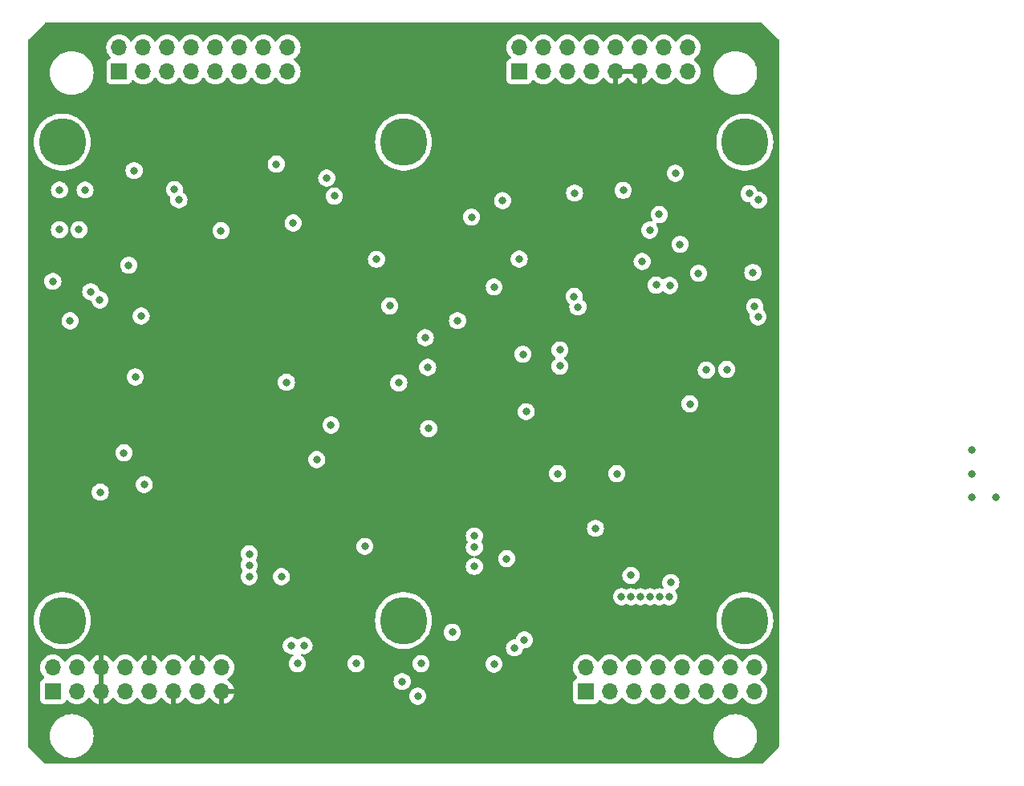
<source format=gbr>
%TF.GenerationSoftware,KiCad,Pcbnew,7.0.11*%
%TF.CreationDate,2024-12-11T15:28:39-03:00*%
%TF.ProjectId,Placa_DetectorParticulas,506c6163-615f-4446-9574-6563746f7250,rev?*%
%TF.SameCoordinates,Original*%
%TF.FileFunction,Copper,L3,Inr*%
%TF.FilePolarity,Positive*%
%FSLAX46Y46*%
G04 Gerber Fmt 4.6, Leading zero omitted, Abs format (unit mm)*
G04 Created by KiCad (PCBNEW 7.0.11) date 2024-12-11 15:28:39*
%MOMM*%
%LPD*%
G01*
G04 APERTURE LIST*
%TA.AperFunction,ComponentPad*%
%ADD10R,1.700000X1.700000*%
%TD*%
%TA.AperFunction,ComponentPad*%
%ADD11O,1.700000X1.700000*%
%TD*%
%TA.AperFunction,ComponentPad*%
%ADD12C,5.000000*%
%TD*%
%TA.AperFunction,ViaPad*%
%ADD13C,0.800000*%
%TD*%
G04 APERTURE END LIST*
D10*
%TO.N,+3.3VP*%
%TO.C,J4*%
X109220000Y-138000000D03*
D11*
%TO.N,unconnected-(J4-Pin_2-Pad2)*%
X109220000Y-135460000D03*
%TO.N,MAX2_nCS*%
X111760000Y-138000000D03*
%TO.N,SPI3V_MAX2_nCS*%
X111760000Y-135460000D03*
%TO.N,MAX1_nCS*%
X114300000Y-138000000D03*
%TO.N,SPI3V_MAX1_nCS*%
X114300000Y-135460000D03*
%TO.N,MAX1_MOSI*%
X116840000Y-138000000D03*
%TO.N,SPI3V_MOSI*%
X116840000Y-135460000D03*
%TO.N,MAX1_SCK*%
X119380000Y-138000000D03*
%TO.N,SPI3V_SCK*%
X119380000Y-135460000D03*
%TO.N,+3.3VP*%
X121920000Y-138000000D03*
%TO.N,SPI3V_MISO*%
X121920000Y-135460000D03*
%TO.N,DAC2_nCS*%
X124460000Y-138000000D03*
%TO.N,SPI3V_DAC2_nCS*%
X124460000Y-135460000D03*
%TO.N,DAC1_nCS*%
X127000000Y-138000000D03*
%TO.N,SPI3V_DAC1_nCS*%
X127000000Y-135460000D03*
%TD*%
D10*
%TO.N,I2C3V_SDA*%
%TO.C,J2*%
X60000000Y-72540000D03*
D11*
%TO.N,+3.3VA*%
X60000000Y-70000000D03*
%TO.N,I2C3V_SCL*%
X62540000Y-72540000D03*
%TO.N,LED_SIPM1*%
X62540000Y-70000000D03*
%TO.N,I2C5V_SDA*%
X65080000Y-72540000D03*
%TO.N,LED_SIPM2*%
X65080000Y-70000000D03*
%TO.N,I2C5V_SCL*%
X67620000Y-72540000D03*
%TO.N,unconnected-(J2-Pin_8-Pad8)*%
X67620000Y-70000000D03*
%TO.N,unconnected-(J2-Pin_9-Pad9)*%
X70160000Y-72540000D03*
%TO.N,unconnected-(J2-Pin_10-Pad10)*%
X70160000Y-70000000D03*
%TO.N,unconnected-(J2-Pin_11-Pad11)*%
X72700000Y-72540000D03*
%TO.N,unconnected-(J2-Pin_12-Pad12)*%
X72700000Y-70000000D03*
%TO.N,PULSO1_EXT*%
X75240000Y-72540000D03*
%TO.N,PULSO1_SENSE*%
X75240000Y-70000000D03*
%TO.N,VCurrOut1*%
X77780000Y-72540000D03*
%TO.N,PULSO1_FOUT5V*%
X77780000Y-70000000D03*
%TD*%
D12*
%TO.N,unconnected-(U17-Pad1)*%
%TO.C,U17*%
X54000000Y-80000000D03*
%TO.N,unconnected-(U17-Pad2)*%
X90000000Y-80000000D03*
%TO.N,unconnected-(U17-Pad3)*%
X126000000Y-80000000D03*
%TO.N,unconnected-(U17-Pad4)*%
X54000000Y-130500000D03*
%TO.N,unconnected-(U17-Pad5)*%
X90000000Y-130500000D03*
%TO.N,unconnected-(U17-Pad6)*%
X126000000Y-130500000D03*
%TD*%
D10*
%TO.N,+3.3V*%
%TO.C,J1*%
X53000000Y-138000000D03*
D11*
X53000000Y-135460000D03*
%TO.N,unconnected-(J1-Pin_3-Pad3)*%
X55540000Y-138000000D03*
%TO.N,unconnected-(J1-Pin_4-Pad4)*%
X55540000Y-135460000D03*
%TO.N,GND*%
X58080000Y-138000000D03*
X58080000Y-135460000D03*
%TO.N,MAX2_VSense*%
X60620000Y-138000000D03*
%TO.N,MAX1_VSense*%
X60620000Y-135460000D03*
%TO.N,+5V*%
X63160000Y-138000000D03*
%TO.N,GND*%
X63160000Y-135460000D03*
X65700000Y-138000000D03*
%TO.N,+5V*%
X65700000Y-135460000D03*
X68240000Y-138000000D03*
%TO.N,GND*%
X68240000Y-135460000D03*
X70780000Y-138000000D03*
%TO.N,+5V*%
X70780000Y-135460000D03*
%TD*%
D10*
%TO.N,VCurrOut2*%
%TO.C,J3*%
X102220000Y-72540000D03*
D11*
%TO.N,unconnected-(J3-Pin_2-Pad2)*%
X102220000Y-70000000D03*
%TO.N,PULSO2_FOUT5V*%
X104760000Y-72540000D03*
%TO.N,PULSO2_SENSE*%
X104760000Y-70000000D03*
%TO.N,PULSO2_EXT*%
X107300000Y-72540000D03*
%TO.N,unconnected-(J3-Pin_6-Pad6)*%
X107300000Y-70000000D03*
%TO.N,unconnected-(J3-Pin_7-Pad7)*%
X109840000Y-72540000D03*
%TO.N,unconnected-(J3-Pin_8-Pad8)*%
X109840000Y-70000000D03*
%TO.N,GND*%
X112380000Y-72540000D03*
%TO.N,unconnected-(J3-Pin_10-Pad10)*%
X112380000Y-70000000D03*
%TO.N,GND*%
X114920000Y-72540000D03*
%TO.N,unconnected-(J3-Pin_12-Pad12)*%
X114920000Y-70000000D03*
%TO.N,unconnected-(J3-Pin_13-Pad13)*%
X117460000Y-72540000D03*
%TO.N,unconnected-(J3-Pin_14-Pad14)*%
X117460000Y-70000000D03*
%TO.N,unconnected-(J3-Pin_15-Pad15)*%
X120000000Y-72540000D03*
%TO.N,unconnected-(J3-Pin_16-Pad16)*%
X120000000Y-70000000D03*
%TD*%
D13*
%TO.N,*%
X150000000Y-112500000D03*
X150000000Y-117500000D03*
X150000000Y-115000000D03*
X152500000Y-117500000D03*
%TO.N,SIPM1_CA*%
X77650000Y-105350000D03*
%TO.N,SIPM2_CA*%
X92550000Y-103775000D03*
%TO.N,SIPM1_AN*%
X82350252Y-109868876D03*
%TO.N,+5V*%
X60500000Y-112800000D03*
X100450000Y-86178800D03*
X102600000Y-102400000D03*
X70750000Y-89346200D03*
X89500252Y-105418876D03*
X118200000Y-126500000D03*
X97171700Y-87921700D03*
X99550000Y-135100000D03*
X87150001Y-92371700D03*
X120215998Y-107634000D03*
X102200000Y-92350000D03*
X108050000Y-85378800D03*
X106500000Y-103650000D03*
X100875000Y-123975000D03*
X110250000Y-120775000D03*
X76575000Y-82325000D03*
X119175000Y-90800000D03*
X106500000Y-101950000D03*
X118675000Y-83300000D03*
X85925000Y-122675000D03*
X54814674Y-98859400D03*
X126849998Y-93768000D03*
X78350000Y-88546200D03*
X62314674Y-98359400D03*
X61575001Y-83008600D03*
X77125000Y-125875000D03*
X127400000Y-98450000D03*
%TO.N,SIPM2_AN*%
X102950000Y-108450000D03*
%TO.N,VREF*%
X99550000Y-95300000D03*
X88550000Y-97300000D03*
%TO.N,Net-(U9-IN1-)*%
X127049998Y-97368000D03*
X121115998Y-93850000D03*
%TO.N,I2C5V_SDA*%
X66300000Y-86100000D03*
X121949998Y-104068000D03*
%TO.N,MAX2_VPol*%
X92300000Y-100650000D03*
X108000000Y-96300000D03*
X127450000Y-86125000D03*
X116650000Y-95100000D03*
%TO.N,VCurrPreAmp1*%
X53000000Y-94700000D03*
X57964674Y-96659400D03*
%TO.N,VCurrPreAmp2*%
X115175000Y-92600000D03*
X116975000Y-87650000D03*
%TO.N,MAX1_SCK*%
X97475000Y-122775000D03*
X116000000Y-128000000D03*
X101700000Y-133400000D03*
X73725000Y-124675000D03*
X113990000Y-125750000D03*
X79500000Y-133150000D03*
%TO.N,MAX1_MOSI*%
X115000000Y-128000000D03*
X102750000Y-132550002D03*
X78150000Y-133150000D03*
X97475000Y-121575000D03*
X73725000Y-123475000D03*
%TO.N,MAX1_nCS*%
X73725000Y-125875000D03*
X114000000Y-128000000D03*
%TO.N,MAX2_nCS*%
X113000000Y-128000000D03*
X97475000Y-124800000D03*
%TO.N,S2C-*%
X108400000Y-97400000D03*
X118087500Y-95137500D03*
X126475000Y-85440000D03*
X95700000Y-98850000D03*
%TO.N,I2C5V_SCL*%
X65825000Y-85000000D03*
X82700000Y-85700000D03*
X81900000Y-83800000D03*
X124100000Y-104000000D03*
%TO.N,V3.5REF*%
X58000000Y-116950000D03*
X92650000Y-110250000D03*
X80850252Y-113518876D03*
%TO.N,Net-(U3-IN2+)*%
X61000000Y-93000000D03*
X57000000Y-95800000D03*
%TO.N,Net-(U5-IN2+)*%
X115975000Y-89290000D03*
X113175000Y-85090000D03*
%TO.N,V0.6REF*%
X112500000Y-115000000D03*
X106250000Y-115000000D03*
X61700000Y-104800000D03*
X62650000Y-116150000D03*
%TO.N,GND*%
X62662500Y-124462500D03*
X107500000Y-100000000D03*
X107500000Y-105000000D03*
X85000000Y-140000000D03*
X104075000Y-117175000D03*
X104075000Y-122575000D03*
X71760500Y-130039499D03*
X88450001Y-95471700D03*
X57500000Y-125000000D03*
X77000000Y-110250000D03*
X75000000Y-140000000D03*
X125549998Y-96868000D03*
X60000000Y-132500000D03*
X122500000Y-75000000D03*
X120000000Y-77500000D03*
X87500000Y-70000000D03*
X53614674Y-92959400D03*
X121649998Y-102268000D03*
X95475000Y-127675000D03*
X95000000Y-77500000D03*
X112500000Y-105000000D03*
X63000000Y-110250000D03*
X59825000Y-79300000D03*
X122500000Y-110000000D03*
X102500000Y-98900000D03*
X101600000Y-106300000D03*
X82500000Y-80000000D03*
X120600001Y-128900001D03*
X76950000Y-86746200D03*
X117500000Y-125000000D03*
X121549998Y-95868000D03*
X82500000Y-142500000D03*
X112500000Y-110000000D03*
X125000000Y-117500000D03*
X111450000Y-129100000D03*
X54814674Y-103559400D03*
X90000000Y-140000000D03*
X88500000Y-101868876D03*
X75350000Y-94346200D03*
X81000000Y-136950000D03*
X90000000Y-72500000D03*
X92500000Y-142500000D03*
X112500000Y-100000000D03*
X80325000Y-119075000D03*
X62500000Y-130000000D03*
X107500000Y-110000000D03*
X88350001Y-99871700D03*
X100000000Y-140000000D03*
X125000000Y-122500000D03*
X68725000Y-125275000D03*
X101850000Y-95978800D03*
X97500000Y-70000000D03*
X80000000Y-140000000D03*
X56714674Y-92359400D03*
X115000000Y-122500000D03*
X65314674Y-96959400D03*
X122500000Y-70000000D03*
X95000000Y-140000000D03*
X98471700Y-91021700D03*
X112500000Y-75000000D03*
X82500000Y-70000000D03*
X62650000Y-114200000D03*
X98346700Y-95421700D03*
X123875000Y-90800000D03*
X74050000Y-88346200D03*
X92475000Y-123375000D03*
X87500000Y-75000000D03*
X97500000Y-75000000D03*
X89500252Y-107318876D03*
X82300252Y-114768876D03*
X112050000Y-90200000D03*
X55000000Y-122500000D03*
X67500000Y-100000000D03*
X115000000Y-77500000D03*
X106550000Y-88078800D03*
X115500000Y-112000000D03*
X76950000Y-78746200D03*
X112675000Y-88900000D03*
X112500000Y-120000000D03*
X72500000Y-107500000D03*
X80325000Y-124475000D03*
X87500000Y-142500000D03*
X102500000Y-142500000D03*
X104750000Y-86378800D03*
X117500000Y-75000000D03*
X120000000Y-112500000D03*
X85000000Y-77500000D03*
X67500000Y-110000000D03*
X53800000Y-113700000D03*
X122500000Y-125000000D03*
X97500000Y-142500000D03*
X112075000Y-83500000D03*
X96875000Y-116575000D03*
X52500000Y-125000000D03*
X125749998Y-102668000D03*
X125000000Y-107500000D03*
X82500000Y-75000000D03*
X103750000Y-135100000D03*
X92725126Y-102143400D03*
X127500000Y-75000000D03*
X125000000Y-112500000D03*
X72500000Y-100000000D03*
X96150000Y-137800000D03*
X67500000Y-105000000D03*
X85000000Y-72500000D03*
X60425000Y-87900000D03*
X127500000Y-115000000D03*
X73125000Y-118475000D03*
X104500000Y-112000000D03*
X78250252Y-103868876D03*
X72250000Y-86646200D03*
X92500000Y-70000000D03*
X100275000Y-117200000D03*
X101850000Y-87978800D03*
X127500000Y-120000000D03*
X127500000Y-70000000D03*
X77500000Y-142500000D03*
X92500000Y-75000000D03*
X110000000Y-102500000D03*
X103450000Y-80378800D03*
X117275000Y-80300000D03*
X76525000Y-119200000D03*
X62114674Y-91759400D03*
X110000000Y-107500000D03*
X127500000Y-110000000D03*
X95000000Y-72500000D03*
X60000000Y-127500000D03*
X67375001Y-83008600D03*
%TO.N,LED_SIPM1*%
X53700000Y-85050000D03*
%TO.N,LED_SIPM2*%
X56400000Y-85050000D03*
%TO.N,Net-(D3-A)*%
X53700000Y-89250000D03*
%TO.N,Net-(D4-A)*%
X55750000Y-89250000D03*
%TO.N,2.5VRef*%
X85000000Y-135050000D03*
X78800000Y-135050000D03*
X95150000Y-131750000D03*
X91850000Y-135050000D03*
%TO.N,DAC1_nCS*%
X91500000Y-138500000D03*
X118000000Y-128000000D03*
X89850000Y-136950000D03*
%TO.N,DAC2_nCS*%
X117000000Y-128000000D03*
%TD*%
%TA.AperFunction,Conductor*%
%TO.N,GND*%
G36*
X58330000Y-137564498D02*
G01*
X58222315Y-137515320D01*
X58115763Y-137500000D01*
X58044237Y-137500000D01*
X57937685Y-137515320D01*
X57830000Y-137564498D01*
X57830000Y-135895501D01*
X57937685Y-135944680D01*
X58044237Y-135960000D01*
X58115763Y-135960000D01*
X58222315Y-135944680D01*
X58330000Y-135895501D01*
X58330000Y-137564498D01*
G37*
%TD.AperFunction*%
%TA.AperFunction,Conductor*%
G36*
X114460507Y-72330156D02*
G01*
X114420000Y-72468111D01*
X114420000Y-72611889D01*
X114460507Y-72749844D01*
X114486314Y-72790000D01*
X112813686Y-72790000D01*
X112839493Y-72749844D01*
X112880000Y-72611889D01*
X112880000Y-72468111D01*
X112839493Y-72330156D01*
X112813686Y-72290000D01*
X114486314Y-72290000D01*
X114460507Y-72330156D01*
G37*
%TD.AperFunction*%
%TA.AperFunction,Conductor*%
G36*
X127849784Y-67420185D02*
G01*
X127870426Y-67436819D01*
X129563181Y-69129573D01*
X129596666Y-69190896D01*
X129599500Y-69217254D01*
X129599500Y-143782745D01*
X129579815Y-143849784D01*
X129563181Y-143870426D01*
X127870426Y-145563181D01*
X127809103Y-145596666D01*
X127782745Y-145599500D01*
X52217254Y-145599500D01*
X52150215Y-145579815D01*
X52129573Y-145563181D01*
X50436819Y-143870426D01*
X50403334Y-143809103D01*
X50400500Y-143782745D01*
X50400500Y-142700000D01*
X52694564Y-142700000D01*
X52714287Y-143000918D01*
X52714288Y-143000930D01*
X52773118Y-143296683D01*
X52773122Y-143296698D01*
X52870053Y-143582247D01*
X52870062Y-143582268D01*
X53003431Y-143852713D01*
X53003435Y-143852720D01*
X53170973Y-144103459D01*
X53369810Y-144330189D01*
X53596540Y-144529026D01*
X53847279Y-144696564D01*
X53847286Y-144696568D01*
X54117731Y-144829937D01*
X54117736Y-144829939D01*
X54117748Y-144829945D01*
X54403309Y-144926880D01*
X54603251Y-144966651D01*
X54699069Y-144985711D01*
X54699070Y-144985711D01*
X54699080Y-144985713D01*
X55000000Y-145005436D01*
X55300920Y-144985713D01*
X55596691Y-144926880D01*
X55882252Y-144829945D01*
X56152718Y-144696566D01*
X56403461Y-144529025D01*
X56630189Y-144330189D01*
X56829025Y-144103461D01*
X56996566Y-143852718D01*
X57129945Y-143582252D01*
X57226880Y-143296691D01*
X57285713Y-143000920D01*
X57305436Y-142700000D01*
X122694564Y-142700000D01*
X122714287Y-143000918D01*
X122714288Y-143000930D01*
X122773118Y-143296683D01*
X122773122Y-143296698D01*
X122870053Y-143582247D01*
X122870062Y-143582268D01*
X123003431Y-143852713D01*
X123003435Y-143852720D01*
X123170973Y-144103459D01*
X123369810Y-144330189D01*
X123596540Y-144529026D01*
X123847279Y-144696564D01*
X123847286Y-144696568D01*
X124117731Y-144829937D01*
X124117736Y-144829939D01*
X124117748Y-144829945D01*
X124403309Y-144926880D01*
X124603251Y-144966651D01*
X124699069Y-144985711D01*
X124699070Y-144985711D01*
X124699080Y-144985713D01*
X125000000Y-145005436D01*
X125300920Y-144985713D01*
X125596691Y-144926880D01*
X125882252Y-144829945D01*
X126152718Y-144696566D01*
X126403461Y-144529025D01*
X126630189Y-144330189D01*
X126829025Y-144103461D01*
X126996566Y-143852718D01*
X127129945Y-143582252D01*
X127226880Y-143296691D01*
X127285713Y-143000920D01*
X127305436Y-142700000D01*
X127285713Y-142399080D01*
X127226880Y-142103309D01*
X127129945Y-141817748D01*
X126996566Y-141547282D01*
X126928002Y-141444669D01*
X126829026Y-141296540D01*
X126630189Y-141069810D01*
X126403459Y-140870973D01*
X126152720Y-140703435D01*
X126152713Y-140703431D01*
X125882268Y-140570062D01*
X125882247Y-140570053D01*
X125596698Y-140473122D01*
X125596692Y-140473120D01*
X125596691Y-140473120D01*
X125596689Y-140473119D01*
X125596683Y-140473118D01*
X125300930Y-140414288D01*
X125300921Y-140414287D01*
X125300920Y-140414287D01*
X125000000Y-140394564D01*
X124699080Y-140414287D01*
X124699079Y-140414287D01*
X124699069Y-140414288D01*
X124403316Y-140473118D01*
X124403301Y-140473122D01*
X124117752Y-140570053D01*
X124117731Y-140570062D01*
X123847286Y-140703431D01*
X123847279Y-140703435D01*
X123596540Y-140870973D01*
X123369810Y-141069810D01*
X123170973Y-141296540D01*
X123003435Y-141547279D01*
X123003431Y-141547286D01*
X122870062Y-141817731D01*
X122870053Y-141817752D01*
X122773122Y-142103301D01*
X122773118Y-142103316D01*
X122714288Y-142399069D01*
X122714287Y-142399081D01*
X122694564Y-142700000D01*
X57305436Y-142700000D01*
X57285713Y-142399080D01*
X57226880Y-142103309D01*
X57129945Y-141817748D01*
X56996566Y-141547282D01*
X56928002Y-141444669D01*
X56829026Y-141296540D01*
X56630189Y-141069810D01*
X56403459Y-140870973D01*
X56152720Y-140703435D01*
X56152713Y-140703431D01*
X55882268Y-140570062D01*
X55882247Y-140570053D01*
X55596698Y-140473122D01*
X55596692Y-140473120D01*
X55596691Y-140473120D01*
X55596689Y-140473119D01*
X55596683Y-140473118D01*
X55300930Y-140414288D01*
X55300921Y-140414287D01*
X55300920Y-140414287D01*
X55000000Y-140394564D01*
X54699080Y-140414287D01*
X54699079Y-140414287D01*
X54699069Y-140414288D01*
X54403316Y-140473118D01*
X54403301Y-140473122D01*
X54117752Y-140570053D01*
X54117731Y-140570062D01*
X53847286Y-140703431D01*
X53847279Y-140703435D01*
X53596540Y-140870973D01*
X53369810Y-141069810D01*
X53170973Y-141296540D01*
X53003435Y-141547279D01*
X53003431Y-141547286D01*
X52870062Y-141817731D01*
X52870053Y-141817752D01*
X52773122Y-142103301D01*
X52773118Y-142103316D01*
X52714288Y-142399069D01*
X52714287Y-142399081D01*
X52694564Y-142700000D01*
X50400500Y-142700000D01*
X50400500Y-135460000D01*
X51644341Y-135460000D01*
X51664936Y-135695403D01*
X51664938Y-135695413D01*
X51726094Y-135923655D01*
X51726096Y-135923659D01*
X51726097Y-135923663D01*
X51805801Y-136094588D01*
X51825965Y-136137830D01*
X51825967Y-136137834D01*
X51923491Y-136277111D01*
X51961504Y-136331400D01*
X51961506Y-136331402D01*
X52083430Y-136453326D01*
X52116915Y-136514649D01*
X52111931Y-136584341D01*
X52070059Y-136640274D01*
X52039083Y-136657189D01*
X51907669Y-136706203D01*
X51907664Y-136706206D01*
X51792455Y-136792452D01*
X51792452Y-136792455D01*
X51706206Y-136907664D01*
X51706202Y-136907671D01*
X51655908Y-137042517D01*
X51649501Y-137102116D01*
X51649500Y-137102135D01*
X51649500Y-138897870D01*
X51649501Y-138897876D01*
X51655908Y-138957483D01*
X51706202Y-139092328D01*
X51706206Y-139092335D01*
X51792452Y-139207544D01*
X51792455Y-139207547D01*
X51907664Y-139293793D01*
X51907671Y-139293797D01*
X52042517Y-139344091D01*
X52042516Y-139344091D01*
X52049444Y-139344835D01*
X52102127Y-139350500D01*
X53897872Y-139350499D01*
X53957483Y-139344091D01*
X54092331Y-139293796D01*
X54207546Y-139207546D01*
X54293796Y-139092331D01*
X54342810Y-138960916D01*
X54384681Y-138904984D01*
X54450145Y-138880566D01*
X54518418Y-138895417D01*
X54546673Y-138916569D01*
X54668599Y-139038495D01*
X54765384Y-139106265D01*
X54862165Y-139174032D01*
X54862167Y-139174033D01*
X54862170Y-139174035D01*
X55076337Y-139273903D01*
X55076343Y-139273904D01*
X55076344Y-139273905D01*
X55131285Y-139288626D01*
X55304592Y-139335063D01*
X55481034Y-139350500D01*
X55539999Y-139355659D01*
X55540000Y-139355659D01*
X55540001Y-139355659D01*
X55598966Y-139350500D01*
X55775408Y-139335063D01*
X56003663Y-139273903D01*
X56217830Y-139174035D01*
X56411401Y-139038495D01*
X56578495Y-138871401D01*
X56708730Y-138685405D01*
X56763307Y-138641781D01*
X56832805Y-138634587D01*
X56895160Y-138666110D01*
X56911879Y-138685405D01*
X57041890Y-138871078D01*
X57208917Y-139038105D01*
X57402421Y-139173600D01*
X57616507Y-139273429D01*
X57616516Y-139273433D01*
X57830000Y-139330634D01*
X57830000Y-138435501D01*
X57937685Y-138484680D01*
X58044237Y-138500000D01*
X58115763Y-138500000D01*
X58222315Y-138484680D01*
X58330000Y-138435501D01*
X58330000Y-139330633D01*
X58543483Y-139273433D01*
X58543492Y-139273429D01*
X58757578Y-139173600D01*
X58951082Y-139038105D01*
X59118105Y-138871082D01*
X59248119Y-138685405D01*
X59302696Y-138641781D01*
X59372195Y-138634588D01*
X59434549Y-138666110D01*
X59451269Y-138685405D01*
X59581505Y-138871401D01*
X59748599Y-139038495D01*
X59845384Y-139106265D01*
X59942165Y-139174032D01*
X59942167Y-139174033D01*
X59942170Y-139174035D01*
X60156337Y-139273903D01*
X60156343Y-139273904D01*
X60156344Y-139273905D01*
X60211285Y-139288626D01*
X60384592Y-139335063D01*
X60561034Y-139350500D01*
X60619999Y-139355659D01*
X60620000Y-139355659D01*
X60620001Y-139355659D01*
X60678966Y-139350500D01*
X60855408Y-139335063D01*
X61083663Y-139273903D01*
X61297830Y-139174035D01*
X61491401Y-139038495D01*
X61658495Y-138871401D01*
X61788425Y-138685842D01*
X61843002Y-138642217D01*
X61912500Y-138635023D01*
X61974855Y-138666546D01*
X61991575Y-138685842D01*
X62121500Y-138871395D01*
X62121505Y-138871401D01*
X62288599Y-139038495D01*
X62385384Y-139106265D01*
X62482165Y-139174032D01*
X62482167Y-139174033D01*
X62482170Y-139174035D01*
X62696337Y-139273903D01*
X62696343Y-139273904D01*
X62696344Y-139273905D01*
X62751285Y-139288626D01*
X62924592Y-139335063D01*
X63101034Y-139350500D01*
X63159999Y-139355659D01*
X63160000Y-139355659D01*
X63160001Y-139355659D01*
X63218966Y-139350500D01*
X63395408Y-139335063D01*
X63623663Y-139273903D01*
X63837830Y-139174035D01*
X64031401Y-139038495D01*
X64198495Y-138871401D01*
X64328730Y-138685405D01*
X64383307Y-138641781D01*
X64452805Y-138634587D01*
X64515160Y-138666110D01*
X64531879Y-138685405D01*
X64661890Y-138871078D01*
X64828917Y-139038105D01*
X65022421Y-139173600D01*
X65236507Y-139273429D01*
X65236516Y-139273433D01*
X65450000Y-139330634D01*
X65450000Y-138435501D01*
X65557685Y-138484680D01*
X65664237Y-138500000D01*
X65735763Y-138500000D01*
X65842315Y-138484680D01*
X65950000Y-138435501D01*
X65950000Y-139330633D01*
X66163483Y-139273433D01*
X66163492Y-139273429D01*
X66377578Y-139173600D01*
X66571082Y-139038105D01*
X66738105Y-138871082D01*
X66868119Y-138685405D01*
X66922696Y-138641781D01*
X66992195Y-138634588D01*
X67054549Y-138666110D01*
X67071269Y-138685405D01*
X67201505Y-138871401D01*
X67368599Y-139038495D01*
X67465384Y-139106265D01*
X67562165Y-139174032D01*
X67562167Y-139174033D01*
X67562170Y-139174035D01*
X67776337Y-139273903D01*
X67776343Y-139273904D01*
X67776344Y-139273905D01*
X67831285Y-139288626D01*
X68004592Y-139335063D01*
X68181034Y-139350500D01*
X68239999Y-139355659D01*
X68240000Y-139355659D01*
X68240001Y-139355659D01*
X68298966Y-139350500D01*
X68475408Y-139335063D01*
X68703663Y-139273903D01*
X68917830Y-139174035D01*
X69111401Y-139038495D01*
X69278495Y-138871401D01*
X69408730Y-138685405D01*
X69463307Y-138641781D01*
X69532805Y-138634587D01*
X69595160Y-138666110D01*
X69611879Y-138685405D01*
X69741890Y-138871078D01*
X69908917Y-139038105D01*
X70102421Y-139173600D01*
X70316507Y-139273429D01*
X70316516Y-139273433D01*
X70530000Y-139330634D01*
X70530000Y-138435501D01*
X70637685Y-138484680D01*
X70744237Y-138500000D01*
X70815763Y-138500000D01*
X70922315Y-138484680D01*
X71030000Y-138435501D01*
X71030000Y-139330633D01*
X71243483Y-139273433D01*
X71243492Y-139273429D01*
X71457578Y-139173600D01*
X71651082Y-139038105D01*
X71818105Y-138871082D01*
X71953600Y-138677578D01*
X72036405Y-138500000D01*
X90594540Y-138500000D01*
X90614326Y-138688256D01*
X90614327Y-138688259D01*
X90672818Y-138868277D01*
X90672821Y-138868284D01*
X90767467Y-139032216D01*
X90821595Y-139092331D01*
X90894129Y-139172888D01*
X91047265Y-139284148D01*
X91047270Y-139284151D01*
X91220192Y-139361142D01*
X91220197Y-139361144D01*
X91405354Y-139400500D01*
X91405355Y-139400500D01*
X91594644Y-139400500D01*
X91594646Y-139400500D01*
X91779803Y-139361144D01*
X91952730Y-139284151D01*
X92105871Y-139172888D01*
X92232533Y-139032216D01*
X92327179Y-138868284D01*
X92385674Y-138688256D01*
X92405460Y-138500000D01*
X92385674Y-138311744D01*
X92327179Y-138131716D01*
X92232533Y-137967784D01*
X92105871Y-137827112D01*
X92083893Y-137811144D01*
X91952734Y-137715851D01*
X91952729Y-137715848D01*
X91779807Y-137638857D01*
X91779802Y-137638855D01*
X91634001Y-137607865D01*
X91594646Y-137599500D01*
X91405354Y-137599500D01*
X91372897Y-137606398D01*
X91220197Y-137638855D01*
X91220192Y-137638857D01*
X91047270Y-137715848D01*
X91047265Y-137715851D01*
X90894129Y-137827111D01*
X90767466Y-137967785D01*
X90672821Y-138131715D01*
X90672818Y-138131722D01*
X90614327Y-138311740D01*
X90614326Y-138311744D01*
X90594540Y-138500000D01*
X72036405Y-138500000D01*
X72053429Y-138463492D01*
X72053432Y-138463486D01*
X72110636Y-138250000D01*
X71213686Y-138250000D01*
X71239493Y-138209844D01*
X71280000Y-138071889D01*
X71280000Y-137928111D01*
X71239493Y-137790156D01*
X71213686Y-137750000D01*
X72110636Y-137750000D01*
X72110635Y-137749999D01*
X72053432Y-137536513D01*
X72053429Y-137536507D01*
X71953600Y-137322422D01*
X71953599Y-137322420D01*
X71818113Y-137128926D01*
X71818108Y-137128920D01*
X71651078Y-136961890D01*
X71634097Y-136950000D01*
X88944540Y-136950000D01*
X88964326Y-137138256D01*
X88964327Y-137138259D01*
X89022818Y-137318277D01*
X89022821Y-137318284D01*
X89117467Y-137482216D01*
X89201054Y-137575048D01*
X89244129Y-137622888D01*
X89397265Y-137734148D01*
X89397270Y-137734151D01*
X89570192Y-137811142D01*
X89570197Y-137811144D01*
X89755354Y-137850500D01*
X89755355Y-137850500D01*
X89944644Y-137850500D01*
X89944646Y-137850500D01*
X90129803Y-137811144D01*
X90302730Y-137734151D01*
X90455871Y-137622888D01*
X90582533Y-137482216D01*
X90677179Y-137318284D01*
X90735674Y-137138256D01*
X90755460Y-136950000D01*
X90735674Y-136761744D01*
X90677179Y-136581716D01*
X90582533Y-136417784D01*
X90455871Y-136277112D01*
X90455870Y-136277111D01*
X90302734Y-136165851D01*
X90302729Y-136165848D01*
X90129807Y-136088857D01*
X90129802Y-136088855D01*
X89984001Y-136057865D01*
X89944646Y-136049500D01*
X89755354Y-136049500D01*
X89722897Y-136056398D01*
X89570197Y-136088855D01*
X89570192Y-136088857D01*
X89397270Y-136165848D01*
X89397265Y-136165851D01*
X89244129Y-136277111D01*
X89117466Y-136417785D01*
X89022821Y-136581715D01*
X89022818Y-136581722D01*
X88967329Y-136752501D01*
X88964326Y-136761744D01*
X88944540Y-136950000D01*
X71634097Y-136950000D01*
X71465405Y-136831879D01*
X71421780Y-136777302D01*
X71414588Y-136707804D01*
X71446110Y-136645449D01*
X71465406Y-136628730D01*
X71466279Y-136628119D01*
X71651401Y-136498495D01*
X71818495Y-136331401D01*
X71954035Y-136137830D01*
X72053903Y-135923663D01*
X72115063Y-135695408D01*
X72135659Y-135460000D01*
X72115063Y-135224592D01*
X72053903Y-134996337D01*
X71954035Y-134782171D01*
X71948731Y-134774595D01*
X71818494Y-134588597D01*
X71651402Y-134421506D01*
X71651395Y-134421501D01*
X71457834Y-134285967D01*
X71457830Y-134285965D01*
X71457828Y-134285964D01*
X71243663Y-134186097D01*
X71243659Y-134186096D01*
X71243655Y-134186094D01*
X71015413Y-134124938D01*
X71015403Y-134124936D01*
X70780001Y-134104341D01*
X70779999Y-134104341D01*
X70544596Y-134124936D01*
X70544586Y-134124938D01*
X70316344Y-134186094D01*
X70316337Y-134186096D01*
X70316337Y-134186097D01*
X70310420Y-134188856D01*
X70102171Y-134285964D01*
X70102169Y-134285965D01*
X69908597Y-134421505D01*
X69741508Y-134588594D01*
X69611269Y-134774595D01*
X69556692Y-134818219D01*
X69487193Y-134825412D01*
X69424839Y-134793890D01*
X69408119Y-134774594D01*
X69278113Y-134588926D01*
X69278108Y-134588920D01*
X69111082Y-134421894D01*
X68917578Y-134286399D01*
X68703492Y-134186570D01*
X68703486Y-134186567D01*
X68490000Y-134129364D01*
X68490000Y-135024498D01*
X68382315Y-134975320D01*
X68275763Y-134960000D01*
X68204237Y-134960000D01*
X68097685Y-134975320D01*
X67990000Y-135024498D01*
X67990000Y-134129364D01*
X67989999Y-134129364D01*
X67776513Y-134186567D01*
X67776507Y-134186570D01*
X67562422Y-134286399D01*
X67562420Y-134286400D01*
X67368926Y-134421886D01*
X67368920Y-134421891D01*
X67201891Y-134588920D01*
X67201890Y-134588922D01*
X67071880Y-134774595D01*
X67017303Y-134818219D01*
X66947804Y-134825412D01*
X66885450Y-134793890D01*
X66868730Y-134774594D01*
X66738494Y-134588597D01*
X66571402Y-134421506D01*
X66571395Y-134421501D01*
X66377834Y-134285967D01*
X66377830Y-134285965D01*
X66377828Y-134285964D01*
X66163663Y-134186097D01*
X66163659Y-134186096D01*
X66163655Y-134186094D01*
X65935413Y-134124938D01*
X65935403Y-134124936D01*
X65700001Y-134104341D01*
X65699999Y-134104341D01*
X65464596Y-134124936D01*
X65464586Y-134124938D01*
X65236344Y-134186094D01*
X65236337Y-134186096D01*
X65236337Y-134186097D01*
X65230420Y-134188856D01*
X65022171Y-134285964D01*
X65022169Y-134285965D01*
X64828597Y-134421505D01*
X64661508Y-134588594D01*
X64531269Y-134774595D01*
X64476692Y-134818219D01*
X64407193Y-134825412D01*
X64344839Y-134793890D01*
X64328119Y-134774594D01*
X64198113Y-134588926D01*
X64198108Y-134588920D01*
X64031082Y-134421894D01*
X63837578Y-134286399D01*
X63623492Y-134186570D01*
X63623486Y-134186567D01*
X63410000Y-134129364D01*
X63410000Y-135024498D01*
X63302315Y-134975320D01*
X63195763Y-134960000D01*
X63124237Y-134960000D01*
X63017685Y-134975320D01*
X62910000Y-135024498D01*
X62910000Y-134129364D01*
X62909999Y-134129364D01*
X62696513Y-134186567D01*
X62696507Y-134186570D01*
X62482422Y-134286399D01*
X62482420Y-134286400D01*
X62288926Y-134421886D01*
X62288920Y-134421891D01*
X62121891Y-134588920D01*
X62121890Y-134588922D01*
X61991880Y-134774595D01*
X61937303Y-134818219D01*
X61867804Y-134825412D01*
X61805450Y-134793890D01*
X61788730Y-134774594D01*
X61658494Y-134588597D01*
X61491402Y-134421506D01*
X61491395Y-134421501D01*
X61297834Y-134285967D01*
X61297830Y-134285965D01*
X61297828Y-134285964D01*
X61083663Y-134186097D01*
X61083659Y-134186096D01*
X61083655Y-134186094D01*
X60855413Y-134124938D01*
X60855403Y-134124936D01*
X60620001Y-134104341D01*
X60619999Y-134104341D01*
X60384596Y-134124936D01*
X60384586Y-134124938D01*
X60156344Y-134186094D01*
X60156337Y-134186096D01*
X60156337Y-134186097D01*
X60150420Y-134188856D01*
X59942171Y-134285964D01*
X59942169Y-134285965D01*
X59748597Y-134421505D01*
X59581508Y-134588594D01*
X59451269Y-134774595D01*
X59396692Y-134818219D01*
X59327193Y-134825412D01*
X59264839Y-134793890D01*
X59248119Y-134774594D01*
X59118113Y-134588926D01*
X59118108Y-134588920D01*
X58951082Y-134421894D01*
X58757578Y-134286399D01*
X58543492Y-134186570D01*
X58543486Y-134186567D01*
X58330000Y-134129364D01*
X58330000Y-135024498D01*
X58222315Y-134975320D01*
X58115763Y-134960000D01*
X58044237Y-134960000D01*
X57937685Y-134975320D01*
X57830000Y-135024498D01*
X57830000Y-134129364D01*
X57829999Y-134129364D01*
X57616513Y-134186567D01*
X57616507Y-134186570D01*
X57402422Y-134286399D01*
X57402420Y-134286400D01*
X57208926Y-134421886D01*
X57208920Y-134421891D01*
X57041891Y-134588920D01*
X57041890Y-134588922D01*
X56911880Y-134774595D01*
X56857303Y-134818219D01*
X56787804Y-134825412D01*
X56725450Y-134793890D01*
X56708730Y-134774594D01*
X56578494Y-134588597D01*
X56411402Y-134421506D01*
X56411395Y-134421501D01*
X56217834Y-134285967D01*
X56217830Y-134285965D01*
X56217828Y-134285964D01*
X56003663Y-134186097D01*
X56003659Y-134186096D01*
X56003655Y-134186094D01*
X55775413Y-134124938D01*
X55775403Y-134124936D01*
X55540001Y-134104341D01*
X55539999Y-134104341D01*
X55304596Y-134124936D01*
X55304586Y-134124938D01*
X55076344Y-134186094D01*
X55076337Y-134186096D01*
X55076337Y-134186097D01*
X55070420Y-134188856D01*
X54862171Y-134285964D01*
X54862169Y-134285965D01*
X54668597Y-134421505D01*
X54501505Y-134588597D01*
X54371575Y-134774158D01*
X54316998Y-134817783D01*
X54247500Y-134824977D01*
X54185145Y-134793454D01*
X54168425Y-134774158D01*
X54038494Y-134588597D01*
X53871402Y-134421506D01*
X53871395Y-134421501D01*
X53677834Y-134285967D01*
X53677830Y-134285965D01*
X53677828Y-134285964D01*
X53463663Y-134186097D01*
X53463659Y-134186096D01*
X53463655Y-134186094D01*
X53235413Y-134124938D01*
X53235403Y-134124936D01*
X53000001Y-134104341D01*
X52999999Y-134104341D01*
X52764596Y-134124936D01*
X52764586Y-134124938D01*
X52536344Y-134186094D01*
X52536337Y-134186096D01*
X52536337Y-134186097D01*
X52530420Y-134188856D01*
X52322171Y-134285964D01*
X52322169Y-134285965D01*
X52128597Y-134421505D01*
X51961505Y-134588597D01*
X51825965Y-134782169D01*
X51825964Y-134782171D01*
X51726098Y-134996335D01*
X51726094Y-134996344D01*
X51664938Y-135224586D01*
X51664936Y-135224596D01*
X51644341Y-135459999D01*
X51644341Y-135460000D01*
X50400500Y-135460000D01*
X50400500Y-130500003D01*
X50994415Y-130500003D01*
X51014738Y-130848927D01*
X51014739Y-130848938D01*
X51075428Y-131193127D01*
X51075430Y-131193134D01*
X51175674Y-131527972D01*
X51314107Y-131848895D01*
X51314113Y-131848908D01*
X51488870Y-132151597D01*
X51697584Y-132431949D01*
X51697589Y-132431955D01*
X51759770Y-132497862D01*
X51937442Y-132686183D01*
X52113903Y-132834251D01*
X52205186Y-132910847D01*
X52205194Y-132910853D01*
X52497203Y-133102911D01*
X52497207Y-133102913D01*
X52809549Y-133259777D01*
X53137989Y-133379319D01*
X53478086Y-133459923D01*
X53825241Y-133500500D01*
X53825248Y-133500500D01*
X54174752Y-133500500D01*
X54174759Y-133500500D01*
X54521914Y-133459923D01*
X54862011Y-133379319D01*
X55190451Y-133259777D01*
X55409035Y-133150000D01*
X77244540Y-133150000D01*
X77264326Y-133338256D01*
X77264327Y-133338259D01*
X77322818Y-133518277D01*
X77322821Y-133518284D01*
X77417467Y-133682216D01*
X77544129Y-133822888D01*
X77697265Y-133934148D01*
X77697270Y-133934151D01*
X77870192Y-134011142D01*
X77870197Y-134011144D01*
X78055354Y-134050500D01*
X78055355Y-134050500D01*
X78244644Y-134050500D01*
X78244646Y-134050500D01*
X78244647Y-134050499D01*
X78250908Y-134049841D01*
X78319639Y-134062403D01*
X78370668Y-134110130D01*
X78387793Y-134177868D01*
X78365577Y-134244112D01*
X78336768Y-134273478D01*
X78194127Y-134377113D01*
X78067466Y-134517785D01*
X77972821Y-134681715D01*
X77972818Y-134681722D01*
X77928468Y-134818219D01*
X77914326Y-134861744D01*
X77894540Y-135050000D01*
X77914326Y-135238256D01*
X77914327Y-135238259D01*
X77972818Y-135418277D01*
X77972821Y-135418284D01*
X78067467Y-135582216D01*
X78146368Y-135669844D01*
X78194129Y-135722888D01*
X78347265Y-135834148D01*
X78347270Y-135834151D01*
X78520192Y-135911142D01*
X78520197Y-135911144D01*
X78705354Y-135950500D01*
X78705355Y-135950500D01*
X78894644Y-135950500D01*
X78894646Y-135950500D01*
X79079803Y-135911144D01*
X79252730Y-135834151D01*
X79405871Y-135722888D01*
X79532533Y-135582216D01*
X79627179Y-135418284D01*
X79685674Y-135238256D01*
X79705460Y-135050000D01*
X84094540Y-135050000D01*
X84114326Y-135238256D01*
X84114327Y-135238259D01*
X84172818Y-135418277D01*
X84172821Y-135418284D01*
X84267467Y-135582216D01*
X84346368Y-135669844D01*
X84394129Y-135722888D01*
X84547265Y-135834148D01*
X84547270Y-135834151D01*
X84720192Y-135911142D01*
X84720197Y-135911144D01*
X84905354Y-135950500D01*
X84905355Y-135950500D01*
X85094644Y-135950500D01*
X85094646Y-135950500D01*
X85279803Y-135911144D01*
X85452730Y-135834151D01*
X85605871Y-135722888D01*
X85732533Y-135582216D01*
X85827179Y-135418284D01*
X85885674Y-135238256D01*
X85905460Y-135050000D01*
X90944540Y-135050000D01*
X90964326Y-135238256D01*
X90964327Y-135238259D01*
X91022818Y-135418277D01*
X91022821Y-135418284D01*
X91117467Y-135582216D01*
X91196368Y-135669844D01*
X91244129Y-135722888D01*
X91397265Y-135834148D01*
X91397270Y-135834151D01*
X91570192Y-135911142D01*
X91570197Y-135911144D01*
X91755354Y-135950500D01*
X91755355Y-135950500D01*
X91944644Y-135950500D01*
X91944646Y-135950500D01*
X92129803Y-135911144D01*
X92302730Y-135834151D01*
X92455871Y-135722888D01*
X92582533Y-135582216D01*
X92677179Y-135418284D01*
X92735674Y-135238256D01*
X92750205Y-135100000D01*
X98644540Y-135100000D01*
X98664326Y-135288256D01*
X98664327Y-135288259D01*
X98722818Y-135468277D01*
X98722821Y-135468284D01*
X98817467Y-135632216D01*
X98899109Y-135722888D01*
X98944129Y-135772888D01*
X99097265Y-135884148D01*
X99097270Y-135884151D01*
X99270192Y-135961142D01*
X99270197Y-135961144D01*
X99455354Y-136000500D01*
X99455355Y-136000500D01*
X99644644Y-136000500D01*
X99644646Y-136000500D01*
X99829803Y-135961144D01*
X100002730Y-135884151D01*
X100155871Y-135772888D01*
X100282533Y-135632216D01*
X100377179Y-135468284D01*
X100379871Y-135460000D01*
X107864341Y-135460000D01*
X107884936Y-135695403D01*
X107884938Y-135695413D01*
X107946094Y-135923655D01*
X107946096Y-135923659D01*
X107946097Y-135923663D01*
X108025801Y-136094588D01*
X108045965Y-136137830D01*
X108045967Y-136137834D01*
X108143491Y-136277111D01*
X108181504Y-136331400D01*
X108181506Y-136331402D01*
X108303430Y-136453326D01*
X108336915Y-136514649D01*
X108331931Y-136584341D01*
X108290059Y-136640274D01*
X108259083Y-136657189D01*
X108127669Y-136706203D01*
X108127664Y-136706206D01*
X108012455Y-136792452D01*
X108012452Y-136792455D01*
X107926206Y-136907664D01*
X107926202Y-136907671D01*
X107875908Y-137042517D01*
X107869501Y-137102116D01*
X107869500Y-137102135D01*
X107869500Y-138897870D01*
X107869501Y-138897876D01*
X107875908Y-138957483D01*
X107926202Y-139092328D01*
X107926206Y-139092335D01*
X108012452Y-139207544D01*
X108012455Y-139207547D01*
X108127664Y-139293793D01*
X108127671Y-139293797D01*
X108262517Y-139344091D01*
X108262516Y-139344091D01*
X108269444Y-139344835D01*
X108322127Y-139350500D01*
X110117872Y-139350499D01*
X110177483Y-139344091D01*
X110312331Y-139293796D01*
X110427546Y-139207546D01*
X110513796Y-139092331D01*
X110562810Y-138960916D01*
X110604681Y-138904984D01*
X110670145Y-138880566D01*
X110738418Y-138895417D01*
X110766673Y-138916569D01*
X110888599Y-139038495D01*
X110985384Y-139106265D01*
X111082165Y-139174032D01*
X111082167Y-139174033D01*
X111082170Y-139174035D01*
X111296337Y-139273903D01*
X111296343Y-139273904D01*
X111296344Y-139273905D01*
X111351285Y-139288626D01*
X111524592Y-139335063D01*
X111701034Y-139350500D01*
X111759999Y-139355659D01*
X111760000Y-139355659D01*
X111760001Y-139355659D01*
X111818966Y-139350500D01*
X111995408Y-139335063D01*
X112223663Y-139273903D01*
X112437830Y-139174035D01*
X112631401Y-139038495D01*
X112798495Y-138871401D01*
X112928425Y-138685842D01*
X112983002Y-138642217D01*
X113052500Y-138635023D01*
X113114855Y-138666546D01*
X113131575Y-138685842D01*
X113261500Y-138871395D01*
X113261505Y-138871401D01*
X113428599Y-139038495D01*
X113525384Y-139106265D01*
X113622165Y-139174032D01*
X113622167Y-139174033D01*
X113622170Y-139174035D01*
X113836337Y-139273903D01*
X113836343Y-139273904D01*
X113836344Y-139273905D01*
X113891285Y-139288626D01*
X114064592Y-139335063D01*
X114241034Y-139350500D01*
X114299999Y-139355659D01*
X114300000Y-139355659D01*
X114300001Y-139355659D01*
X114358966Y-139350500D01*
X114535408Y-139335063D01*
X114763663Y-139273903D01*
X114977830Y-139174035D01*
X115171401Y-139038495D01*
X115338495Y-138871401D01*
X115468425Y-138685842D01*
X115523002Y-138642217D01*
X115592500Y-138635023D01*
X115654855Y-138666546D01*
X115671575Y-138685842D01*
X115801500Y-138871395D01*
X115801505Y-138871401D01*
X115968599Y-139038495D01*
X116065384Y-139106265D01*
X116162165Y-139174032D01*
X116162167Y-139174033D01*
X116162170Y-139174035D01*
X116376337Y-139273903D01*
X116376343Y-139273904D01*
X116376344Y-139273905D01*
X116431285Y-139288626D01*
X116604592Y-139335063D01*
X116781034Y-139350500D01*
X116839999Y-139355659D01*
X116840000Y-139355659D01*
X116840001Y-139355659D01*
X116898966Y-139350500D01*
X117075408Y-139335063D01*
X117303663Y-139273903D01*
X117517830Y-139174035D01*
X117711401Y-139038495D01*
X117878495Y-138871401D01*
X118008425Y-138685842D01*
X118063002Y-138642217D01*
X118132500Y-138635023D01*
X118194855Y-138666546D01*
X118211575Y-138685842D01*
X118341500Y-138871395D01*
X118341505Y-138871401D01*
X118508599Y-139038495D01*
X118605384Y-139106265D01*
X118702165Y-139174032D01*
X118702167Y-139174033D01*
X118702170Y-139174035D01*
X118916337Y-139273903D01*
X118916343Y-139273904D01*
X118916344Y-139273905D01*
X118971285Y-139288626D01*
X119144592Y-139335063D01*
X119321034Y-139350500D01*
X119379999Y-139355659D01*
X119380000Y-139355659D01*
X119380001Y-139355659D01*
X119438966Y-139350500D01*
X119615408Y-139335063D01*
X119843663Y-139273903D01*
X120057830Y-139174035D01*
X120251401Y-139038495D01*
X120418495Y-138871401D01*
X120548425Y-138685842D01*
X120603002Y-138642217D01*
X120672500Y-138635023D01*
X120734855Y-138666546D01*
X120751575Y-138685842D01*
X120881500Y-138871395D01*
X120881505Y-138871401D01*
X121048599Y-139038495D01*
X121145384Y-139106265D01*
X121242165Y-139174032D01*
X121242167Y-139174033D01*
X121242170Y-139174035D01*
X121456337Y-139273903D01*
X121456343Y-139273904D01*
X121456344Y-139273905D01*
X121511285Y-139288626D01*
X121684592Y-139335063D01*
X121861034Y-139350500D01*
X121919999Y-139355659D01*
X121920000Y-139355659D01*
X121920001Y-139355659D01*
X121978966Y-139350500D01*
X122155408Y-139335063D01*
X122383663Y-139273903D01*
X122597830Y-139174035D01*
X122791401Y-139038495D01*
X122958495Y-138871401D01*
X123088425Y-138685842D01*
X123143002Y-138642217D01*
X123212500Y-138635023D01*
X123274855Y-138666546D01*
X123291575Y-138685842D01*
X123421500Y-138871395D01*
X123421505Y-138871401D01*
X123588599Y-139038495D01*
X123685384Y-139106265D01*
X123782165Y-139174032D01*
X123782167Y-139174033D01*
X123782170Y-139174035D01*
X123996337Y-139273903D01*
X123996343Y-139273904D01*
X123996344Y-139273905D01*
X124051285Y-139288626D01*
X124224592Y-139335063D01*
X124401034Y-139350500D01*
X124459999Y-139355659D01*
X124460000Y-139355659D01*
X124460001Y-139355659D01*
X124518966Y-139350500D01*
X124695408Y-139335063D01*
X124923663Y-139273903D01*
X125137830Y-139174035D01*
X125331401Y-139038495D01*
X125498495Y-138871401D01*
X125628425Y-138685842D01*
X125683002Y-138642217D01*
X125752500Y-138635023D01*
X125814855Y-138666546D01*
X125831575Y-138685842D01*
X125961500Y-138871395D01*
X125961505Y-138871401D01*
X126128599Y-139038495D01*
X126225384Y-139106265D01*
X126322165Y-139174032D01*
X126322167Y-139174033D01*
X126322170Y-139174035D01*
X126536337Y-139273903D01*
X126536343Y-139273904D01*
X126536344Y-139273905D01*
X126591285Y-139288626D01*
X126764592Y-139335063D01*
X126941034Y-139350500D01*
X126999999Y-139355659D01*
X127000000Y-139355659D01*
X127000001Y-139355659D01*
X127058966Y-139350500D01*
X127235408Y-139335063D01*
X127463663Y-139273903D01*
X127677830Y-139174035D01*
X127871401Y-139038495D01*
X128038495Y-138871401D01*
X128174035Y-138677830D01*
X128273903Y-138463663D01*
X128335063Y-138235408D01*
X128355659Y-138000000D01*
X128352840Y-137967785D01*
X128339136Y-137811144D01*
X128335063Y-137764592D01*
X128273903Y-137536337D01*
X128174035Y-137322171D01*
X128171314Y-137318284D01*
X128038494Y-137128597D01*
X127871402Y-136961506D01*
X127871396Y-136961501D01*
X127685842Y-136831575D01*
X127642217Y-136776998D01*
X127635023Y-136707500D01*
X127666546Y-136645145D01*
X127685842Y-136628425D01*
X127748800Y-136584341D01*
X127871401Y-136498495D01*
X128038495Y-136331401D01*
X128174035Y-136137830D01*
X128273903Y-135923663D01*
X128335063Y-135695408D01*
X128355659Y-135460000D01*
X128335063Y-135224592D01*
X128273903Y-134996337D01*
X128174035Y-134782171D01*
X128168731Y-134774595D01*
X128038494Y-134588597D01*
X127871402Y-134421506D01*
X127871395Y-134421501D01*
X127677834Y-134285967D01*
X127677830Y-134285965D01*
X127677828Y-134285964D01*
X127463663Y-134186097D01*
X127463659Y-134186096D01*
X127463655Y-134186094D01*
X127235413Y-134124938D01*
X127235403Y-134124936D01*
X127000001Y-134104341D01*
X126999999Y-134104341D01*
X126764596Y-134124936D01*
X126764586Y-134124938D01*
X126536344Y-134186094D01*
X126536337Y-134186096D01*
X126536337Y-134186097D01*
X126530420Y-134188856D01*
X126322171Y-134285964D01*
X126322169Y-134285965D01*
X126128597Y-134421505D01*
X125961505Y-134588597D01*
X125831575Y-134774158D01*
X125776998Y-134817783D01*
X125707500Y-134824977D01*
X125645145Y-134793454D01*
X125628425Y-134774158D01*
X125498494Y-134588597D01*
X125331402Y-134421506D01*
X125331395Y-134421501D01*
X125137834Y-134285967D01*
X125137830Y-134285965D01*
X125137828Y-134285964D01*
X124923663Y-134186097D01*
X124923659Y-134186096D01*
X124923655Y-134186094D01*
X124695413Y-134124938D01*
X124695403Y-134124936D01*
X124460001Y-134104341D01*
X124459999Y-134104341D01*
X124224596Y-134124936D01*
X124224586Y-134124938D01*
X123996344Y-134186094D01*
X123996337Y-134186096D01*
X123996337Y-134186097D01*
X123990420Y-134188856D01*
X123782171Y-134285964D01*
X123782169Y-134285965D01*
X123588597Y-134421505D01*
X123421505Y-134588597D01*
X123291575Y-134774158D01*
X123236998Y-134817783D01*
X123167500Y-134824977D01*
X123105145Y-134793454D01*
X123088425Y-134774158D01*
X122958494Y-134588597D01*
X122791402Y-134421506D01*
X122791395Y-134421501D01*
X122597834Y-134285967D01*
X122597830Y-134285965D01*
X122597828Y-134285964D01*
X122383663Y-134186097D01*
X122383659Y-134186096D01*
X122383655Y-134186094D01*
X122155413Y-134124938D01*
X122155403Y-134124936D01*
X121920001Y-134104341D01*
X121919999Y-134104341D01*
X121684596Y-134124936D01*
X121684586Y-134124938D01*
X121456344Y-134186094D01*
X121456337Y-134186096D01*
X121456337Y-134186097D01*
X121450420Y-134188856D01*
X121242171Y-134285964D01*
X121242169Y-134285965D01*
X121048597Y-134421505D01*
X120881505Y-134588597D01*
X120751575Y-134774158D01*
X120696998Y-134817783D01*
X120627500Y-134824977D01*
X120565145Y-134793454D01*
X120548425Y-134774158D01*
X120418494Y-134588597D01*
X120251402Y-134421506D01*
X120251395Y-134421501D01*
X120057834Y-134285967D01*
X120057830Y-134285965D01*
X120057828Y-134285964D01*
X119843663Y-134186097D01*
X119843659Y-134186096D01*
X119843655Y-134186094D01*
X119615413Y-134124938D01*
X119615403Y-134124936D01*
X119380001Y-134104341D01*
X119379999Y-134104341D01*
X119144596Y-134124936D01*
X119144586Y-134124938D01*
X118916344Y-134186094D01*
X118916337Y-134186096D01*
X118916337Y-134186097D01*
X118910420Y-134188856D01*
X118702171Y-134285964D01*
X118702169Y-134285965D01*
X118508597Y-134421505D01*
X118341505Y-134588597D01*
X118211575Y-134774158D01*
X118156998Y-134817783D01*
X118087500Y-134824977D01*
X118025145Y-134793454D01*
X118008425Y-134774158D01*
X117878494Y-134588597D01*
X117711402Y-134421506D01*
X117711395Y-134421501D01*
X117517834Y-134285967D01*
X117517830Y-134285965D01*
X117517828Y-134285964D01*
X117303663Y-134186097D01*
X117303659Y-134186096D01*
X117303655Y-134186094D01*
X117075413Y-134124938D01*
X117075403Y-134124936D01*
X116840001Y-134104341D01*
X116839999Y-134104341D01*
X116604596Y-134124936D01*
X116604586Y-134124938D01*
X116376344Y-134186094D01*
X116376337Y-134186096D01*
X116376337Y-134186097D01*
X116370420Y-134188856D01*
X116162171Y-134285964D01*
X116162169Y-134285965D01*
X115968597Y-134421505D01*
X115801505Y-134588597D01*
X115671575Y-134774158D01*
X115616998Y-134817783D01*
X115547500Y-134824977D01*
X115485145Y-134793454D01*
X115468425Y-134774158D01*
X115338494Y-134588597D01*
X115171402Y-134421506D01*
X115171395Y-134421501D01*
X114977834Y-134285967D01*
X114977830Y-134285965D01*
X114977828Y-134285964D01*
X114763663Y-134186097D01*
X114763659Y-134186096D01*
X114763655Y-134186094D01*
X114535413Y-134124938D01*
X114535403Y-134124936D01*
X114300001Y-134104341D01*
X114299999Y-134104341D01*
X114064596Y-134124936D01*
X114064586Y-134124938D01*
X113836344Y-134186094D01*
X113836337Y-134186096D01*
X113836337Y-134186097D01*
X113830420Y-134188856D01*
X113622171Y-134285964D01*
X113622169Y-134285965D01*
X113428597Y-134421505D01*
X113261505Y-134588597D01*
X113131575Y-134774158D01*
X113076998Y-134817783D01*
X113007500Y-134824977D01*
X112945145Y-134793454D01*
X112928425Y-134774158D01*
X112798494Y-134588597D01*
X112631402Y-134421506D01*
X112631395Y-134421501D01*
X112437834Y-134285967D01*
X112437830Y-134285965D01*
X112437828Y-134285964D01*
X112223663Y-134186097D01*
X112223659Y-134186096D01*
X112223655Y-134186094D01*
X111995413Y-134124938D01*
X111995403Y-134124936D01*
X111760001Y-134104341D01*
X111759999Y-134104341D01*
X111524596Y-134124936D01*
X111524586Y-134124938D01*
X111296344Y-134186094D01*
X111296337Y-134186096D01*
X111296337Y-134186097D01*
X111290420Y-134188856D01*
X111082171Y-134285964D01*
X111082169Y-134285965D01*
X110888597Y-134421505D01*
X110721505Y-134588597D01*
X110591575Y-134774158D01*
X110536998Y-134817783D01*
X110467500Y-134824977D01*
X110405145Y-134793454D01*
X110388425Y-134774158D01*
X110258494Y-134588597D01*
X110091402Y-134421506D01*
X110091395Y-134421501D01*
X109897834Y-134285967D01*
X109897830Y-134285965D01*
X109897828Y-134285964D01*
X109683663Y-134186097D01*
X109683659Y-134186096D01*
X109683655Y-134186094D01*
X109455413Y-134124938D01*
X109455403Y-134124936D01*
X109220001Y-134104341D01*
X109219999Y-134104341D01*
X108984596Y-134124936D01*
X108984586Y-134124938D01*
X108756344Y-134186094D01*
X108756337Y-134186096D01*
X108756337Y-134186097D01*
X108750420Y-134188856D01*
X108542171Y-134285964D01*
X108542169Y-134285965D01*
X108348597Y-134421505D01*
X108181505Y-134588597D01*
X108045965Y-134782169D01*
X108045964Y-134782171D01*
X107946098Y-134996335D01*
X107946094Y-134996344D01*
X107884938Y-135224586D01*
X107884936Y-135224596D01*
X107864341Y-135459999D01*
X107864341Y-135460000D01*
X100379871Y-135460000D01*
X100435674Y-135288256D01*
X100455460Y-135100000D01*
X100435674Y-134911744D01*
X100377179Y-134731716D01*
X100282533Y-134567784D01*
X100155871Y-134427112D01*
X100148154Y-134421505D01*
X100002734Y-134315851D01*
X100002729Y-134315848D01*
X99829807Y-134238857D01*
X99829802Y-134238855D01*
X99684001Y-134207865D01*
X99644646Y-134199500D01*
X99455354Y-134199500D01*
X99422897Y-134206398D01*
X99270197Y-134238855D01*
X99270192Y-134238857D01*
X99097270Y-134315848D01*
X99097265Y-134315851D01*
X98944129Y-134427111D01*
X98817466Y-134567785D01*
X98722821Y-134731715D01*
X98722818Y-134731722D01*
X98680573Y-134861740D01*
X98664326Y-134911744D01*
X98644540Y-135100000D01*
X92750205Y-135100000D01*
X92755460Y-135050000D01*
X92735674Y-134861744D01*
X92677179Y-134681716D01*
X92582533Y-134517784D01*
X92455871Y-134377112D01*
X92455870Y-134377111D01*
X92302734Y-134265851D01*
X92302729Y-134265848D01*
X92129807Y-134188857D01*
X92129802Y-134188855D01*
X91984001Y-134157865D01*
X91944646Y-134149500D01*
X91755354Y-134149500D01*
X91722897Y-134156398D01*
X91570197Y-134188855D01*
X91570192Y-134188857D01*
X91397270Y-134265848D01*
X91397265Y-134265851D01*
X91244129Y-134377111D01*
X91117466Y-134517785D01*
X91022821Y-134681715D01*
X91022818Y-134681722D01*
X90978468Y-134818219D01*
X90964326Y-134861744D01*
X90944540Y-135050000D01*
X85905460Y-135050000D01*
X85885674Y-134861744D01*
X85827179Y-134681716D01*
X85732533Y-134517784D01*
X85605871Y-134377112D01*
X85605870Y-134377111D01*
X85452734Y-134265851D01*
X85452729Y-134265848D01*
X85279807Y-134188857D01*
X85279802Y-134188855D01*
X85134001Y-134157865D01*
X85094646Y-134149500D01*
X84905354Y-134149500D01*
X84872897Y-134156398D01*
X84720197Y-134188855D01*
X84720192Y-134188857D01*
X84547270Y-134265848D01*
X84547265Y-134265851D01*
X84394129Y-134377111D01*
X84267466Y-134517785D01*
X84172821Y-134681715D01*
X84172818Y-134681722D01*
X84128468Y-134818219D01*
X84114326Y-134861744D01*
X84094540Y-135050000D01*
X79705460Y-135050000D01*
X79685674Y-134861744D01*
X79627179Y-134681716D01*
X79532533Y-134517784D01*
X79405871Y-134377112D01*
X79252730Y-134265849D01*
X79252724Y-134265846D01*
X79251486Y-134265131D01*
X79250907Y-134264524D01*
X79247473Y-134262029D01*
X79247929Y-134261400D01*
X79203269Y-134214565D01*
X79190044Y-134145959D01*
X79216010Y-134081093D01*
X79272923Y-134040563D01*
X79339263Y-134036452D01*
X79405354Y-134050500D01*
X79405355Y-134050500D01*
X79594644Y-134050500D01*
X79594646Y-134050500D01*
X79779803Y-134011144D01*
X79952730Y-133934151D01*
X80105871Y-133822888D01*
X80232533Y-133682216D01*
X80327179Y-133518284D01*
X80385674Y-133338256D01*
X80405460Y-133150000D01*
X80385674Y-132961744D01*
X80327179Y-132781716D01*
X80232533Y-132617784D01*
X80105871Y-132477112D01*
X80105870Y-132477111D01*
X79952734Y-132365851D01*
X79952729Y-132365848D01*
X79779807Y-132288857D01*
X79779802Y-132288855D01*
X79634001Y-132257865D01*
X79594646Y-132249500D01*
X79405354Y-132249500D01*
X79372897Y-132256398D01*
X79220197Y-132288855D01*
X79220192Y-132288857D01*
X79047270Y-132365848D01*
X79047265Y-132365851D01*
X78897885Y-132474382D01*
X78832078Y-132497862D01*
X78764025Y-132482036D01*
X78752115Y-132474382D01*
X78602734Y-132365851D01*
X78602729Y-132365848D01*
X78429807Y-132288857D01*
X78429802Y-132288855D01*
X78284001Y-132257865D01*
X78244646Y-132249500D01*
X78055354Y-132249500D01*
X78022897Y-132256398D01*
X77870197Y-132288855D01*
X77870192Y-132288857D01*
X77697270Y-132365848D01*
X77697265Y-132365851D01*
X77544129Y-132477111D01*
X77417466Y-132617785D01*
X77322821Y-132781715D01*
X77322818Y-132781722D01*
X77278446Y-132918286D01*
X77264326Y-132961744D01*
X77244540Y-133150000D01*
X55409035Y-133150000D01*
X55502793Y-133102913D01*
X55794811Y-132910849D01*
X56062558Y-132686183D01*
X56302412Y-132431953D01*
X56511130Y-132151596D01*
X56685889Y-131848904D01*
X56824326Y-131527971D01*
X56924569Y-131193136D01*
X56985262Y-130848927D01*
X57005585Y-130500003D01*
X86994415Y-130500003D01*
X87014738Y-130848927D01*
X87014739Y-130848938D01*
X87075428Y-131193127D01*
X87075430Y-131193134D01*
X87175674Y-131527972D01*
X87314107Y-131848895D01*
X87314113Y-131848908D01*
X87488870Y-132151597D01*
X87697584Y-132431949D01*
X87697589Y-132431955D01*
X87759770Y-132497862D01*
X87937442Y-132686183D01*
X88113903Y-132834251D01*
X88205186Y-132910847D01*
X88205194Y-132910853D01*
X88497203Y-133102911D01*
X88497207Y-133102913D01*
X88809549Y-133259777D01*
X89137989Y-133379319D01*
X89478086Y-133459923D01*
X89825241Y-133500500D01*
X89825248Y-133500500D01*
X90174752Y-133500500D01*
X90174759Y-133500500D01*
X90521914Y-133459923D01*
X90774750Y-133400000D01*
X100794540Y-133400000D01*
X100814326Y-133588256D01*
X100814327Y-133588259D01*
X100872818Y-133768277D01*
X100872821Y-133768284D01*
X100967467Y-133932216D01*
X101073377Y-134049841D01*
X101094129Y-134072888D01*
X101247265Y-134184148D01*
X101247270Y-134184151D01*
X101420192Y-134261142D01*
X101420197Y-134261144D01*
X101605354Y-134300500D01*
X101605355Y-134300500D01*
X101794644Y-134300500D01*
X101794646Y-134300500D01*
X101979803Y-134261144D01*
X102152730Y-134184151D01*
X102305871Y-134072888D01*
X102432533Y-133932216D01*
X102527179Y-133768284D01*
X102585674Y-133588256D01*
X102588482Y-133561541D01*
X102615066Y-133496926D01*
X102672363Y-133456941D01*
X102711803Y-133450502D01*
X102844644Y-133450502D01*
X102844646Y-133450502D01*
X103029803Y-133411146D01*
X103202730Y-133334153D01*
X103355871Y-133222890D01*
X103482533Y-133082218D01*
X103577179Y-132918286D01*
X103635674Y-132738258D01*
X103655460Y-132550002D01*
X103635674Y-132361746D01*
X103577179Y-132181718D01*
X103482533Y-132017786D01*
X103355871Y-131877114D01*
X103317049Y-131848908D01*
X103202734Y-131765853D01*
X103202729Y-131765850D01*
X103029807Y-131688859D01*
X103029802Y-131688857D01*
X102884001Y-131657867D01*
X102844646Y-131649502D01*
X102655354Y-131649502D01*
X102622897Y-131656400D01*
X102470197Y-131688857D01*
X102470192Y-131688859D01*
X102297270Y-131765850D01*
X102297265Y-131765853D01*
X102144129Y-131877113D01*
X102017466Y-132017787D01*
X101922821Y-132181717D01*
X101922818Y-132181724D01*
X101864327Y-132361741D01*
X101864326Y-132361744D01*
X101864326Y-132361746D01*
X101861517Y-132388463D01*
X101834935Y-132453075D01*
X101777638Y-132493061D01*
X101738198Y-132499500D01*
X101605354Y-132499500D01*
X101572897Y-132506398D01*
X101420197Y-132538855D01*
X101420192Y-132538857D01*
X101247270Y-132615848D01*
X101247265Y-132615851D01*
X101094129Y-132727111D01*
X100967466Y-132867785D01*
X100872821Y-133031715D01*
X100872818Y-133031722D01*
X100814327Y-133211740D01*
X100814326Y-133211744D01*
X100794540Y-133400000D01*
X90774750Y-133400000D01*
X90862011Y-133379319D01*
X91190451Y-133259777D01*
X91502793Y-133102913D01*
X91794811Y-132910849D01*
X92062558Y-132686183D01*
X92302412Y-132431953D01*
X92511130Y-132151596D01*
X92685889Y-131848904D01*
X92728552Y-131750000D01*
X94244540Y-131750000D01*
X94264326Y-131938256D01*
X94264327Y-131938259D01*
X94322818Y-132118277D01*
X94322821Y-132118284D01*
X94417467Y-132282216D01*
X94492770Y-132365848D01*
X94544129Y-132422888D01*
X94697265Y-132534148D01*
X94697270Y-132534151D01*
X94870192Y-132611142D01*
X94870197Y-132611144D01*
X95055354Y-132650500D01*
X95055355Y-132650500D01*
X95244644Y-132650500D01*
X95244646Y-132650500D01*
X95429803Y-132611144D01*
X95602730Y-132534151D01*
X95755871Y-132422888D01*
X95882533Y-132282216D01*
X95977179Y-132118284D01*
X96035674Y-131938256D01*
X96055460Y-131750000D01*
X96035674Y-131561744D01*
X95977179Y-131381716D01*
X95882533Y-131217784D01*
X95755871Y-131077112D01*
X95755870Y-131077111D01*
X95602734Y-130965851D01*
X95602729Y-130965848D01*
X95429807Y-130888857D01*
X95429802Y-130888855D01*
X95284001Y-130857865D01*
X95244646Y-130849500D01*
X95055354Y-130849500D01*
X95022897Y-130856398D01*
X94870197Y-130888855D01*
X94870192Y-130888857D01*
X94697270Y-130965848D01*
X94697265Y-130965851D01*
X94544129Y-131077111D01*
X94417466Y-131217785D01*
X94322821Y-131381715D01*
X94322818Y-131381722D01*
X94275299Y-131527972D01*
X94264326Y-131561744D01*
X94244540Y-131750000D01*
X92728552Y-131750000D01*
X92824326Y-131527971D01*
X92924569Y-131193136D01*
X92985262Y-130848927D01*
X93005585Y-130500003D01*
X122994415Y-130500003D01*
X123014738Y-130848927D01*
X123014739Y-130848938D01*
X123075428Y-131193127D01*
X123075430Y-131193134D01*
X123175674Y-131527972D01*
X123314107Y-131848895D01*
X123314113Y-131848908D01*
X123488870Y-132151597D01*
X123697584Y-132431949D01*
X123697589Y-132431955D01*
X123759770Y-132497862D01*
X123937442Y-132686183D01*
X124113903Y-132834251D01*
X124205186Y-132910847D01*
X124205194Y-132910853D01*
X124497203Y-133102911D01*
X124497207Y-133102913D01*
X124809549Y-133259777D01*
X125137989Y-133379319D01*
X125478086Y-133459923D01*
X125825241Y-133500500D01*
X125825248Y-133500500D01*
X126174752Y-133500500D01*
X126174759Y-133500500D01*
X126521914Y-133459923D01*
X126862011Y-133379319D01*
X127190451Y-133259777D01*
X127502793Y-133102913D01*
X127794811Y-132910849D01*
X128062558Y-132686183D01*
X128302412Y-132431953D01*
X128511130Y-132151596D01*
X128685889Y-131848904D01*
X128824326Y-131527971D01*
X128924569Y-131193136D01*
X128985262Y-130848927D01*
X129005585Y-130500000D01*
X128985262Y-130151073D01*
X128985260Y-130151061D01*
X128924571Y-129806872D01*
X128924569Y-129806865D01*
X128824325Y-129472027D01*
X128685892Y-129151104D01*
X128685889Y-129151096D01*
X128541208Y-128900500D01*
X128511129Y-128848402D01*
X128302415Y-128568050D01*
X128302410Y-128568044D01*
X128113938Y-128368277D01*
X128062558Y-128313817D01*
X127912920Y-128188256D01*
X127794813Y-128089152D01*
X127794805Y-128089146D01*
X127502796Y-127897088D01*
X127190458Y-127740226D01*
X127190452Y-127740223D01*
X126862012Y-127620681D01*
X126862009Y-127620680D01*
X126521915Y-127540077D01*
X126478519Y-127535004D01*
X126174759Y-127499500D01*
X125825241Y-127499500D01*
X125521480Y-127535004D01*
X125478085Y-127540077D01*
X125478083Y-127540077D01*
X125137990Y-127620680D01*
X125137987Y-127620681D01*
X124809547Y-127740223D01*
X124809541Y-127740226D01*
X124497203Y-127897088D01*
X124205194Y-128089146D01*
X124205186Y-128089152D01*
X123937442Y-128313817D01*
X123937440Y-128313819D01*
X123697589Y-128568044D01*
X123697584Y-128568050D01*
X123488870Y-128848402D01*
X123314113Y-129151091D01*
X123314107Y-129151104D01*
X123175674Y-129472027D01*
X123075430Y-129806865D01*
X123075428Y-129806872D01*
X123014739Y-130151061D01*
X123014738Y-130151072D01*
X122994415Y-130499996D01*
X122994415Y-130500003D01*
X93005585Y-130500003D01*
X93005585Y-130500000D01*
X92985262Y-130151073D01*
X92985260Y-130151061D01*
X92924571Y-129806872D01*
X92924569Y-129806865D01*
X92824325Y-129472027D01*
X92685892Y-129151104D01*
X92685889Y-129151096D01*
X92541208Y-128900500D01*
X92511129Y-128848402D01*
X92302415Y-128568050D01*
X92302410Y-128568044D01*
X92113938Y-128368277D01*
X92062558Y-128313817D01*
X91912920Y-128188256D01*
X91794813Y-128089152D01*
X91794805Y-128089146D01*
X91659266Y-128000000D01*
X112094540Y-128000000D01*
X112114326Y-128188256D01*
X112114327Y-128188259D01*
X112172818Y-128368277D01*
X112172821Y-128368284D01*
X112267467Y-128532216D01*
X112394129Y-128672888D01*
X112547265Y-128784148D01*
X112547270Y-128784151D01*
X112720192Y-128861142D01*
X112720197Y-128861144D01*
X112905354Y-128900500D01*
X112905355Y-128900500D01*
X113094644Y-128900500D01*
X113094646Y-128900500D01*
X113279803Y-128861144D01*
X113449566Y-128785559D01*
X113518813Y-128776275D01*
X113550430Y-128785557D01*
X113720197Y-128861144D01*
X113905354Y-128900500D01*
X113905355Y-128900500D01*
X114094644Y-128900500D01*
X114094646Y-128900500D01*
X114279803Y-128861144D01*
X114449566Y-128785559D01*
X114518813Y-128776275D01*
X114550430Y-128785557D01*
X114720197Y-128861144D01*
X114905354Y-128900500D01*
X114905355Y-128900500D01*
X115094644Y-128900500D01*
X115094646Y-128900500D01*
X115279803Y-128861144D01*
X115449566Y-128785559D01*
X115518813Y-128776275D01*
X115550430Y-128785557D01*
X115720197Y-128861144D01*
X115905354Y-128900500D01*
X115905355Y-128900500D01*
X116094644Y-128900500D01*
X116094646Y-128900500D01*
X116279803Y-128861144D01*
X116449566Y-128785559D01*
X116518813Y-128776275D01*
X116550430Y-128785557D01*
X116720197Y-128861144D01*
X116905354Y-128900500D01*
X116905355Y-128900500D01*
X117094644Y-128900500D01*
X117094646Y-128900500D01*
X117279803Y-128861144D01*
X117449566Y-128785559D01*
X117518813Y-128776275D01*
X117550430Y-128785557D01*
X117720197Y-128861144D01*
X117905354Y-128900500D01*
X117905355Y-128900500D01*
X118094644Y-128900500D01*
X118094646Y-128900500D01*
X118279803Y-128861144D01*
X118452730Y-128784151D01*
X118605871Y-128672888D01*
X118732533Y-128532216D01*
X118827179Y-128368284D01*
X118885674Y-128188256D01*
X118905460Y-128000000D01*
X118885674Y-127811744D01*
X118827179Y-127631716D01*
X118732533Y-127467784D01*
X118710073Y-127442840D01*
X118693167Y-127424063D01*
X118662938Y-127361072D01*
X118671564Y-127291736D01*
X118712430Y-127240776D01*
X118805871Y-127172888D01*
X118932533Y-127032216D01*
X119027179Y-126868284D01*
X119085674Y-126688256D01*
X119105460Y-126500000D01*
X119085674Y-126311744D01*
X119027179Y-126131716D01*
X118932533Y-125967784D01*
X118805871Y-125827112D01*
X118805870Y-125827111D01*
X118652734Y-125715851D01*
X118652729Y-125715848D01*
X118479807Y-125638857D01*
X118479802Y-125638855D01*
X118334001Y-125607865D01*
X118294646Y-125599500D01*
X118105354Y-125599500D01*
X118072897Y-125606398D01*
X117920197Y-125638855D01*
X117920192Y-125638857D01*
X117747270Y-125715848D01*
X117747265Y-125715851D01*
X117594129Y-125827111D01*
X117467466Y-125967785D01*
X117372821Y-126131715D01*
X117372818Y-126131722D01*
X117336572Y-126243277D01*
X117314326Y-126311744D01*
X117294540Y-126500000D01*
X117314326Y-126688256D01*
X117314327Y-126688259D01*
X117372818Y-126868277D01*
X117372821Y-126868284D01*
X117425070Y-126958782D01*
X117441543Y-127026683D01*
X117418690Y-127092709D01*
X117363769Y-127135900D01*
X117294215Y-127142541D01*
X117280450Y-127138993D01*
X117148343Y-127110913D01*
X117094646Y-127099500D01*
X116905354Y-127099500D01*
X116872897Y-127106398D01*
X116720197Y-127138855D01*
X116720192Y-127138857D01*
X116550436Y-127214439D01*
X116481186Y-127223724D01*
X116449564Y-127214439D01*
X116279807Y-127138857D01*
X116279802Y-127138855D01*
X116134001Y-127107865D01*
X116094646Y-127099500D01*
X115905354Y-127099500D01*
X115872897Y-127106398D01*
X115720197Y-127138855D01*
X115720192Y-127138857D01*
X115550436Y-127214439D01*
X115481186Y-127223724D01*
X115449564Y-127214439D01*
X115279807Y-127138857D01*
X115279802Y-127138855D01*
X115134001Y-127107865D01*
X115094646Y-127099500D01*
X114905354Y-127099500D01*
X114872897Y-127106398D01*
X114720197Y-127138855D01*
X114720192Y-127138857D01*
X114550436Y-127214439D01*
X114481186Y-127223724D01*
X114449564Y-127214439D01*
X114279807Y-127138857D01*
X114279802Y-127138855D01*
X114134001Y-127107865D01*
X114094646Y-127099500D01*
X113905354Y-127099500D01*
X113872897Y-127106398D01*
X113720197Y-127138855D01*
X113720192Y-127138857D01*
X113550436Y-127214439D01*
X113481186Y-127223724D01*
X113449564Y-127214439D01*
X113279807Y-127138857D01*
X113279802Y-127138855D01*
X113134001Y-127107865D01*
X113094646Y-127099500D01*
X112905354Y-127099500D01*
X112872897Y-127106398D01*
X112720197Y-127138855D01*
X112720192Y-127138857D01*
X112547270Y-127215848D01*
X112547265Y-127215851D01*
X112394129Y-127327111D01*
X112267466Y-127467785D01*
X112172821Y-127631715D01*
X112172818Y-127631722D01*
X112114327Y-127811740D01*
X112114326Y-127811744D01*
X112094540Y-128000000D01*
X91659266Y-128000000D01*
X91502796Y-127897088D01*
X91190458Y-127740226D01*
X91190452Y-127740223D01*
X90862012Y-127620681D01*
X90862009Y-127620680D01*
X90521915Y-127540077D01*
X90478519Y-127535004D01*
X90174759Y-127499500D01*
X89825241Y-127499500D01*
X89521480Y-127535004D01*
X89478085Y-127540077D01*
X89478083Y-127540077D01*
X89137990Y-127620680D01*
X89137987Y-127620681D01*
X88809547Y-127740223D01*
X88809541Y-127740226D01*
X88497203Y-127897088D01*
X88205194Y-128089146D01*
X88205186Y-128089152D01*
X87937442Y-128313817D01*
X87937440Y-128313819D01*
X87697589Y-128568044D01*
X87697584Y-128568050D01*
X87488870Y-128848402D01*
X87314113Y-129151091D01*
X87314107Y-129151104D01*
X87175674Y-129472027D01*
X87075430Y-129806865D01*
X87075428Y-129806872D01*
X87014739Y-130151061D01*
X87014738Y-130151072D01*
X86994415Y-130499996D01*
X86994415Y-130500003D01*
X57005585Y-130500003D01*
X57005585Y-130500000D01*
X56985262Y-130151073D01*
X56985260Y-130151061D01*
X56924571Y-129806872D01*
X56924569Y-129806865D01*
X56824325Y-129472027D01*
X56685892Y-129151104D01*
X56685889Y-129151096D01*
X56541208Y-128900500D01*
X56511129Y-128848402D01*
X56302415Y-128568050D01*
X56302410Y-128568044D01*
X56113938Y-128368277D01*
X56062558Y-128313817D01*
X55912920Y-128188256D01*
X55794813Y-128089152D01*
X55794805Y-128089146D01*
X55502796Y-127897088D01*
X55190458Y-127740226D01*
X55190452Y-127740223D01*
X54862012Y-127620681D01*
X54862009Y-127620680D01*
X54521915Y-127540077D01*
X54478519Y-127535004D01*
X54174759Y-127499500D01*
X53825241Y-127499500D01*
X53521480Y-127535004D01*
X53478085Y-127540077D01*
X53478083Y-127540077D01*
X53137990Y-127620680D01*
X53137987Y-127620681D01*
X52809547Y-127740223D01*
X52809541Y-127740226D01*
X52497203Y-127897088D01*
X52205194Y-128089146D01*
X52205186Y-128089152D01*
X51937442Y-128313817D01*
X51937440Y-128313819D01*
X51697589Y-128568044D01*
X51697584Y-128568050D01*
X51488870Y-128848402D01*
X51314113Y-129151091D01*
X51314107Y-129151104D01*
X51175674Y-129472027D01*
X51075430Y-129806865D01*
X51075428Y-129806872D01*
X51014739Y-130151061D01*
X51014738Y-130151072D01*
X50994415Y-130499996D01*
X50994415Y-130500003D01*
X50400500Y-130500003D01*
X50400500Y-125875000D01*
X72819540Y-125875000D01*
X72839326Y-126063256D01*
X72839327Y-126063259D01*
X72897818Y-126243277D01*
X72897821Y-126243284D01*
X72992467Y-126407216D01*
X73106757Y-126534148D01*
X73119129Y-126547888D01*
X73272265Y-126659148D01*
X73272270Y-126659151D01*
X73445192Y-126736142D01*
X73445197Y-126736144D01*
X73630354Y-126775500D01*
X73630355Y-126775500D01*
X73819644Y-126775500D01*
X73819646Y-126775500D01*
X74004803Y-126736144D01*
X74177730Y-126659151D01*
X74330871Y-126547888D01*
X74457533Y-126407216D01*
X74552179Y-126243284D01*
X74610674Y-126063256D01*
X74630460Y-125875000D01*
X76219540Y-125875000D01*
X76239326Y-126063256D01*
X76239327Y-126063259D01*
X76297818Y-126243277D01*
X76297821Y-126243284D01*
X76392467Y-126407216D01*
X76506757Y-126534148D01*
X76519129Y-126547888D01*
X76672265Y-126659148D01*
X76672270Y-126659151D01*
X76845192Y-126736142D01*
X76845197Y-126736144D01*
X77030354Y-126775500D01*
X77030355Y-126775500D01*
X77219644Y-126775500D01*
X77219646Y-126775500D01*
X77404803Y-126736144D01*
X77577730Y-126659151D01*
X77730871Y-126547888D01*
X77857533Y-126407216D01*
X77952179Y-126243284D01*
X78010674Y-126063256D01*
X78030460Y-125875000D01*
X78017322Y-125750000D01*
X113084540Y-125750000D01*
X113104326Y-125938256D01*
X113104327Y-125938259D01*
X113162818Y-126118277D01*
X113162821Y-126118284D01*
X113257467Y-126282216D01*
X113370016Y-126407214D01*
X113384129Y-126422888D01*
X113537265Y-126534148D01*
X113537270Y-126534151D01*
X113710192Y-126611142D01*
X113710197Y-126611144D01*
X113895354Y-126650500D01*
X113895355Y-126650500D01*
X114084644Y-126650500D01*
X114084646Y-126650500D01*
X114269803Y-126611144D01*
X114442730Y-126534151D01*
X114595871Y-126422888D01*
X114722533Y-126282216D01*
X114817179Y-126118284D01*
X114875674Y-125938256D01*
X114895460Y-125750000D01*
X114875674Y-125561744D01*
X114817179Y-125381716D01*
X114722533Y-125217784D01*
X114595871Y-125077112D01*
X114549311Y-125043284D01*
X114442734Y-124965851D01*
X114442729Y-124965848D01*
X114269807Y-124888857D01*
X114269802Y-124888855D01*
X114124001Y-124857865D01*
X114084646Y-124849500D01*
X113895354Y-124849500D01*
X113862897Y-124856398D01*
X113710197Y-124888855D01*
X113710192Y-124888857D01*
X113537270Y-124965848D01*
X113537265Y-124965851D01*
X113384129Y-125077111D01*
X113257466Y-125217785D01*
X113162821Y-125381715D01*
X113162818Y-125381722D01*
X113104327Y-125561740D01*
X113104326Y-125561744D01*
X113084540Y-125750000D01*
X78017322Y-125750000D01*
X78010674Y-125686744D01*
X77952179Y-125506716D01*
X77857533Y-125342784D01*
X77730871Y-125202112D01*
X77684311Y-125168284D01*
X77577734Y-125090851D01*
X77577729Y-125090848D01*
X77404807Y-125013857D01*
X77404802Y-125013855D01*
X77259001Y-124982865D01*
X77219646Y-124974500D01*
X77030354Y-124974500D01*
X76997897Y-124981398D01*
X76845197Y-125013855D01*
X76845192Y-125013857D01*
X76672270Y-125090848D01*
X76672265Y-125090851D01*
X76519129Y-125202111D01*
X76392466Y-125342785D01*
X76297821Y-125506715D01*
X76297818Y-125506722D01*
X76247644Y-125661144D01*
X76239326Y-125686744D01*
X76219540Y-125875000D01*
X74630460Y-125875000D01*
X74610674Y-125686744D01*
X74552179Y-125506716D01*
X74457533Y-125342784D01*
X74454284Y-125337156D01*
X74456929Y-125335628D01*
X74437779Y-125282421D01*
X74453417Y-125214323D01*
X74454344Y-125212879D01*
X74454284Y-125212844D01*
X74524717Y-125090849D01*
X74552179Y-125043284D01*
X74610674Y-124863256D01*
X74617322Y-124800000D01*
X96569540Y-124800000D01*
X96589326Y-124988256D01*
X96589327Y-124988259D01*
X96647818Y-125168277D01*
X96647821Y-125168284D01*
X96742467Y-125332216D01*
X96787043Y-125381722D01*
X96869129Y-125472888D01*
X97022265Y-125584148D01*
X97022270Y-125584151D01*
X97195192Y-125661142D01*
X97195197Y-125661144D01*
X97380354Y-125700500D01*
X97380355Y-125700500D01*
X97569644Y-125700500D01*
X97569646Y-125700500D01*
X97754803Y-125661144D01*
X97927730Y-125584151D01*
X98080871Y-125472888D01*
X98207533Y-125332216D01*
X98302179Y-125168284D01*
X98360674Y-124988256D01*
X98380460Y-124800000D01*
X98360674Y-124611744D01*
X98302179Y-124431716D01*
X98207533Y-124267784D01*
X98080871Y-124127112D01*
X98080870Y-124127111D01*
X97927734Y-124015851D01*
X97927729Y-124015848D01*
X97835984Y-123975000D01*
X99969540Y-123975000D01*
X99989326Y-124163256D01*
X99989327Y-124163259D01*
X100047818Y-124343277D01*
X100047821Y-124343284D01*
X100142467Y-124507216D01*
X100236581Y-124611740D01*
X100269129Y-124647888D01*
X100422265Y-124759148D01*
X100422270Y-124759151D01*
X100595192Y-124836142D01*
X100595197Y-124836144D01*
X100780354Y-124875500D01*
X100780355Y-124875500D01*
X100969644Y-124875500D01*
X100969646Y-124875500D01*
X101154803Y-124836144D01*
X101327730Y-124759151D01*
X101480871Y-124647888D01*
X101607533Y-124507216D01*
X101702179Y-124343284D01*
X101760674Y-124163256D01*
X101780460Y-123975000D01*
X101760674Y-123786744D01*
X101702179Y-123606716D01*
X101607533Y-123442784D01*
X101480871Y-123302112D01*
X101459719Y-123286744D01*
X101327734Y-123190851D01*
X101327729Y-123190848D01*
X101154807Y-123113857D01*
X101154802Y-123113855D01*
X101009001Y-123082865D01*
X100969646Y-123074500D01*
X100780354Y-123074500D01*
X100747897Y-123081398D01*
X100595197Y-123113855D01*
X100595192Y-123113857D01*
X100422270Y-123190848D01*
X100422265Y-123190851D01*
X100269129Y-123302111D01*
X100142466Y-123442785D01*
X100047821Y-123606715D01*
X100047818Y-123606722D01*
X100017705Y-123699402D01*
X99989326Y-123786744D01*
X99969540Y-123975000D01*
X97835984Y-123975000D01*
X97754807Y-123938857D01*
X97754800Y-123938855D01*
X97613352Y-123908790D01*
X97551870Y-123875598D01*
X97518093Y-123814435D01*
X97522745Y-123744721D01*
X97564349Y-123688588D01*
X97613352Y-123666210D01*
X97754803Y-123636144D01*
X97927730Y-123559151D01*
X98080871Y-123447888D01*
X98207533Y-123307216D01*
X98302179Y-123143284D01*
X98360674Y-122963256D01*
X98380460Y-122775000D01*
X98360674Y-122586744D01*
X98302179Y-122406716D01*
X98207533Y-122242784D01*
X98204284Y-122237156D01*
X98206929Y-122235628D01*
X98187779Y-122182421D01*
X98203417Y-122114323D01*
X98204344Y-122112879D01*
X98204284Y-122112844D01*
X98228071Y-122071642D01*
X98302179Y-121943284D01*
X98360674Y-121763256D01*
X98380460Y-121575000D01*
X98360674Y-121386744D01*
X98302179Y-121206716D01*
X98207533Y-121042784D01*
X98080871Y-120902112D01*
X98080870Y-120902111D01*
X97927734Y-120790851D01*
X97927729Y-120790848D01*
X97892134Y-120775000D01*
X109344540Y-120775000D01*
X109364326Y-120963256D01*
X109364327Y-120963259D01*
X109422818Y-121143277D01*
X109422821Y-121143284D01*
X109517467Y-121307216D01*
X109589071Y-121386740D01*
X109644129Y-121447888D01*
X109797265Y-121559148D01*
X109797270Y-121559151D01*
X109970192Y-121636142D01*
X109970197Y-121636144D01*
X110155354Y-121675500D01*
X110155355Y-121675500D01*
X110344644Y-121675500D01*
X110344646Y-121675500D01*
X110529803Y-121636144D01*
X110702730Y-121559151D01*
X110855871Y-121447888D01*
X110982533Y-121307216D01*
X111077179Y-121143284D01*
X111135674Y-120963256D01*
X111155460Y-120775000D01*
X111135674Y-120586744D01*
X111077179Y-120406716D01*
X110982533Y-120242784D01*
X110855871Y-120102112D01*
X110855870Y-120102111D01*
X110702734Y-119990851D01*
X110702729Y-119990848D01*
X110529807Y-119913857D01*
X110529802Y-119913855D01*
X110384001Y-119882865D01*
X110344646Y-119874500D01*
X110155354Y-119874500D01*
X110122897Y-119881398D01*
X109970197Y-119913855D01*
X109970192Y-119913857D01*
X109797270Y-119990848D01*
X109797265Y-119990851D01*
X109644129Y-120102111D01*
X109517466Y-120242785D01*
X109422821Y-120406715D01*
X109422818Y-120406722D01*
X109364327Y-120586740D01*
X109364326Y-120586744D01*
X109344540Y-120775000D01*
X97892134Y-120775000D01*
X97754807Y-120713857D01*
X97754802Y-120713855D01*
X97609001Y-120682865D01*
X97569646Y-120674500D01*
X97380354Y-120674500D01*
X97347897Y-120681398D01*
X97195197Y-120713855D01*
X97195192Y-120713857D01*
X97022270Y-120790848D01*
X97022265Y-120790851D01*
X96869129Y-120902111D01*
X96742466Y-121042785D01*
X96647821Y-121206715D01*
X96647818Y-121206722D01*
X96615166Y-121307216D01*
X96589326Y-121386744D01*
X96569540Y-121575000D01*
X96589326Y-121763256D01*
X96589327Y-121763259D01*
X96647818Y-121943277D01*
X96647821Y-121943284D01*
X96745716Y-122112844D01*
X96743150Y-122114325D01*
X96762250Y-122168098D01*
X96746327Y-122236129D01*
X96745680Y-122237135D01*
X96745716Y-122237156D01*
X96647821Y-122406715D01*
X96647818Y-122406722D01*
X96593304Y-122574500D01*
X96589326Y-122586744D01*
X96569540Y-122775000D01*
X96589326Y-122963256D01*
X96589327Y-122963259D01*
X96647818Y-123143277D01*
X96647821Y-123143284D01*
X96742467Y-123307216D01*
X96864533Y-123442784D01*
X96869129Y-123447888D01*
X97022265Y-123559148D01*
X97022270Y-123559151D01*
X97195192Y-123636142D01*
X97195197Y-123636144D01*
X97336648Y-123666210D01*
X97398130Y-123699402D01*
X97431906Y-123760565D01*
X97427254Y-123830280D01*
X97385649Y-123886412D01*
X97336648Y-123908790D01*
X97195197Y-123938855D01*
X97195192Y-123938857D01*
X97022270Y-124015848D01*
X97022265Y-124015851D01*
X96869129Y-124127111D01*
X96742466Y-124267785D01*
X96647821Y-124431715D01*
X96647818Y-124431722D01*
X96623289Y-124507216D01*
X96589326Y-124611744D01*
X96569540Y-124800000D01*
X74617322Y-124800000D01*
X74630460Y-124675000D01*
X74610674Y-124486744D01*
X74552179Y-124306716D01*
X74469354Y-124163259D01*
X74454284Y-124137156D01*
X74456929Y-124135628D01*
X74437779Y-124082421D01*
X74453417Y-124014323D01*
X74454344Y-124012879D01*
X74454284Y-124012844D01*
X74497000Y-123938857D01*
X74552179Y-123843284D01*
X74610674Y-123663256D01*
X74630460Y-123475000D01*
X74610674Y-123286744D01*
X74552179Y-123106716D01*
X74457533Y-122942784D01*
X74330871Y-122802112D01*
X74330870Y-122802111D01*
X74177734Y-122690851D01*
X74177729Y-122690848D01*
X74142134Y-122675000D01*
X85019540Y-122675000D01*
X85039326Y-122863256D01*
X85039327Y-122863259D01*
X85097818Y-123043277D01*
X85097821Y-123043284D01*
X85192467Y-123207216D01*
X85264071Y-123286740D01*
X85319129Y-123347888D01*
X85472265Y-123459148D01*
X85472270Y-123459151D01*
X85645192Y-123536142D01*
X85645197Y-123536144D01*
X85830354Y-123575500D01*
X85830355Y-123575500D01*
X86019644Y-123575500D01*
X86019646Y-123575500D01*
X86204803Y-123536144D01*
X86377730Y-123459151D01*
X86530871Y-123347888D01*
X86657533Y-123207216D01*
X86752179Y-123043284D01*
X86810674Y-122863256D01*
X86830460Y-122675000D01*
X86810674Y-122486744D01*
X86752179Y-122306716D01*
X86657533Y-122142784D01*
X86530871Y-122002112D01*
X86530870Y-122002111D01*
X86377734Y-121890851D01*
X86377729Y-121890848D01*
X86204807Y-121813857D01*
X86204802Y-121813855D01*
X86059001Y-121782865D01*
X86019646Y-121774500D01*
X85830354Y-121774500D01*
X85797897Y-121781398D01*
X85645197Y-121813855D01*
X85645192Y-121813857D01*
X85472270Y-121890848D01*
X85472265Y-121890851D01*
X85319129Y-122002111D01*
X85192466Y-122142785D01*
X85097821Y-122306715D01*
X85097818Y-122306722D01*
X85039327Y-122486740D01*
X85039326Y-122486744D01*
X85019540Y-122675000D01*
X74142134Y-122675000D01*
X74004807Y-122613857D01*
X74004802Y-122613855D01*
X73859001Y-122582865D01*
X73819646Y-122574500D01*
X73630354Y-122574500D01*
X73597897Y-122581398D01*
X73445197Y-122613855D01*
X73445192Y-122613857D01*
X73272270Y-122690848D01*
X73272265Y-122690851D01*
X73119129Y-122802111D01*
X72992466Y-122942785D01*
X72897821Y-123106715D01*
X72897818Y-123106722D01*
X72865166Y-123207216D01*
X72839326Y-123286744D01*
X72819540Y-123475000D01*
X72839326Y-123663256D01*
X72839327Y-123663259D01*
X72897818Y-123843277D01*
X72897821Y-123843284D01*
X72995716Y-124012844D01*
X72993150Y-124014325D01*
X73012250Y-124068098D01*
X72996327Y-124136129D01*
X72995680Y-124137135D01*
X72995716Y-124137156D01*
X72897821Y-124306715D01*
X72897818Y-124306722D01*
X72839327Y-124486740D01*
X72839326Y-124486744D01*
X72819540Y-124675000D01*
X72839326Y-124863256D01*
X72839327Y-124863259D01*
X72897818Y-125043277D01*
X72897821Y-125043284D01*
X72995716Y-125212844D01*
X72993150Y-125214325D01*
X73012250Y-125268098D01*
X72996327Y-125336129D01*
X72995680Y-125337135D01*
X72995716Y-125337156D01*
X72897821Y-125506715D01*
X72897818Y-125506722D01*
X72847644Y-125661144D01*
X72839326Y-125686744D01*
X72819540Y-125875000D01*
X50400500Y-125875000D01*
X50400500Y-116950000D01*
X57094540Y-116950000D01*
X57114326Y-117138256D01*
X57114327Y-117138259D01*
X57172818Y-117318277D01*
X57172821Y-117318284D01*
X57267467Y-117482216D01*
X57394129Y-117622888D01*
X57547265Y-117734148D01*
X57547270Y-117734151D01*
X57720192Y-117811142D01*
X57720197Y-117811144D01*
X57905354Y-117850500D01*
X57905355Y-117850500D01*
X58094644Y-117850500D01*
X58094646Y-117850500D01*
X58279803Y-117811144D01*
X58452730Y-117734151D01*
X58605871Y-117622888D01*
X58732533Y-117482216D01*
X58827179Y-117318284D01*
X58885674Y-117138256D01*
X58905460Y-116950000D01*
X58885674Y-116761744D01*
X58827179Y-116581716D01*
X58732533Y-116417784D01*
X58605871Y-116277112D01*
X58605870Y-116277111D01*
X58452734Y-116165851D01*
X58452729Y-116165848D01*
X58417134Y-116150000D01*
X61744540Y-116150000D01*
X61764326Y-116338256D01*
X61764327Y-116338259D01*
X61822818Y-116518277D01*
X61822821Y-116518284D01*
X61917467Y-116682216D01*
X61989071Y-116761740D01*
X62044129Y-116822888D01*
X62197265Y-116934148D01*
X62197270Y-116934151D01*
X62370192Y-117011142D01*
X62370197Y-117011144D01*
X62555354Y-117050500D01*
X62555355Y-117050500D01*
X62744644Y-117050500D01*
X62744646Y-117050500D01*
X62929803Y-117011144D01*
X63102730Y-116934151D01*
X63255871Y-116822888D01*
X63382533Y-116682216D01*
X63477179Y-116518284D01*
X63535674Y-116338256D01*
X63555460Y-116150000D01*
X63535674Y-115961744D01*
X63477179Y-115781716D01*
X63382533Y-115617784D01*
X63255871Y-115477112D01*
X63255870Y-115477111D01*
X63102734Y-115365851D01*
X63102729Y-115365848D01*
X62929807Y-115288857D01*
X62929802Y-115288855D01*
X62784001Y-115257865D01*
X62744646Y-115249500D01*
X62555354Y-115249500D01*
X62522897Y-115256398D01*
X62370197Y-115288855D01*
X62370192Y-115288857D01*
X62197270Y-115365848D01*
X62197265Y-115365851D01*
X62044129Y-115477111D01*
X61917466Y-115617785D01*
X61822821Y-115781715D01*
X61822818Y-115781722D01*
X61764327Y-115961740D01*
X61764326Y-115961744D01*
X61744540Y-116150000D01*
X58417134Y-116150000D01*
X58279807Y-116088857D01*
X58279802Y-116088855D01*
X58134001Y-116057865D01*
X58094646Y-116049500D01*
X57905354Y-116049500D01*
X57872897Y-116056398D01*
X57720197Y-116088855D01*
X57720192Y-116088857D01*
X57547270Y-116165848D01*
X57547265Y-116165851D01*
X57394129Y-116277111D01*
X57267466Y-116417785D01*
X57172821Y-116581715D01*
X57172818Y-116581722D01*
X57140166Y-116682216D01*
X57114326Y-116761744D01*
X57094540Y-116950000D01*
X50400500Y-116950000D01*
X50400500Y-115000000D01*
X105344540Y-115000000D01*
X105364326Y-115188256D01*
X105364327Y-115188259D01*
X105422818Y-115368277D01*
X105422821Y-115368284D01*
X105517467Y-115532216D01*
X105594513Y-115617784D01*
X105644129Y-115672888D01*
X105797265Y-115784148D01*
X105797270Y-115784151D01*
X105970192Y-115861142D01*
X105970197Y-115861144D01*
X106155354Y-115900500D01*
X106155355Y-115900500D01*
X106344644Y-115900500D01*
X106344646Y-115900500D01*
X106529803Y-115861144D01*
X106702730Y-115784151D01*
X106855871Y-115672888D01*
X106982533Y-115532216D01*
X107077179Y-115368284D01*
X107135674Y-115188256D01*
X107155460Y-115000000D01*
X111594540Y-115000000D01*
X111614326Y-115188256D01*
X111614327Y-115188259D01*
X111672818Y-115368277D01*
X111672821Y-115368284D01*
X111767467Y-115532216D01*
X111844513Y-115617784D01*
X111894129Y-115672888D01*
X112047265Y-115784148D01*
X112047270Y-115784151D01*
X112220192Y-115861142D01*
X112220197Y-115861144D01*
X112405354Y-115900500D01*
X112405355Y-115900500D01*
X112594644Y-115900500D01*
X112594646Y-115900500D01*
X112779803Y-115861144D01*
X112952730Y-115784151D01*
X113105871Y-115672888D01*
X113232533Y-115532216D01*
X113327179Y-115368284D01*
X113385674Y-115188256D01*
X113405460Y-115000000D01*
X113385674Y-114811744D01*
X113327179Y-114631716D01*
X113232533Y-114467784D01*
X113105871Y-114327112D01*
X113072717Y-114303024D01*
X112952734Y-114215851D01*
X112952729Y-114215848D01*
X112779807Y-114138857D01*
X112779802Y-114138855D01*
X112634001Y-114107865D01*
X112594646Y-114099500D01*
X112405354Y-114099500D01*
X112372897Y-114106398D01*
X112220197Y-114138855D01*
X112220192Y-114138857D01*
X112047270Y-114215848D01*
X112047265Y-114215851D01*
X111894129Y-114327111D01*
X111767466Y-114467785D01*
X111672821Y-114631715D01*
X111672818Y-114631722D01*
X111614327Y-114811740D01*
X111614326Y-114811744D01*
X111594540Y-115000000D01*
X107155460Y-115000000D01*
X107135674Y-114811744D01*
X107077179Y-114631716D01*
X106982533Y-114467784D01*
X106855871Y-114327112D01*
X106822717Y-114303024D01*
X106702734Y-114215851D01*
X106702729Y-114215848D01*
X106529807Y-114138857D01*
X106529802Y-114138855D01*
X106384001Y-114107865D01*
X106344646Y-114099500D01*
X106155354Y-114099500D01*
X106122897Y-114106398D01*
X105970197Y-114138855D01*
X105970192Y-114138857D01*
X105797270Y-114215848D01*
X105797265Y-114215851D01*
X105644129Y-114327111D01*
X105517466Y-114467785D01*
X105422821Y-114631715D01*
X105422818Y-114631722D01*
X105364327Y-114811740D01*
X105364326Y-114811744D01*
X105344540Y-115000000D01*
X50400500Y-115000000D01*
X50400500Y-112800000D01*
X59594540Y-112800000D01*
X59614326Y-112988256D01*
X59614327Y-112988259D01*
X59672818Y-113168277D01*
X59672821Y-113168284D01*
X59767467Y-113332216D01*
X59894129Y-113472888D01*
X60047265Y-113584148D01*
X60047270Y-113584151D01*
X60220192Y-113661142D01*
X60220197Y-113661144D01*
X60405354Y-113700500D01*
X60405355Y-113700500D01*
X60594644Y-113700500D01*
X60594646Y-113700500D01*
X60779803Y-113661144D01*
X60952730Y-113584151D01*
X61042574Y-113518876D01*
X79944792Y-113518876D01*
X79964578Y-113707132D01*
X79964579Y-113707135D01*
X80023070Y-113887153D01*
X80023073Y-113887160D01*
X80117719Y-114051092D01*
X80196743Y-114138857D01*
X80244381Y-114191764D01*
X80397517Y-114303024D01*
X80397522Y-114303027D01*
X80570444Y-114380018D01*
X80570449Y-114380020D01*
X80755606Y-114419376D01*
X80755607Y-114419376D01*
X80944896Y-114419376D01*
X80944898Y-114419376D01*
X81130055Y-114380020D01*
X81302982Y-114303027D01*
X81456123Y-114191764D01*
X81582785Y-114051092D01*
X81677431Y-113887160D01*
X81735926Y-113707132D01*
X81755712Y-113518876D01*
X81735926Y-113330620D01*
X81677431Y-113150592D01*
X81582785Y-112986660D01*
X81456123Y-112845988D01*
X81392826Y-112800000D01*
X81302986Y-112734727D01*
X81302981Y-112734724D01*
X81130059Y-112657733D01*
X81130054Y-112657731D01*
X80984253Y-112626741D01*
X80944898Y-112618376D01*
X80755606Y-112618376D01*
X80723149Y-112625274D01*
X80570449Y-112657731D01*
X80570444Y-112657733D01*
X80397522Y-112734724D01*
X80397517Y-112734727D01*
X80244381Y-112845987D01*
X80117718Y-112986661D01*
X80023073Y-113150591D01*
X80023070Y-113150598D01*
X80017324Y-113168284D01*
X79964578Y-113330620D01*
X79944792Y-113518876D01*
X61042574Y-113518876D01*
X61105871Y-113472888D01*
X61232533Y-113332216D01*
X61327179Y-113168284D01*
X61385674Y-112988256D01*
X61405460Y-112800000D01*
X61385674Y-112611744D01*
X61327179Y-112431716D01*
X61232533Y-112267784D01*
X61105871Y-112127112D01*
X61105870Y-112127111D01*
X60952734Y-112015851D01*
X60952729Y-112015848D01*
X60779807Y-111938857D01*
X60779802Y-111938855D01*
X60634001Y-111907865D01*
X60594646Y-111899500D01*
X60405354Y-111899500D01*
X60372897Y-111906398D01*
X60220197Y-111938855D01*
X60220192Y-111938857D01*
X60047270Y-112015848D01*
X60047265Y-112015851D01*
X59894129Y-112127111D01*
X59767466Y-112267785D01*
X59672821Y-112431715D01*
X59672818Y-112431722D01*
X59614327Y-112611740D01*
X59614326Y-112611744D01*
X59594540Y-112800000D01*
X50400500Y-112800000D01*
X50400500Y-109868876D01*
X81444792Y-109868876D01*
X81464578Y-110057132D01*
X81464579Y-110057135D01*
X81523070Y-110237153D01*
X81523073Y-110237160D01*
X81617719Y-110401092D01*
X81744381Y-110541764D01*
X81897517Y-110653024D01*
X81897522Y-110653027D01*
X82070444Y-110730018D01*
X82070449Y-110730020D01*
X82255606Y-110769376D01*
X82255607Y-110769376D01*
X82444896Y-110769376D01*
X82444898Y-110769376D01*
X82630055Y-110730020D01*
X82802982Y-110653027D01*
X82956123Y-110541764D01*
X83082785Y-110401092D01*
X83170018Y-110250000D01*
X91744540Y-110250000D01*
X91764326Y-110438256D01*
X91764327Y-110438259D01*
X91822818Y-110618277D01*
X91822821Y-110618284D01*
X91917467Y-110782216D01*
X92044129Y-110922888D01*
X92197265Y-111034148D01*
X92197270Y-111034151D01*
X92370192Y-111111142D01*
X92370197Y-111111144D01*
X92555354Y-111150500D01*
X92555355Y-111150500D01*
X92744644Y-111150500D01*
X92744646Y-111150500D01*
X92929803Y-111111144D01*
X93102730Y-111034151D01*
X93255871Y-110922888D01*
X93382533Y-110782216D01*
X93477179Y-110618284D01*
X93535674Y-110438256D01*
X93555460Y-110250000D01*
X93535674Y-110061744D01*
X93477179Y-109881716D01*
X93382533Y-109717784D01*
X93255871Y-109577112D01*
X93255870Y-109577111D01*
X93102734Y-109465851D01*
X93102729Y-109465848D01*
X92929807Y-109388857D01*
X92929802Y-109388855D01*
X92784001Y-109357865D01*
X92744646Y-109349500D01*
X92555354Y-109349500D01*
X92522897Y-109356398D01*
X92370197Y-109388855D01*
X92370192Y-109388857D01*
X92197270Y-109465848D01*
X92197265Y-109465851D01*
X92044129Y-109577111D01*
X91917466Y-109717785D01*
X91822821Y-109881715D01*
X91822818Y-109881722D01*
X91764327Y-110061740D01*
X91764326Y-110061744D01*
X91744540Y-110250000D01*
X83170018Y-110250000D01*
X83177431Y-110237160D01*
X83235926Y-110057132D01*
X83255712Y-109868876D01*
X83235926Y-109680620D01*
X83177431Y-109500592D01*
X83082785Y-109336660D01*
X82956123Y-109195988D01*
X82956122Y-109195987D01*
X82802986Y-109084727D01*
X82802981Y-109084724D01*
X82630059Y-109007733D01*
X82630054Y-109007731D01*
X82484253Y-108976741D01*
X82444898Y-108968376D01*
X82255606Y-108968376D01*
X82223149Y-108975274D01*
X82070449Y-109007731D01*
X82070444Y-109007733D01*
X81897522Y-109084724D01*
X81897517Y-109084727D01*
X81744381Y-109195987D01*
X81617718Y-109336661D01*
X81523073Y-109500591D01*
X81523070Y-109500598D01*
X81464579Y-109680616D01*
X81464578Y-109680620D01*
X81444792Y-109868876D01*
X50400500Y-109868876D01*
X50400500Y-108450000D01*
X102044540Y-108450000D01*
X102064326Y-108638256D01*
X102064327Y-108638259D01*
X102122818Y-108818277D01*
X102122821Y-108818284D01*
X102217467Y-108982216D01*
X102240442Y-109007732D01*
X102344129Y-109122888D01*
X102497265Y-109234148D01*
X102497270Y-109234151D01*
X102670192Y-109311142D01*
X102670197Y-109311144D01*
X102855354Y-109350500D01*
X102855355Y-109350500D01*
X103044644Y-109350500D01*
X103044646Y-109350500D01*
X103229803Y-109311144D01*
X103402730Y-109234151D01*
X103555871Y-109122888D01*
X103682533Y-108982216D01*
X103777179Y-108818284D01*
X103835674Y-108638256D01*
X103855460Y-108450000D01*
X103835674Y-108261744D01*
X103777179Y-108081716D01*
X103682533Y-107917784D01*
X103555871Y-107777112D01*
X103555870Y-107777111D01*
X103402734Y-107665851D01*
X103402729Y-107665848D01*
X103331198Y-107634000D01*
X119310538Y-107634000D01*
X119330324Y-107822256D01*
X119330325Y-107822259D01*
X119388816Y-108002277D01*
X119388819Y-108002284D01*
X119483465Y-108166216D01*
X119569479Y-108261744D01*
X119610127Y-108306888D01*
X119763263Y-108418148D01*
X119763268Y-108418151D01*
X119936190Y-108495142D01*
X119936195Y-108495144D01*
X120121352Y-108534500D01*
X120121353Y-108534500D01*
X120310642Y-108534500D01*
X120310644Y-108534500D01*
X120495801Y-108495144D01*
X120668728Y-108418151D01*
X120821869Y-108306888D01*
X120948531Y-108166216D01*
X121043177Y-108002284D01*
X121101672Y-107822256D01*
X121121458Y-107634000D01*
X121101672Y-107445744D01*
X121043177Y-107265716D01*
X120948531Y-107101784D01*
X120821869Y-106961112D01*
X120821868Y-106961111D01*
X120668732Y-106849851D01*
X120668727Y-106849848D01*
X120495805Y-106772857D01*
X120495800Y-106772855D01*
X120349999Y-106741865D01*
X120310644Y-106733500D01*
X120121352Y-106733500D01*
X120088895Y-106740398D01*
X119936195Y-106772855D01*
X119936190Y-106772857D01*
X119763268Y-106849848D01*
X119763263Y-106849851D01*
X119610127Y-106961111D01*
X119483464Y-107101785D01*
X119388819Y-107265715D01*
X119388816Y-107265722D01*
X119330325Y-107445740D01*
X119330324Y-107445744D01*
X119310538Y-107634000D01*
X103331198Y-107634000D01*
X103229807Y-107588857D01*
X103229802Y-107588855D01*
X103084001Y-107557865D01*
X103044646Y-107549500D01*
X102855354Y-107549500D01*
X102822897Y-107556398D01*
X102670197Y-107588855D01*
X102670192Y-107588857D01*
X102497270Y-107665848D01*
X102497265Y-107665851D01*
X102344129Y-107777111D01*
X102217466Y-107917785D01*
X102122821Y-108081715D01*
X102122818Y-108081722D01*
X102064327Y-108261740D01*
X102064326Y-108261744D01*
X102044540Y-108450000D01*
X50400500Y-108450000D01*
X50400500Y-104800000D01*
X60794540Y-104800000D01*
X60814326Y-104988256D01*
X60814327Y-104988259D01*
X60872818Y-105168277D01*
X60872821Y-105168284D01*
X60967467Y-105332216D01*
X61094129Y-105472888D01*
X61247265Y-105584148D01*
X61247270Y-105584151D01*
X61420192Y-105661142D01*
X61420197Y-105661144D01*
X61605354Y-105700500D01*
X61605355Y-105700500D01*
X61794644Y-105700500D01*
X61794646Y-105700500D01*
X61979803Y-105661144D01*
X62152730Y-105584151D01*
X62305871Y-105472888D01*
X62416520Y-105350000D01*
X76744540Y-105350000D01*
X76764326Y-105538256D01*
X76764327Y-105538259D01*
X76822818Y-105718277D01*
X76822821Y-105718284D01*
X76917467Y-105882216D01*
X77044129Y-106022888D01*
X77197265Y-106134148D01*
X77197270Y-106134151D01*
X77370192Y-106211142D01*
X77370197Y-106211144D01*
X77555354Y-106250500D01*
X77555355Y-106250500D01*
X77744644Y-106250500D01*
X77744646Y-106250500D01*
X77929803Y-106211144D01*
X78102730Y-106134151D01*
X78255871Y-106022888D01*
X78382533Y-105882216D01*
X78477179Y-105718284D01*
X78535674Y-105538256D01*
X78548221Y-105418876D01*
X88594792Y-105418876D01*
X88614578Y-105607132D01*
X88614579Y-105607135D01*
X88673070Y-105787153D01*
X88673073Y-105787160D01*
X88767719Y-105951092D01*
X88832365Y-106022888D01*
X88894381Y-106091764D01*
X89047517Y-106203024D01*
X89047522Y-106203027D01*
X89220444Y-106280018D01*
X89220449Y-106280020D01*
X89405606Y-106319376D01*
X89405607Y-106319376D01*
X89594896Y-106319376D01*
X89594898Y-106319376D01*
X89780055Y-106280020D01*
X89952982Y-106203027D01*
X90106123Y-106091764D01*
X90232785Y-105951092D01*
X90327431Y-105787160D01*
X90385926Y-105607132D01*
X90405712Y-105418876D01*
X90385926Y-105230620D01*
X90327431Y-105050592D01*
X90232785Y-104886660D01*
X90106123Y-104745988D01*
X90106122Y-104745987D01*
X89952986Y-104634727D01*
X89952981Y-104634724D01*
X89780059Y-104557733D01*
X89780054Y-104557731D01*
X89634253Y-104526741D01*
X89594898Y-104518376D01*
X89405606Y-104518376D01*
X89373149Y-104525274D01*
X89220449Y-104557731D01*
X89220444Y-104557733D01*
X89047522Y-104634724D01*
X89047517Y-104634727D01*
X88894381Y-104745987D01*
X88767718Y-104886661D01*
X88673073Y-105050591D01*
X88673070Y-105050598D01*
X88634832Y-105168284D01*
X88614578Y-105230620D01*
X88594792Y-105418876D01*
X78548221Y-105418876D01*
X78555460Y-105350000D01*
X78535674Y-105161744D01*
X78477179Y-104981716D01*
X78382533Y-104817784D01*
X78255871Y-104677112D01*
X78255870Y-104677111D01*
X78102734Y-104565851D01*
X78102729Y-104565848D01*
X77929807Y-104488857D01*
X77929802Y-104488855D01*
X77784001Y-104457865D01*
X77744646Y-104449500D01*
X77555354Y-104449500D01*
X77522897Y-104456398D01*
X77370197Y-104488855D01*
X77370192Y-104488857D01*
X77197270Y-104565848D01*
X77197265Y-104565851D01*
X77044129Y-104677111D01*
X76917466Y-104817785D01*
X76822821Y-104981715D01*
X76822818Y-104981722D01*
X76764327Y-105161740D01*
X76764326Y-105161744D01*
X76744540Y-105350000D01*
X62416520Y-105350000D01*
X62432533Y-105332216D01*
X62527179Y-105168284D01*
X62585674Y-104988256D01*
X62605460Y-104800000D01*
X62585674Y-104611744D01*
X62527179Y-104431716D01*
X62432533Y-104267784D01*
X62305871Y-104127112D01*
X62305870Y-104127111D01*
X62152734Y-104015851D01*
X62152729Y-104015848D01*
X61979807Y-103938857D01*
X61979802Y-103938855D01*
X61834001Y-103907865D01*
X61794646Y-103899500D01*
X61605354Y-103899500D01*
X61572897Y-103906398D01*
X61420197Y-103938855D01*
X61420192Y-103938857D01*
X61247270Y-104015848D01*
X61247265Y-104015851D01*
X61094129Y-104127111D01*
X60967466Y-104267785D01*
X60872821Y-104431715D01*
X60872818Y-104431722D01*
X60814327Y-104611740D01*
X60814326Y-104611744D01*
X60794540Y-104800000D01*
X50400500Y-104800000D01*
X50400500Y-103775000D01*
X91644540Y-103775000D01*
X91664326Y-103963256D01*
X91664327Y-103963259D01*
X91722818Y-104143277D01*
X91722821Y-104143284D01*
X91817467Y-104307216D01*
X91872447Y-104368277D01*
X91944129Y-104447888D01*
X92097265Y-104559148D01*
X92097270Y-104559151D01*
X92270192Y-104636142D01*
X92270197Y-104636144D01*
X92455354Y-104675500D01*
X92455355Y-104675500D01*
X92644644Y-104675500D01*
X92644646Y-104675500D01*
X92829803Y-104636144D01*
X93002730Y-104559151D01*
X93155871Y-104447888D01*
X93282533Y-104307216D01*
X93377179Y-104143284D01*
X93435674Y-103963256D01*
X93455460Y-103775000D01*
X93442322Y-103650000D01*
X105594540Y-103650000D01*
X105614326Y-103838256D01*
X105614327Y-103838259D01*
X105672818Y-104018277D01*
X105672821Y-104018284D01*
X105767467Y-104182216D01*
X105834133Y-104256256D01*
X105894129Y-104322888D01*
X106047265Y-104434148D01*
X106047270Y-104434151D01*
X106220192Y-104511142D01*
X106220197Y-104511144D01*
X106405354Y-104550500D01*
X106405355Y-104550500D01*
X106594644Y-104550500D01*
X106594646Y-104550500D01*
X106779803Y-104511144D01*
X106952730Y-104434151D01*
X107105871Y-104322888D01*
X107232533Y-104182216D01*
X107298476Y-104068000D01*
X121044538Y-104068000D01*
X121064324Y-104256256D01*
X121064325Y-104256259D01*
X121122816Y-104436277D01*
X121122819Y-104436284D01*
X121217465Y-104600216D01*
X121286702Y-104677111D01*
X121344127Y-104740888D01*
X121497263Y-104852148D01*
X121497268Y-104852151D01*
X121670190Y-104929142D01*
X121670195Y-104929144D01*
X121855352Y-104968500D01*
X121855353Y-104968500D01*
X122044642Y-104968500D01*
X122044644Y-104968500D01*
X122229801Y-104929144D01*
X122402728Y-104852151D01*
X122555869Y-104740888D01*
X122682531Y-104600216D01*
X122777177Y-104436284D01*
X122835672Y-104256256D01*
X122855458Y-104068000D01*
X122848311Y-104000000D01*
X123194540Y-104000000D01*
X123214326Y-104188256D01*
X123214327Y-104188259D01*
X123272818Y-104368277D01*
X123272821Y-104368284D01*
X123367467Y-104532216D01*
X123494129Y-104672888D01*
X123647265Y-104784148D01*
X123647270Y-104784151D01*
X123820192Y-104861142D01*
X123820197Y-104861144D01*
X124005354Y-104900500D01*
X124005355Y-104900500D01*
X124194644Y-104900500D01*
X124194646Y-104900500D01*
X124379803Y-104861144D01*
X124552730Y-104784151D01*
X124705871Y-104672888D01*
X124832533Y-104532216D01*
X124927179Y-104368284D01*
X124985674Y-104188256D01*
X125005460Y-104000000D01*
X124985674Y-103811744D01*
X124927179Y-103631716D01*
X124832533Y-103467784D01*
X124705871Y-103327112D01*
X124669243Y-103300500D01*
X124552734Y-103215851D01*
X124552729Y-103215848D01*
X124379807Y-103138857D01*
X124379802Y-103138855D01*
X124234001Y-103107865D01*
X124194646Y-103099500D01*
X124005354Y-103099500D01*
X123972897Y-103106398D01*
X123820197Y-103138855D01*
X123820192Y-103138857D01*
X123647270Y-103215848D01*
X123647265Y-103215851D01*
X123494129Y-103327111D01*
X123367466Y-103467785D01*
X123272821Y-103631715D01*
X123272818Y-103631722D01*
X123214327Y-103811740D01*
X123214326Y-103811744D01*
X123194540Y-104000000D01*
X122848311Y-104000000D01*
X122835672Y-103879744D01*
X122777177Y-103699716D01*
X122682531Y-103535784D01*
X122555869Y-103395112D01*
X122555868Y-103395111D01*
X122402732Y-103283851D01*
X122402727Y-103283848D01*
X122229805Y-103206857D01*
X122229800Y-103206855D01*
X122083999Y-103175865D01*
X122044644Y-103167500D01*
X121855352Y-103167500D01*
X121822895Y-103174398D01*
X121670195Y-103206855D01*
X121670190Y-103206857D01*
X121497268Y-103283848D01*
X121497263Y-103283851D01*
X121344127Y-103395111D01*
X121217464Y-103535785D01*
X121122819Y-103699715D01*
X121122816Y-103699722D01*
X121077804Y-103838256D01*
X121064324Y-103879744D01*
X121044538Y-104068000D01*
X107298476Y-104068000D01*
X107327179Y-104018284D01*
X107385674Y-103838256D01*
X107405460Y-103650000D01*
X107385674Y-103461744D01*
X107327179Y-103281716D01*
X107232533Y-103117784D01*
X107105871Y-102977112D01*
X107018806Y-102913856D01*
X107000173Y-102900318D01*
X106957507Y-102844988D01*
X106951528Y-102775375D01*
X106984134Y-102713580D01*
X107000173Y-102699682D01*
X107024565Y-102681959D01*
X107105871Y-102622888D01*
X107232533Y-102482216D01*
X107327179Y-102318284D01*
X107385674Y-102138256D01*
X107405460Y-101950000D01*
X107385674Y-101761744D01*
X107327179Y-101581716D01*
X107232533Y-101417784D01*
X107105871Y-101277112D01*
X107105870Y-101277111D01*
X106952734Y-101165851D01*
X106952729Y-101165848D01*
X106779807Y-101088857D01*
X106779802Y-101088855D01*
X106634001Y-101057865D01*
X106594646Y-101049500D01*
X106405354Y-101049500D01*
X106372897Y-101056398D01*
X106220197Y-101088855D01*
X106220192Y-101088857D01*
X106047270Y-101165848D01*
X106047265Y-101165851D01*
X105894129Y-101277111D01*
X105767466Y-101417785D01*
X105672821Y-101581715D01*
X105672818Y-101581722D01*
X105614327Y-101761740D01*
X105614326Y-101761744D01*
X105594540Y-101950000D01*
X105614326Y-102138256D01*
X105614327Y-102138259D01*
X105672818Y-102318277D01*
X105672821Y-102318284D01*
X105767467Y-102482216D01*
X105894129Y-102622888D01*
X105969705Y-102677797D01*
X105999827Y-102699682D01*
X106042492Y-102755012D01*
X106048471Y-102824626D01*
X106015865Y-102886421D01*
X105999827Y-102900318D01*
X105894127Y-102977113D01*
X105767466Y-103117785D01*
X105672821Y-103281715D01*
X105672818Y-103281722D01*
X105614327Y-103461740D01*
X105614326Y-103461744D01*
X105594540Y-103650000D01*
X93442322Y-103650000D01*
X93435674Y-103586744D01*
X93377179Y-103406716D01*
X93282533Y-103242784D01*
X93155871Y-103102112D01*
X93152276Y-103099500D01*
X93002734Y-102990851D01*
X93002729Y-102990848D01*
X92829807Y-102913857D01*
X92829802Y-102913855D01*
X92684001Y-102882865D01*
X92644646Y-102874500D01*
X92455354Y-102874500D01*
X92422897Y-102881398D01*
X92270197Y-102913855D01*
X92270192Y-102913857D01*
X92097270Y-102990848D01*
X92097265Y-102990851D01*
X91944129Y-103102111D01*
X91817466Y-103242785D01*
X91722821Y-103406715D01*
X91722818Y-103406722D01*
X91664327Y-103586740D01*
X91664326Y-103586744D01*
X91644540Y-103775000D01*
X50400500Y-103775000D01*
X50400500Y-102400000D01*
X101694540Y-102400000D01*
X101714326Y-102588256D01*
X101714327Y-102588259D01*
X101772818Y-102768277D01*
X101772821Y-102768284D01*
X101867467Y-102932216D01*
X101994129Y-103072888D01*
X102147265Y-103184148D01*
X102147270Y-103184151D01*
X102320192Y-103261142D01*
X102320197Y-103261144D01*
X102505354Y-103300500D01*
X102505355Y-103300500D01*
X102694644Y-103300500D01*
X102694646Y-103300500D01*
X102879803Y-103261144D01*
X103052730Y-103184151D01*
X103205871Y-103072888D01*
X103332533Y-102932216D01*
X103427179Y-102768284D01*
X103485674Y-102588256D01*
X103505460Y-102400000D01*
X103485674Y-102211744D01*
X103427179Y-102031716D01*
X103332533Y-101867784D01*
X103205871Y-101727112D01*
X103205870Y-101727111D01*
X103052734Y-101615851D01*
X103052729Y-101615848D01*
X102879807Y-101538857D01*
X102879802Y-101538855D01*
X102734001Y-101507865D01*
X102694646Y-101499500D01*
X102505354Y-101499500D01*
X102472897Y-101506398D01*
X102320197Y-101538855D01*
X102320192Y-101538857D01*
X102147270Y-101615848D01*
X102147265Y-101615851D01*
X101994129Y-101727111D01*
X101867466Y-101867785D01*
X101772821Y-102031715D01*
X101772818Y-102031722D01*
X101714327Y-102211740D01*
X101714326Y-102211744D01*
X101694540Y-102400000D01*
X50400500Y-102400000D01*
X50400500Y-100650000D01*
X91394540Y-100650000D01*
X91414326Y-100838256D01*
X91414327Y-100838259D01*
X91472818Y-101018277D01*
X91472821Y-101018284D01*
X91567467Y-101182216D01*
X91652911Y-101277111D01*
X91694129Y-101322888D01*
X91847265Y-101434148D01*
X91847270Y-101434151D01*
X92020192Y-101511142D01*
X92020197Y-101511144D01*
X92205354Y-101550500D01*
X92205355Y-101550500D01*
X92394644Y-101550500D01*
X92394646Y-101550500D01*
X92579803Y-101511144D01*
X92752730Y-101434151D01*
X92905871Y-101322888D01*
X93032533Y-101182216D01*
X93127179Y-101018284D01*
X93185674Y-100838256D01*
X93205460Y-100650000D01*
X93185674Y-100461744D01*
X93127179Y-100281716D01*
X93032533Y-100117784D01*
X92905871Y-99977112D01*
X92905870Y-99977111D01*
X92752734Y-99865851D01*
X92752729Y-99865848D01*
X92579807Y-99788857D01*
X92579802Y-99788855D01*
X92434001Y-99757865D01*
X92394646Y-99749500D01*
X92205354Y-99749500D01*
X92172897Y-99756398D01*
X92020197Y-99788855D01*
X92020192Y-99788857D01*
X91847270Y-99865848D01*
X91847265Y-99865851D01*
X91694129Y-99977111D01*
X91567466Y-100117785D01*
X91472821Y-100281715D01*
X91472818Y-100281722D01*
X91414327Y-100461740D01*
X91414326Y-100461744D01*
X91394540Y-100650000D01*
X50400500Y-100650000D01*
X50400500Y-98859400D01*
X53909214Y-98859400D01*
X53929000Y-99047656D01*
X53929001Y-99047659D01*
X53987492Y-99227677D01*
X53987495Y-99227684D01*
X54082141Y-99391616D01*
X54200339Y-99522888D01*
X54208803Y-99532288D01*
X54361939Y-99643548D01*
X54361944Y-99643551D01*
X54534866Y-99720542D01*
X54534871Y-99720544D01*
X54720028Y-99759900D01*
X54720029Y-99759900D01*
X54909318Y-99759900D01*
X54909320Y-99759900D01*
X55094477Y-99720544D01*
X55267404Y-99643551D01*
X55420545Y-99532288D01*
X55547207Y-99391616D01*
X55641853Y-99227684D01*
X55700348Y-99047656D01*
X55720134Y-98859400D01*
X55700348Y-98671144D01*
X55641853Y-98491116D01*
X55565807Y-98359400D01*
X61409214Y-98359400D01*
X61429000Y-98547656D01*
X61429001Y-98547659D01*
X61487492Y-98727677D01*
X61487495Y-98727684D01*
X61582141Y-98891616D01*
X61663716Y-98982214D01*
X61708803Y-99032288D01*
X61861939Y-99143548D01*
X61861944Y-99143551D01*
X62034866Y-99220542D01*
X62034871Y-99220544D01*
X62220028Y-99259900D01*
X62220029Y-99259900D01*
X62409318Y-99259900D01*
X62409320Y-99259900D01*
X62594477Y-99220544D01*
X62767404Y-99143551D01*
X62920545Y-99032288D01*
X63047207Y-98891616D01*
X63071234Y-98850000D01*
X94794540Y-98850000D01*
X94814326Y-99038256D01*
X94814327Y-99038259D01*
X94872818Y-99218277D01*
X94872821Y-99218284D01*
X94967467Y-99382216D01*
X95094129Y-99522888D01*
X95247265Y-99634148D01*
X95247270Y-99634151D01*
X95420192Y-99711142D01*
X95420197Y-99711144D01*
X95605354Y-99750500D01*
X95605355Y-99750500D01*
X95794644Y-99750500D01*
X95794646Y-99750500D01*
X95979803Y-99711144D01*
X96152730Y-99634151D01*
X96305871Y-99522888D01*
X96432533Y-99382216D01*
X96527179Y-99218284D01*
X96585674Y-99038256D01*
X96605460Y-98850000D01*
X96585674Y-98661744D01*
X96527179Y-98481716D01*
X96432533Y-98317784D01*
X96305871Y-98177112D01*
X96297657Y-98171144D01*
X96152734Y-98065851D01*
X96152729Y-98065848D01*
X95979807Y-97988857D01*
X95979802Y-97988855D01*
X95834001Y-97957865D01*
X95794646Y-97949500D01*
X95605354Y-97949500D01*
X95572897Y-97956398D01*
X95420197Y-97988855D01*
X95420192Y-97988857D01*
X95247270Y-98065848D01*
X95247265Y-98065851D01*
X95094129Y-98177111D01*
X94967466Y-98317785D01*
X94872821Y-98481715D01*
X94872818Y-98481722D01*
X94814327Y-98661740D01*
X94814326Y-98661744D01*
X94794540Y-98850000D01*
X63071234Y-98850000D01*
X63141853Y-98727684D01*
X63200348Y-98547656D01*
X63220134Y-98359400D01*
X63200348Y-98171144D01*
X63141853Y-97991116D01*
X63047207Y-97827184D01*
X62920545Y-97686512D01*
X62920544Y-97686511D01*
X62767408Y-97575251D01*
X62767403Y-97575248D01*
X62594481Y-97498257D01*
X62594476Y-97498255D01*
X62448675Y-97467265D01*
X62409320Y-97458900D01*
X62220028Y-97458900D01*
X62187571Y-97465798D01*
X62034871Y-97498255D01*
X62034866Y-97498257D01*
X61861944Y-97575248D01*
X61861939Y-97575251D01*
X61708803Y-97686511D01*
X61582140Y-97827185D01*
X61487495Y-97991115D01*
X61487492Y-97991122D01*
X61444211Y-98124329D01*
X61429000Y-98171144D01*
X61409214Y-98359400D01*
X55565807Y-98359400D01*
X55547207Y-98327184D01*
X55420545Y-98186512D01*
X55420544Y-98186511D01*
X55267408Y-98075251D01*
X55267403Y-98075248D01*
X55094481Y-97998257D01*
X55094476Y-97998255D01*
X54948675Y-97967265D01*
X54909320Y-97958900D01*
X54720028Y-97958900D01*
X54687571Y-97965798D01*
X54534871Y-97998255D01*
X54534866Y-97998257D01*
X54361944Y-98075248D01*
X54361939Y-98075251D01*
X54208803Y-98186511D01*
X54082140Y-98327185D01*
X53987495Y-98491115D01*
X53987492Y-98491122D01*
X53932054Y-98661744D01*
X53929000Y-98671144D01*
X53909214Y-98859400D01*
X50400500Y-98859400D01*
X50400500Y-95800000D01*
X56094540Y-95800000D01*
X56114326Y-95988256D01*
X56114327Y-95988259D01*
X56172818Y-96168277D01*
X56172821Y-96168284D01*
X56267467Y-96332216D01*
X56363487Y-96438857D01*
X56394129Y-96472888D01*
X56547265Y-96584148D01*
X56547270Y-96584151D01*
X56720192Y-96661142D01*
X56720197Y-96661144D01*
X56905354Y-96700500D01*
X56951883Y-96700500D01*
X57018922Y-96720185D01*
X57064677Y-96772989D01*
X57075204Y-96811539D01*
X57078999Y-96847654D01*
X57137492Y-97027677D01*
X57137495Y-97027684D01*
X57232141Y-97191616D01*
X57329731Y-97300000D01*
X57358803Y-97332288D01*
X57511939Y-97443548D01*
X57511944Y-97443551D01*
X57684866Y-97520542D01*
X57684871Y-97520544D01*
X57870028Y-97559900D01*
X57870029Y-97559900D01*
X58059318Y-97559900D01*
X58059320Y-97559900D01*
X58244477Y-97520544D01*
X58417404Y-97443551D01*
X58570545Y-97332288D01*
X58599617Y-97300000D01*
X87644540Y-97300000D01*
X87664326Y-97488256D01*
X87664327Y-97488259D01*
X87722818Y-97668277D01*
X87722821Y-97668284D01*
X87817467Y-97832216D01*
X87878693Y-97900214D01*
X87944129Y-97972888D01*
X88097265Y-98084148D01*
X88097270Y-98084151D01*
X88270192Y-98161142D01*
X88270197Y-98161144D01*
X88455354Y-98200500D01*
X88455355Y-98200500D01*
X88644644Y-98200500D01*
X88644646Y-98200500D01*
X88829803Y-98161144D01*
X89002730Y-98084151D01*
X89155871Y-97972888D01*
X89282533Y-97832216D01*
X89377179Y-97668284D01*
X89435674Y-97488256D01*
X89455460Y-97300000D01*
X89435674Y-97111744D01*
X89377179Y-96931716D01*
X89282533Y-96767784D01*
X89155871Y-96627112D01*
X89140369Y-96615849D01*
X89002734Y-96515851D01*
X89002729Y-96515848D01*
X88829807Y-96438857D01*
X88829802Y-96438855D01*
X88684001Y-96407865D01*
X88644646Y-96399500D01*
X88455354Y-96399500D01*
X88422897Y-96406398D01*
X88270197Y-96438855D01*
X88270192Y-96438857D01*
X88097270Y-96515848D01*
X88097265Y-96515851D01*
X87944129Y-96627111D01*
X87817466Y-96767785D01*
X87722821Y-96931715D01*
X87722818Y-96931722D01*
X87670894Y-97091529D01*
X87664326Y-97111744D01*
X87644540Y-97300000D01*
X58599617Y-97300000D01*
X58697207Y-97191616D01*
X58791853Y-97027684D01*
X58850348Y-96847656D01*
X58870134Y-96659400D01*
X58850348Y-96471144D01*
X58794740Y-96300000D01*
X107094540Y-96300000D01*
X107114326Y-96488256D01*
X107114327Y-96488259D01*
X107172818Y-96668277D01*
X107172821Y-96668284D01*
X107267467Y-96832216D01*
X107394129Y-96972888D01*
X107475107Y-97031722D01*
X107481271Y-97036200D01*
X107523937Y-97091529D01*
X107529916Y-97161143D01*
X107526318Y-97174832D01*
X107514328Y-97211736D01*
X107514327Y-97211740D01*
X107514326Y-97211744D01*
X107494540Y-97400000D01*
X107514326Y-97588256D01*
X107514327Y-97588259D01*
X107572818Y-97768277D01*
X107572821Y-97768284D01*
X107667467Y-97932216D01*
X107726929Y-97998255D01*
X107794129Y-98072888D01*
X107947265Y-98184148D01*
X107947270Y-98184151D01*
X108120192Y-98261142D01*
X108120197Y-98261144D01*
X108305354Y-98300500D01*
X108305355Y-98300500D01*
X108494644Y-98300500D01*
X108494646Y-98300500D01*
X108679803Y-98261144D01*
X108852730Y-98184151D01*
X109005871Y-98072888D01*
X109132533Y-97932216D01*
X109227179Y-97768284D01*
X109285674Y-97588256D01*
X109305460Y-97400000D01*
X109302097Y-97368000D01*
X126144538Y-97368000D01*
X126164324Y-97556256D01*
X126164325Y-97556259D01*
X126222816Y-97736277D01*
X126222819Y-97736284D01*
X126317465Y-97900216D01*
X126444127Y-98040888D01*
X126478482Y-98065848D01*
X126486089Y-98071375D01*
X126528754Y-98126705D01*
X126534733Y-98196319D01*
X126531135Y-98210009D01*
X126514326Y-98261742D01*
X126514326Y-98261743D01*
X126514326Y-98261744D01*
X126494540Y-98450000D01*
X126514326Y-98638256D01*
X126514327Y-98638259D01*
X126572818Y-98818277D01*
X126572821Y-98818284D01*
X126667467Y-98982216D01*
X126794129Y-99122888D01*
X126947265Y-99234148D01*
X126947270Y-99234151D01*
X127120192Y-99311142D01*
X127120197Y-99311144D01*
X127305354Y-99350500D01*
X127305355Y-99350500D01*
X127494644Y-99350500D01*
X127494646Y-99350500D01*
X127679803Y-99311144D01*
X127852730Y-99234151D01*
X128005871Y-99122888D01*
X128132533Y-98982216D01*
X128227179Y-98818284D01*
X128285674Y-98638256D01*
X128305460Y-98450000D01*
X128285674Y-98261744D01*
X128227179Y-98081716D01*
X128132533Y-97917784D01*
X128005871Y-97777112D01*
X127993720Y-97768284D01*
X127963908Y-97746624D01*
X127921242Y-97691294D01*
X127915263Y-97621681D01*
X127918859Y-97607997D01*
X127935672Y-97556256D01*
X127955458Y-97368000D01*
X127935672Y-97179744D01*
X127877177Y-96999716D01*
X127782531Y-96835784D01*
X127655869Y-96695112D01*
X127655868Y-96695111D01*
X127502732Y-96583851D01*
X127502727Y-96583848D01*
X127329805Y-96506857D01*
X127329800Y-96506855D01*
X127183999Y-96475865D01*
X127144644Y-96467500D01*
X126955352Y-96467500D01*
X126930003Y-96472888D01*
X126770195Y-96506855D01*
X126770190Y-96506857D01*
X126597268Y-96583848D01*
X126597263Y-96583851D01*
X126444127Y-96695111D01*
X126317464Y-96835785D01*
X126222819Y-96999715D01*
X126222816Y-96999722D01*
X126165920Y-97174832D01*
X126164324Y-97179744D01*
X126144538Y-97368000D01*
X109302097Y-97368000D01*
X109285674Y-97211744D01*
X109227179Y-97031716D01*
X109132533Y-96867784D01*
X109005871Y-96727112D01*
X108924901Y-96668284D01*
X108918727Y-96663798D01*
X108876062Y-96608468D01*
X108870083Y-96538854D01*
X108873679Y-96525171D01*
X108885674Y-96488256D01*
X108905460Y-96300000D01*
X108885674Y-96111744D01*
X108827179Y-95931716D01*
X108732533Y-95767784D01*
X108605871Y-95627112D01*
X108605870Y-95627111D01*
X108452734Y-95515851D01*
X108452729Y-95515848D01*
X108279807Y-95438857D01*
X108279802Y-95438855D01*
X108134001Y-95407865D01*
X108094646Y-95399500D01*
X107905354Y-95399500D01*
X107872897Y-95406398D01*
X107720197Y-95438855D01*
X107720192Y-95438857D01*
X107547270Y-95515848D01*
X107547265Y-95515851D01*
X107394129Y-95627111D01*
X107267466Y-95767785D01*
X107172821Y-95931715D01*
X107172818Y-95931722D01*
X107114327Y-96111740D01*
X107114326Y-96111744D01*
X107094540Y-96300000D01*
X58794740Y-96300000D01*
X58791853Y-96291116D01*
X58697207Y-96127184D01*
X58570545Y-95986512D01*
X58570544Y-95986511D01*
X58417408Y-95875251D01*
X58417403Y-95875248D01*
X58244481Y-95798257D01*
X58244476Y-95798255D01*
X58098675Y-95767265D01*
X58059320Y-95758900D01*
X58059319Y-95758900D01*
X58012791Y-95758900D01*
X57945752Y-95739215D01*
X57899997Y-95686411D01*
X57889470Y-95647861D01*
X57885674Y-95611745D01*
X57885672Y-95611740D01*
X57827179Y-95431716D01*
X57751133Y-95300000D01*
X98644540Y-95300000D01*
X98664326Y-95488256D01*
X98664327Y-95488259D01*
X98722818Y-95668277D01*
X98722821Y-95668284D01*
X98817467Y-95832216D01*
X98907063Y-95931722D01*
X98944129Y-95972888D01*
X99097265Y-96084148D01*
X99097270Y-96084151D01*
X99270192Y-96161142D01*
X99270197Y-96161144D01*
X99455354Y-96200500D01*
X99455355Y-96200500D01*
X99644644Y-96200500D01*
X99644646Y-96200500D01*
X99829803Y-96161144D01*
X100002730Y-96084151D01*
X100155871Y-95972888D01*
X100282533Y-95832216D01*
X100377179Y-95668284D01*
X100435674Y-95488256D01*
X100455460Y-95300000D01*
X100435674Y-95111744D01*
X100431858Y-95100000D01*
X115744540Y-95100000D01*
X115764326Y-95288256D01*
X115764327Y-95288259D01*
X115822818Y-95468277D01*
X115822821Y-95468284D01*
X115917467Y-95632216D01*
X116008480Y-95733296D01*
X116044129Y-95772888D01*
X116197265Y-95884148D01*
X116197270Y-95884151D01*
X116370192Y-95961142D01*
X116370197Y-95961144D01*
X116555354Y-96000500D01*
X116555355Y-96000500D01*
X116744644Y-96000500D01*
X116744646Y-96000500D01*
X116929803Y-95961144D01*
X117102730Y-95884151D01*
X117255871Y-95772888D01*
X117259715Y-95768617D01*
X117319199Y-95731968D01*
X117389057Y-95733296D01*
X117444015Y-95768613D01*
X117481629Y-95810388D01*
X117481632Y-95810390D01*
X117634765Y-95921648D01*
X117634770Y-95921651D01*
X117807692Y-95998642D01*
X117807697Y-95998644D01*
X117992854Y-96038000D01*
X117992855Y-96038000D01*
X118182144Y-96038000D01*
X118182146Y-96038000D01*
X118367303Y-95998644D01*
X118540230Y-95921651D01*
X118693371Y-95810388D01*
X118820033Y-95669716D01*
X118914679Y-95505784D01*
X118973174Y-95325756D01*
X118992960Y-95137500D01*
X118973174Y-94949244D01*
X118914679Y-94769216D01*
X118820033Y-94605284D01*
X118693371Y-94464612D01*
X118660718Y-94440888D01*
X118540234Y-94353351D01*
X118540229Y-94353348D01*
X118367307Y-94276357D01*
X118367302Y-94276355D01*
X118221501Y-94245365D01*
X118182146Y-94237000D01*
X117992854Y-94237000D01*
X117960397Y-94243898D01*
X117807697Y-94276355D01*
X117807692Y-94276357D01*
X117634770Y-94353348D01*
X117634765Y-94353351D01*
X117481629Y-94464611D01*
X117481626Y-94464614D01*
X117477775Y-94468891D01*
X117418285Y-94505535D01*
X117348428Y-94504198D01*
X117293482Y-94468883D01*
X117255870Y-94427111D01*
X117102734Y-94315851D01*
X117102729Y-94315848D01*
X116929807Y-94238857D01*
X116929802Y-94238855D01*
X116784001Y-94207865D01*
X116744646Y-94199500D01*
X116555354Y-94199500D01*
X116522897Y-94206398D01*
X116370197Y-94238855D01*
X116370192Y-94238857D01*
X116197270Y-94315848D01*
X116197265Y-94315851D01*
X116044129Y-94427111D01*
X115917466Y-94567785D01*
X115822821Y-94731715D01*
X115822818Y-94731722D01*
X115768304Y-94899500D01*
X115764326Y-94911744D01*
X115744540Y-95100000D01*
X100431858Y-95100000D01*
X100377179Y-94931716D01*
X100282533Y-94767784D01*
X100155871Y-94627112D01*
X100125829Y-94605285D01*
X100002734Y-94515851D01*
X100002729Y-94515848D01*
X99829807Y-94438857D01*
X99829802Y-94438855D01*
X99684001Y-94407865D01*
X99644646Y-94399500D01*
X99455354Y-94399500D01*
X99422897Y-94406398D01*
X99270197Y-94438855D01*
X99270192Y-94438857D01*
X99097270Y-94515848D01*
X99097265Y-94515851D01*
X98944129Y-94627111D01*
X98817466Y-94767785D01*
X98722821Y-94931715D01*
X98722818Y-94931722D01*
X98678449Y-95068277D01*
X98664326Y-95111744D01*
X98644540Y-95300000D01*
X57751133Y-95300000D01*
X57732533Y-95267784D01*
X57605871Y-95127112D01*
X57584719Y-95111744D01*
X57452734Y-95015851D01*
X57452729Y-95015848D01*
X57279807Y-94938857D01*
X57279802Y-94938855D01*
X57134001Y-94907865D01*
X57094646Y-94899500D01*
X56905354Y-94899500D01*
X56872897Y-94906398D01*
X56720197Y-94938855D01*
X56720192Y-94938857D01*
X56547270Y-95015848D01*
X56547265Y-95015851D01*
X56394129Y-95127111D01*
X56267466Y-95267785D01*
X56172821Y-95431715D01*
X56172818Y-95431722D01*
X56130767Y-95561144D01*
X56114326Y-95611744D01*
X56094540Y-95800000D01*
X50400500Y-95800000D01*
X50400500Y-94700000D01*
X52094540Y-94700000D01*
X52114326Y-94888256D01*
X52114327Y-94888259D01*
X52172818Y-95068277D01*
X52172821Y-95068284D01*
X52267467Y-95232216D01*
X52351691Y-95325756D01*
X52394129Y-95372888D01*
X52547265Y-95484148D01*
X52547270Y-95484151D01*
X52720192Y-95561142D01*
X52720197Y-95561144D01*
X52905354Y-95600500D01*
X52905355Y-95600500D01*
X53094644Y-95600500D01*
X53094646Y-95600500D01*
X53279803Y-95561144D01*
X53452730Y-95484151D01*
X53605871Y-95372888D01*
X53732533Y-95232216D01*
X53827179Y-95068284D01*
X53885674Y-94888256D01*
X53905460Y-94700000D01*
X53885674Y-94511744D01*
X53827179Y-94331716D01*
X53732533Y-94167784D01*
X53605871Y-94027112D01*
X53605870Y-94027111D01*
X53452734Y-93915851D01*
X53452729Y-93915848D01*
X53279807Y-93838857D01*
X53279802Y-93838855D01*
X53134001Y-93807865D01*
X53094646Y-93799500D01*
X52905354Y-93799500D01*
X52872897Y-93806398D01*
X52720197Y-93838855D01*
X52720192Y-93838857D01*
X52547270Y-93915848D01*
X52547265Y-93915851D01*
X52394129Y-94027111D01*
X52267466Y-94167785D01*
X52172821Y-94331715D01*
X52172818Y-94331722D01*
X52116778Y-94504198D01*
X52114326Y-94511744D01*
X52094540Y-94700000D01*
X50400500Y-94700000D01*
X50400500Y-93000000D01*
X60094540Y-93000000D01*
X60114326Y-93188256D01*
X60114327Y-93188259D01*
X60172818Y-93368277D01*
X60172821Y-93368284D01*
X60267467Y-93532216D01*
X60310258Y-93579740D01*
X60394129Y-93672888D01*
X60547265Y-93784148D01*
X60547270Y-93784151D01*
X60720192Y-93861142D01*
X60720197Y-93861144D01*
X60905354Y-93900500D01*
X60905355Y-93900500D01*
X61094644Y-93900500D01*
X61094646Y-93900500D01*
X61279803Y-93861144D01*
X61304833Y-93850000D01*
X120210538Y-93850000D01*
X120230324Y-94038256D01*
X120230325Y-94038259D01*
X120288816Y-94218277D01*
X120288819Y-94218284D01*
X120383465Y-94382216D01*
X120494502Y-94505535D01*
X120510127Y-94522888D01*
X120663263Y-94634148D01*
X120663268Y-94634151D01*
X120836190Y-94711142D01*
X120836195Y-94711144D01*
X121021352Y-94750500D01*
X121021353Y-94750500D01*
X121210642Y-94750500D01*
X121210644Y-94750500D01*
X121395801Y-94711144D01*
X121568728Y-94634151D01*
X121721869Y-94522888D01*
X121848531Y-94382216D01*
X121943177Y-94218284D01*
X122001672Y-94038256D01*
X122021458Y-93850000D01*
X122012840Y-93768000D01*
X125944538Y-93768000D01*
X125964324Y-93956256D01*
X125964325Y-93956259D01*
X126022816Y-94136277D01*
X126022819Y-94136284D01*
X126117465Y-94300216D01*
X126206861Y-94399500D01*
X126244127Y-94440888D01*
X126397263Y-94552148D01*
X126397268Y-94552151D01*
X126570190Y-94629142D01*
X126570195Y-94629144D01*
X126755352Y-94668500D01*
X126755353Y-94668500D01*
X126944642Y-94668500D01*
X126944644Y-94668500D01*
X127129801Y-94629144D01*
X127302728Y-94552151D01*
X127455869Y-94440888D01*
X127582531Y-94300216D01*
X127677177Y-94136284D01*
X127735672Y-93956256D01*
X127755458Y-93768000D01*
X127735672Y-93579744D01*
X127677177Y-93399716D01*
X127582531Y-93235784D01*
X127455869Y-93095112D01*
X127415592Y-93065849D01*
X127302732Y-92983851D01*
X127302727Y-92983848D01*
X127129805Y-92906857D01*
X127129800Y-92906855D01*
X126983999Y-92875865D01*
X126944644Y-92867500D01*
X126755352Y-92867500D01*
X126722895Y-92874398D01*
X126570195Y-92906855D01*
X126570190Y-92906857D01*
X126397268Y-92983848D01*
X126397263Y-92983851D01*
X126244127Y-93095111D01*
X126117464Y-93235785D01*
X126022819Y-93399715D01*
X126022816Y-93399722D01*
X125964325Y-93579740D01*
X125964324Y-93579744D01*
X125944538Y-93768000D01*
X122012840Y-93768000D01*
X122001672Y-93661744D01*
X121943177Y-93481716D01*
X121848531Y-93317784D01*
X121721869Y-93177112D01*
X121692606Y-93155851D01*
X121568732Y-93065851D01*
X121568727Y-93065848D01*
X121395805Y-92988857D01*
X121395800Y-92988855D01*
X121249999Y-92957865D01*
X121210644Y-92949500D01*
X121021352Y-92949500D01*
X120988895Y-92956398D01*
X120836195Y-92988855D01*
X120836190Y-92988857D01*
X120663268Y-93065848D01*
X120663263Y-93065851D01*
X120510127Y-93177111D01*
X120383464Y-93317785D01*
X120288819Y-93481715D01*
X120288816Y-93481722D01*
X120230325Y-93661740D01*
X120230324Y-93661744D01*
X120210538Y-93850000D01*
X61304833Y-93850000D01*
X61452730Y-93784151D01*
X61605871Y-93672888D01*
X61732533Y-93532216D01*
X61827179Y-93368284D01*
X61885674Y-93188256D01*
X61905460Y-93000000D01*
X61885674Y-92811744D01*
X61827179Y-92631716D01*
X61732533Y-92467784D01*
X61646018Y-92371700D01*
X86244541Y-92371700D01*
X86264327Y-92559956D01*
X86264328Y-92559959D01*
X86322819Y-92739977D01*
X86322822Y-92739984D01*
X86417468Y-92903916D01*
X86503983Y-93000000D01*
X86544130Y-93044588D01*
X86697266Y-93155848D01*
X86697271Y-93155851D01*
X86870193Y-93232842D01*
X86870198Y-93232844D01*
X87055355Y-93272200D01*
X87055356Y-93272200D01*
X87244645Y-93272200D01*
X87244647Y-93272200D01*
X87429804Y-93232844D01*
X87602731Y-93155851D01*
X87755872Y-93044588D01*
X87882534Y-92903916D01*
X87977180Y-92739984D01*
X88035675Y-92559956D01*
X88055461Y-92371700D01*
X88053180Y-92350000D01*
X101294540Y-92350000D01*
X101314326Y-92538256D01*
X101314327Y-92538259D01*
X101372818Y-92718277D01*
X101372821Y-92718284D01*
X101467467Y-92882216D01*
X101594129Y-93022888D01*
X101747265Y-93134148D01*
X101747270Y-93134151D01*
X101920192Y-93211142D01*
X101920197Y-93211144D01*
X102105354Y-93250500D01*
X102105355Y-93250500D01*
X102294644Y-93250500D01*
X102294646Y-93250500D01*
X102479803Y-93211144D01*
X102652730Y-93134151D01*
X102805871Y-93022888D01*
X102932533Y-92882216D01*
X103027179Y-92718284D01*
X103065612Y-92600000D01*
X114269540Y-92600000D01*
X114289326Y-92788256D01*
X114289327Y-92788259D01*
X114347818Y-92968277D01*
X114347821Y-92968284D01*
X114442467Y-93132216D01*
X114535721Y-93235785D01*
X114569129Y-93272888D01*
X114722265Y-93384148D01*
X114722270Y-93384151D01*
X114895192Y-93461142D01*
X114895197Y-93461144D01*
X115080354Y-93500500D01*
X115080355Y-93500500D01*
X115269644Y-93500500D01*
X115269646Y-93500500D01*
X115454803Y-93461144D01*
X115627730Y-93384151D01*
X115780871Y-93272888D01*
X115907533Y-93132216D01*
X116002179Y-92968284D01*
X116060674Y-92788256D01*
X116080460Y-92600000D01*
X116060674Y-92411744D01*
X116002179Y-92231716D01*
X115907533Y-92067784D01*
X115780871Y-91927112D01*
X115780870Y-91927111D01*
X115627734Y-91815851D01*
X115627729Y-91815848D01*
X115454807Y-91738857D01*
X115454802Y-91738855D01*
X115309001Y-91707865D01*
X115269646Y-91699500D01*
X115080354Y-91699500D01*
X115047897Y-91706398D01*
X114895197Y-91738855D01*
X114895192Y-91738857D01*
X114722270Y-91815848D01*
X114722265Y-91815851D01*
X114569129Y-91927111D01*
X114442466Y-92067785D01*
X114347821Y-92231715D01*
X114347818Y-92231722D01*
X114302337Y-92371700D01*
X114289326Y-92411744D01*
X114269540Y-92600000D01*
X103065612Y-92600000D01*
X103085674Y-92538256D01*
X103105460Y-92350000D01*
X103085674Y-92161744D01*
X103027179Y-91981716D01*
X102932533Y-91817784D01*
X102805871Y-91677112D01*
X102783893Y-91661144D01*
X102652734Y-91565851D01*
X102652729Y-91565848D01*
X102479807Y-91488857D01*
X102479802Y-91488855D01*
X102334001Y-91457865D01*
X102294646Y-91449500D01*
X102105354Y-91449500D01*
X102072897Y-91456398D01*
X101920197Y-91488855D01*
X101920192Y-91488857D01*
X101747270Y-91565848D01*
X101747265Y-91565851D01*
X101594129Y-91677111D01*
X101467466Y-91817785D01*
X101372821Y-91981715D01*
X101372818Y-91981722D01*
X101321762Y-92138857D01*
X101314326Y-92161744D01*
X101294540Y-92350000D01*
X88053180Y-92350000D01*
X88035675Y-92183444D01*
X87977180Y-92003416D01*
X87882534Y-91839484D01*
X87755872Y-91698812D01*
X87755871Y-91698811D01*
X87602735Y-91587551D01*
X87602730Y-91587548D01*
X87429808Y-91510557D01*
X87429803Y-91510555D01*
X87252588Y-91472888D01*
X87244647Y-91471200D01*
X87055355Y-91471200D01*
X87047414Y-91472888D01*
X86870198Y-91510555D01*
X86870193Y-91510557D01*
X86697271Y-91587548D01*
X86697266Y-91587551D01*
X86544130Y-91698811D01*
X86417467Y-91839485D01*
X86322822Y-92003415D01*
X86322819Y-92003422D01*
X86264328Y-92183440D01*
X86264327Y-92183444D01*
X86244541Y-92371700D01*
X61646018Y-92371700D01*
X61605871Y-92327112D01*
X61605870Y-92327111D01*
X61452734Y-92215851D01*
X61452729Y-92215848D01*
X61279807Y-92138857D01*
X61279802Y-92138855D01*
X61134001Y-92107865D01*
X61094646Y-92099500D01*
X60905354Y-92099500D01*
X60872897Y-92106398D01*
X60720197Y-92138855D01*
X60720192Y-92138857D01*
X60547270Y-92215848D01*
X60547265Y-92215851D01*
X60394129Y-92327111D01*
X60267466Y-92467785D01*
X60172821Y-92631715D01*
X60172818Y-92631722D01*
X60114327Y-92811740D01*
X60114326Y-92811744D01*
X60094540Y-93000000D01*
X50400500Y-93000000D01*
X50400500Y-90800000D01*
X118269540Y-90800000D01*
X118289326Y-90988256D01*
X118289327Y-90988259D01*
X118347818Y-91168277D01*
X118347821Y-91168284D01*
X118442467Y-91332216D01*
X118548070Y-91449500D01*
X118569129Y-91472888D01*
X118722265Y-91584148D01*
X118722270Y-91584151D01*
X118895192Y-91661142D01*
X118895197Y-91661144D01*
X119080354Y-91700500D01*
X119080355Y-91700500D01*
X119269644Y-91700500D01*
X119269646Y-91700500D01*
X119454803Y-91661144D01*
X119627730Y-91584151D01*
X119780871Y-91472888D01*
X119907533Y-91332216D01*
X120002179Y-91168284D01*
X120060674Y-90988256D01*
X120080460Y-90800000D01*
X120060674Y-90611744D01*
X120002179Y-90431716D01*
X119907533Y-90267784D01*
X119780871Y-90127112D01*
X119758893Y-90111144D01*
X119627734Y-90015851D01*
X119627729Y-90015848D01*
X119454807Y-89938857D01*
X119454802Y-89938855D01*
X119309001Y-89907865D01*
X119269646Y-89899500D01*
X119080354Y-89899500D01*
X119047897Y-89906398D01*
X118895197Y-89938855D01*
X118895192Y-89938857D01*
X118722270Y-90015848D01*
X118722265Y-90015851D01*
X118569129Y-90127111D01*
X118442466Y-90267785D01*
X118347821Y-90431715D01*
X118347818Y-90431722D01*
X118289327Y-90611740D01*
X118289326Y-90611744D01*
X118269540Y-90800000D01*
X50400500Y-90800000D01*
X50400500Y-89250000D01*
X52794540Y-89250000D01*
X52814326Y-89438256D01*
X52814327Y-89438259D01*
X52872818Y-89618277D01*
X52872821Y-89618284D01*
X52967467Y-89782216D01*
X53054086Y-89878416D01*
X53094129Y-89922888D01*
X53247265Y-90034148D01*
X53247270Y-90034151D01*
X53420192Y-90111142D01*
X53420197Y-90111144D01*
X53605354Y-90150500D01*
X53605355Y-90150500D01*
X53794644Y-90150500D01*
X53794646Y-90150500D01*
X53979803Y-90111144D01*
X54152730Y-90034151D01*
X54305871Y-89922888D01*
X54432533Y-89782216D01*
X54527179Y-89618284D01*
X54585674Y-89438256D01*
X54601679Y-89285969D01*
X54616456Y-89250053D01*
X54616402Y-89249945D01*
X54833543Y-89249945D01*
X54846977Y-89276625D01*
X54848319Y-89285960D01*
X54864326Y-89438256D01*
X54864327Y-89438259D01*
X54922818Y-89618277D01*
X54922821Y-89618284D01*
X55017467Y-89782216D01*
X55104086Y-89878416D01*
X55144129Y-89922888D01*
X55297265Y-90034148D01*
X55297270Y-90034151D01*
X55470192Y-90111142D01*
X55470197Y-90111144D01*
X55655354Y-90150500D01*
X55655355Y-90150500D01*
X55844644Y-90150500D01*
X55844646Y-90150500D01*
X56029803Y-90111144D01*
X56202730Y-90034151D01*
X56355871Y-89922888D01*
X56482533Y-89782216D01*
X56577179Y-89618284D01*
X56635674Y-89438256D01*
X56645349Y-89346200D01*
X69844540Y-89346200D01*
X69864326Y-89534456D01*
X69864327Y-89534459D01*
X69922818Y-89714477D01*
X69922821Y-89714484D01*
X70017467Y-89878416D01*
X70093526Y-89962888D01*
X70144129Y-90019088D01*
X70297265Y-90130348D01*
X70297270Y-90130351D01*
X70470192Y-90207342D01*
X70470197Y-90207344D01*
X70655354Y-90246700D01*
X70655355Y-90246700D01*
X70844644Y-90246700D01*
X70844646Y-90246700D01*
X71029803Y-90207344D01*
X71202730Y-90130351D01*
X71355871Y-90019088D01*
X71482533Y-89878416D01*
X71577179Y-89714484D01*
X71635674Y-89534456D01*
X71655460Y-89346200D01*
X71635674Y-89157944D01*
X71577179Y-88977916D01*
X71482533Y-88813984D01*
X71355871Y-88673312D01*
X71355870Y-88673311D01*
X71202734Y-88562051D01*
X71202729Y-88562048D01*
X71167134Y-88546200D01*
X77444540Y-88546200D01*
X77464326Y-88734456D01*
X77464327Y-88734459D01*
X77522818Y-88914477D01*
X77522821Y-88914484D01*
X77617467Y-89078416D01*
X77638472Y-89101744D01*
X77744129Y-89219088D01*
X77897265Y-89330348D01*
X77897270Y-89330351D01*
X78070192Y-89407342D01*
X78070197Y-89407344D01*
X78255354Y-89446700D01*
X78255355Y-89446700D01*
X78444644Y-89446700D01*
X78444646Y-89446700D01*
X78629803Y-89407344D01*
X78802730Y-89330351D01*
X78858269Y-89290000D01*
X115069540Y-89290000D01*
X115089326Y-89478256D01*
X115089327Y-89478259D01*
X115147818Y-89658277D01*
X115147821Y-89658284D01*
X115242467Y-89822216D01*
X115347491Y-89938857D01*
X115369129Y-89962888D01*
X115522265Y-90074148D01*
X115522270Y-90074151D01*
X115695192Y-90151142D01*
X115695197Y-90151144D01*
X115880354Y-90190500D01*
X115880355Y-90190500D01*
X116069644Y-90190500D01*
X116069646Y-90190500D01*
X116254803Y-90151144D01*
X116427730Y-90074151D01*
X116580871Y-89962888D01*
X116707533Y-89822216D01*
X116802179Y-89658284D01*
X116860674Y-89478256D01*
X116880460Y-89290000D01*
X116860674Y-89101744D01*
X116802179Y-88921716D01*
X116707533Y-88757784D01*
X116691174Y-88739616D01*
X116660946Y-88676627D01*
X116669571Y-88607292D01*
X116714312Y-88553626D01*
X116780965Y-88532668D01*
X116809106Y-88535355D01*
X116880354Y-88550500D01*
X116880355Y-88550500D01*
X117069644Y-88550500D01*
X117069646Y-88550500D01*
X117254803Y-88511144D01*
X117427730Y-88434151D01*
X117580871Y-88322888D01*
X117707533Y-88182216D01*
X117802179Y-88018284D01*
X117860674Y-87838256D01*
X117880460Y-87650000D01*
X117860674Y-87461744D01*
X117802179Y-87281716D01*
X117707533Y-87117784D01*
X117580871Y-86977112D01*
X117558893Y-86961144D01*
X117427734Y-86865851D01*
X117427729Y-86865848D01*
X117254807Y-86788857D01*
X117254802Y-86788855D01*
X117109001Y-86757865D01*
X117069646Y-86749500D01*
X116880354Y-86749500D01*
X116847897Y-86756398D01*
X116695197Y-86788855D01*
X116695192Y-86788857D01*
X116522270Y-86865848D01*
X116522265Y-86865851D01*
X116369129Y-86977111D01*
X116242466Y-87117785D01*
X116147821Y-87281715D01*
X116147818Y-87281722D01*
X116089327Y-87461740D01*
X116089326Y-87461744D01*
X116069540Y-87650000D01*
X116089326Y-87838256D01*
X116089327Y-87838259D01*
X116147818Y-88018277D01*
X116147821Y-88018284D01*
X116242467Y-88182216D01*
X116258823Y-88200381D01*
X116289053Y-88263372D01*
X116280428Y-88332707D01*
X116235687Y-88386373D01*
X116169034Y-88407331D01*
X116140893Y-88404644D01*
X116069646Y-88389500D01*
X115880354Y-88389500D01*
X115847897Y-88396398D01*
X115695197Y-88428855D01*
X115695192Y-88428857D01*
X115522270Y-88505848D01*
X115522265Y-88505851D01*
X115369129Y-88617111D01*
X115242466Y-88757785D01*
X115147821Y-88921715D01*
X115147818Y-88921722D01*
X115089327Y-89101740D01*
X115089326Y-89101744D01*
X115069540Y-89290000D01*
X78858269Y-89290000D01*
X78955871Y-89219088D01*
X79082533Y-89078416D01*
X79177179Y-88914484D01*
X79235674Y-88734456D01*
X79255460Y-88546200D01*
X79235674Y-88357944D01*
X79177179Y-88177916D01*
X79082533Y-88013984D01*
X78999440Y-87921700D01*
X96266240Y-87921700D01*
X96286026Y-88109956D01*
X96286027Y-88109959D01*
X96344518Y-88289977D01*
X96344521Y-88289984D01*
X96439167Y-88453916D01*
X96565829Y-88594588D01*
X96718965Y-88705848D01*
X96718970Y-88705851D01*
X96891892Y-88782842D01*
X96891897Y-88782844D01*
X97077054Y-88822200D01*
X97077055Y-88822200D01*
X97266344Y-88822200D01*
X97266346Y-88822200D01*
X97451503Y-88782844D01*
X97624430Y-88705851D01*
X97777571Y-88594588D01*
X97904233Y-88453916D01*
X97998879Y-88289984D01*
X98057374Y-88109956D01*
X98077160Y-87921700D01*
X98057374Y-87733444D01*
X97998879Y-87553416D01*
X97904233Y-87389484D01*
X97777571Y-87248812D01*
X97777570Y-87248811D01*
X97624434Y-87137551D01*
X97624429Y-87137548D01*
X97451507Y-87060557D01*
X97451502Y-87060555D01*
X97286576Y-87025500D01*
X97266346Y-87021200D01*
X97077054Y-87021200D01*
X97056824Y-87025500D01*
X96891897Y-87060555D01*
X96891892Y-87060557D01*
X96718970Y-87137548D01*
X96718965Y-87137551D01*
X96565829Y-87248811D01*
X96439166Y-87389485D01*
X96344521Y-87553415D01*
X96344518Y-87553422D01*
X96286027Y-87733440D01*
X96286026Y-87733444D01*
X96266240Y-87921700D01*
X78999440Y-87921700D01*
X78955871Y-87873312D01*
X78955870Y-87873311D01*
X78802734Y-87762051D01*
X78802729Y-87762048D01*
X78629807Y-87685057D01*
X78629802Y-87685055D01*
X78464876Y-87650000D01*
X78444646Y-87645700D01*
X78255354Y-87645700D01*
X78235124Y-87650000D01*
X78070197Y-87685055D01*
X78070192Y-87685057D01*
X77897270Y-87762048D01*
X77897265Y-87762051D01*
X77744129Y-87873311D01*
X77617466Y-88013985D01*
X77522821Y-88177915D01*
X77522818Y-88177922D01*
X77464327Y-88357940D01*
X77464326Y-88357944D01*
X77444540Y-88546200D01*
X71167134Y-88546200D01*
X71029807Y-88485057D01*
X71029802Y-88485055D01*
X70883290Y-88453914D01*
X70844646Y-88445700D01*
X70655354Y-88445700D01*
X70622897Y-88452598D01*
X70470197Y-88485055D01*
X70470192Y-88485057D01*
X70297270Y-88562048D01*
X70297265Y-88562051D01*
X70144129Y-88673311D01*
X70017466Y-88813985D01*
X69922821Y-88977915D01*
X69922818Y-88977922D01*
X69864327Y-89157940D01*
X69864326Y-89157944D01*
X69844540Y-89346200D01*
X56645349Y-89346200D01*
X56655460Y-89250000D01*
X56635674Y-89061744D01*
X56577179Y-88881716D01*
X56482533Y-88717784D01*
X56355871Y-88577112D01*
X56355870Y-88577111D01*
X56202734Y-88465851D01*
X56202729Y-88465848D01*
X56029807Y-88388857D01*
X56029802Y-88388855D01*
X55884001Y-88357865D01*
X55844646Y-88349500D01*
X55655354Y-88349500D01*
X55622897Y-88356398D01*
X55470197Y-88388855D01*
X55470192Y-88388857D01*
X55297270Y-88465848D01*
X55297265Y-88465851D01*
X55144129Y-88577111D01*
X55017466Y-88717785D01*
X54922821Y-88881715D01*
X54922818Y-88881722D01*
X54864327Y-89061740D01*
X54864326Y-89061744D01*
X54848321Y-89214029D01*
X54833543Y-89249945D01*
X54616402Y-89249945D01*
X54603023Y-89223374D01*
X54601679Y-89214029D01*
X54585674Y-89061744D01*
X54527179Y-88881716D01*
X54432533Y-88717784D01*
X54305871Y-88577112D01*
X54305870Y-88577111D01*
X54152734Y-88465851D01*
X54152729Y-88465848D01*
X53979807Y-88388857D01*
X53979802Y-88388855D01*
X53834001Y-88357865D01*
X53794646Y-88349500D01*
X53605354Y-88349500D01*
X53572897Y-88356398D01*
X53420197Y-88388855D01*
X53420192Y-88388857D01*
X53247270Y-88465848D01*
X53247265Y-88465851D01*
X53094129Y-88577111D01*
X52967466Y-88717785D01*
X52872821Y-88881715D01*
X52872818Y-88881722D01*
X52814327Y-89061740D01*
X52814326Y-89061744D01*
X52794540Y-89250000D01*
X50400500Y-89250000D01*
X50400500Y-85050000D01*
X52794540Y-85050000D01*
X52814326Y-85238256D01*
X52814327Y-85238259D01*
X52872818Y-85418277D01*
X52872821Y-85418284D01*
X52967467Y-85582216D01*
X53094129Y-85722888D01*
X53247265Y-85834148D01*
X53247270Y-85834151D01*
X53420192Y-85911142D01*
X53420197Y-85911144D01*
X53605354Y-85950500D01*
X53605355Y-85950500D01*
X53794644Y-85950500D01*
X53794646Y-85950500D01*
X53979803Y-85911144D01*
X54152730Y-85834151D01*
X54305871Y-85722888D01*
X54432533Y-85582216D01*
X54527179Y-85418284D01*
X54585674Y-85238256D01*
X54605460Y-85050000D01*
X55494540Y-85050000D01*
X55514326Y-85238256D01*
X55514327Y-85238259D01*
X55572818Y-85418277D01*
X55572821Y-85418284D01*
X55667467Y-85582216D01*
X55794129Y-85722888D01*
X55947265Y-85834148D01*
X55947270Y-85834151D01*
X56120192Y-85911142D01*
X56120197Y-85911144D01*
X56305354Y-85950500D01*
X56305355Y-85950500D01*
X56494644Y-85950500D01*
X56494646Y-85950500D01*
X56679803Y-85911144D01*
X56852730Y-85834151D01*
X57005871Y-85722888D01*
X57132533Y-85582216D01*
X57227179Y-85418284D01*
X57285674Y-85238256D01*
X57305460Y-85050000D01*
X57300205Y-85000000D01*
X64919540Y-85000000D01*
X64939326Y-85188256D01*
X64939327Y-85188259D01*
X64997818Y-85368277D01*
X64997821Y-85368284D01*
X65092467Y-85532216D01*
X65147003Y-85592784D01*
X65219129Y-85672888D01*
X65367045Y-85780355D01*
X65409711Y-85835685D01*
X65415690Y-85905298D01*
X65415452Y-85906448D01*
X65414326Y-85911742D01*
X65406044Y-85990540D01*
X65394540Y-86100000D01*
X65414326Y-86288256D01*
X65414327Y-86288259D01*
X65472818Y-86468277D01*
X65472821Y-86468284D01*
X65567467Y-86632216D01*
X65638419Y-86711016D01*
X65694129Y-86772888D01*
X65847265Y-86884148D01*
X65847270Y-86884151D01*
X66020192Y-86961142D01*
X66020197Y-86961144D01*
X66205354Y-87000500D01*
X66205355Y-87000500D01*
X66394644Y-87000500D01*
X66394646Y-87000500D01*
X66579803Y-86961144D01*
X66752730Y-86884151D01*
X66905871Y-86772888D01*
X67032533Y-86632216D01*
X67127179Y-86468284D01*
X67185674Y-86288256D01*
X67205460Y-86100000D01*
X67185674Y-85911744D01*
X67127179Y-85731716D01*
X67108868Y-85700000D01*
X81794540Y-85700000D01*
X81814326Y-85888256D01*
X81814327Y-85888259D01*
X81872818Y-86068277D01*
X81872821Y-86068284D01*
X81967467Y-86232216D01*
X82040436Y-86313256D01*
X82094129Y-86372888D01*
X82247265Y-86484148D01*
X82247270Y-86484151D01*
X82420192Y-86561142D01*
X82420197Y-86561144D01*
X82605354Y-86600500D01*
X82605355Y-86600500D01*
X82794644Y-86600500D01*
X82794646Y-86600500D01*
X82979803Y-86561144D01*
X83152730Y-86484151D01*
X83305871Y-86372888D01*
X83432533Y-86232216D01*
X83463373Y-86178800D01*
X99544540Y-86178800D01*
X99564326Y-86367056D01*
X99564327Y-86367059D01*
X99622818Y-86547077D01*
X99622821Y-86547084D01*
X99717467Y-86711016D01*
X99773177Y-86772888D01*
X99844129Y-86851688D01*
X99997265Y-86962948D01*
X99997270Y-86962951D01*
X100170192Y-87039942D01*
X100170197Y-87039944D01*
X100355354Y-87079300D01*
X100355355Y-87079300D01*
X100544644Y-87079300D01*
X100544646Y-87079300D01*
X100729803Y-87039944D01*
X100902730Y-86962951D01*
X101055871Y-86851688D01*
X101182533Y-86711016D01*
X101277179Y-86547084D01*
X101335674Y-86367056D01*
X101355460Y-86178800D01*
X101335674Y-85990544D01*
X101277179Y-85810516D01*
X101182533Y-85646584D01*
X101055871Y-85505912D01*
X101055870Y-85505911D01*
X100902734Y-85394651D01*
X100902729Y-85394648D01*
X100867134Y-85378800D01*
X107144540Y-85378800D01*
X107164326Y-85567056D01*
X107164327Y-85567059D01*
X107222818Y-85747077D01*
X107222821Y-85747084D01*
X107317467Y-85911016D01*
X107372572Y-85972216D01*
X107444129Y-86051688D01*
X107597265Y-86162948D01*
X107597270Y-86162951D01*
X107770192Y-86239942D01*
X107770197Y-86239944D01*
X107955354Y-86279300D01*
X107955355Y-86279300D01*
X108144644Y-86279300D01*
X108144646Y-86279300D01*
X108329803Y-86239944D01*
X108502730Y-86162951D01*
X108655871Y-86051688D01*
X108782533Y-85911016D01*
X108877179Y-85747084D01*
X108935674Y-85567056D01*
X108955460Y-85378800D01*
X108935674Y-85190544D01*
X108903005Y-85090000D01*
X112269540Y-85090000D01*
X112289326Y-85278256D01*
X112289327Y-85278259D01*
X112347818Y-85458277D01*
X112347821Y-85458284D01*
X112442467Y-85622216D01*
X112533113Y-85722888D01*
X112569129Y-85762888D01*
X112722265Y-85874148D01*
X112722270Y-85874151D01*
X112895192Y-85951142D01*
X112895197Y-85951144D01*
X113080354Y-85990500D01*
X113080355Y-85990500D01*
X113269644Y-85990500D01*
X113269646Y-85990500D01*
X113454803Y-85951144D01*
X113627730Y-85874151D01*
X113780871Y-85762888D01*
X113907533Y-85622216D01*
X114002179Y-85458284D01*
X114008120Y-85440000D01*
X125569540Y-85440000D01*
X125589326Y-85628256D01*
X125589327Y-85628259D01*
X125647818Y-85808277D01*
X125647821Y-85808284D01*
X125742467Y-85972216D01*
X125857525Y-86100000D01*
X125869129Y-86112888D01*
X126022265Y-86224148D01*
X126022270Y-86224151D01*
X126195192Y-86301142D01*
X126195197Y-86301144D01*
X126380354Y-86340500D01*
X126380355Y-86340500D01*
X126483086Y-86340500D01*
X126550125Y-86360185D01*
X126595880Y-86412989D01*
X126601017Y-86426181D01*
X126622819Y-86493280D01*
X126622821Y-86493284D01*
X126717467Y-86657216D01*
X126765909Y-86711016D01*
X126844129Y-86797888D01*
X126997265Y-86909148D01*
X126997270Y-86909151D01*
X127170192Y-86986142D01*
X127170197Y-86986144D01*
X127355354Y-87025500D01*
X127355355Y-87025500D01*
X127544644Y-87025500D01*
X127544646Y-87025500D01*
X127729803Y-86986144D01*
X127902730Y-86909151D01*
X128055871Y-86797888D01*
X128182533Y-86657216D01*
X128277179Y-86493284D01*
X128335674Y-86313256D01*
X128355460Y-86125000D01*
X128335674Y-85936744D01*
X128277179Y-85756716D01*
X128182533Y-85592784D01*
X128055871Y-85452112D01*
X128055870Y-85452111D01*
X127902734Y-85340851D01*
X127902729Y-85340848D01*
X127729807Y-85263857D01*
X127729802Y-85263855D01*
X127584001Y-85232865D01*
X127544646Y-85224500D01*
X127441913Y-85224500D01*
X127374874Y-85204815D01*
X127329119Y-85152011D01*
X127323982Y-85138818D01*
X127302181Y-85071721D01*
X127302178Y-85071715D01*
X127289641Y-85050000D01*
X127207533Y-84907784D01*
X127080871Y-84767112D01*
X127080870Y-84767111D01*
X126927734Y-84655851D01*
X126927729Y-84655848D01*
X126754807Y-84578857D01*
X126754802Y-84578855D01*
X126609001Y-84547865D01*
X126569646Y-84539500D01*
X126380354Y-84539500D01*
X126347897Y-84546398D01*
X126195197Y-84578855D01*
X126195192Y-84578857D01*
X126022270Y-84655848D01*
X126022265Y-84655851D01*
X125869129Y-84767111D01*
X125742466Y-84907785D01*
X125647821Y-85071715D01*
X125647818Y-85071722D01*
X125589327Y-85251740D01*
X125589326Y-85251744D01*
X125569540Y-85440000D01*
X114008120Y-85440000D01*
X114060674Y-85278256D01*
X114080460Y-85090000D01*
X114060674Y-84901744D01*
X114002179Y-84721716D01*
X113907533Y-84557784D01*
X113780871Y-84417112D01*
X113725816Y-84377112D01*
X113627734Y-84305851D01*
X113627729Y-84305848D01*
X113454807Y-84228857D01*
X113454802Y-84228855D01*
X113309001Y-84197865D01*
X113269646Y-84189500D01*
X113080354Y-84189500D01*
X113047897Y-84196398D01*
X112895197Y-84228855D01*
X112895192Y-84228857D01*
X112722270Y-84305848D01*
X112722265Y-84305851D01*
X112569129Y-84417111D01*
X112442466Y-84557785D01*
X112347821Y-84721715D01*
X112347818Y-84721722D01*
X112289327Y-84901740D01*
X112289326Y-84901744D01*
X112269540Y-85090000D01*
X108903005Y-85090000D01*
X108877179Y-85010516D01*
X108782533Y-84846584D01*
X108655871Y-84705912D01*
X108648422Y-84700500D01*
X108502734Y-84594651D01*
X108502729Y-84594648D01*
X108329807Y-84517657D01*
X108329802Y-84517655D01*
X108184001Y-84486665D01*
X108144646Y-84478300D01*
X107955354Y-84478300D01*
X107922897Y-84485198D01*
X107770197Y-84517655D01*
X107770192Y-84517657D01*
X107597270Y-84594648D01*
X107597265Y-84594651D01*
X107444129Y-84705911D01*
X107317466Y-84846585D01*
X107222821Y-85010515D01*
X107222818Y-85010522D01*
X107165069Y-85188256D01*
X107164326Y-85190544D01*
X107144540Y-85378800D01*
X100867134Y-85378800D01*
X100729807Y-85317657D01*
X100729802Y-85317655D01*
X100568475Y-85283365D01*
X100544646Y-85278300D01*
X100355354Y-85278300D01*
X100331525Y-85283365D01*
X100170197Y-85317655D01*
X100170192Y-85317657D01*
X99997270Y-85394648D01*
X99997265Y-85394651D01*
X99844129Y-85505911D01*
X99717466Y-85646585D01*
X99622821Y-85810515D01*
X99622818Y-85810522D01*
X99570281Y-85972216D01*
X99564326Y-85990544D01*
X99544540Y-86178800D01*
X83463373Y-86178800D01*
X83527179Y-86068284D01*
X83585674Y-85888256D01*
X83605460Y-85700000D01*
X83585674Y-85511744D01*
X83527179Y-85331716D01*
X83432533Y-85167784D01*
X83305871Y-85027112D01*
X83283037Y-85010522D01*
X83152734Y-84915851D01*
X83152729Y-84915848D01*
X82979807Y-84838857D01*
X82979802Y-84838855D01*
X82834001Y-84807865D01*
X82794646Y-84799500D01*
X82605354Y-84799500D01*
X82572897Y-84806398D01*
X82420197Y-84838855D01*
X82420192Y-84838857D01*
X82247270Y-84915848D01*
X82247265Y-84915851D01*
X82094129Y-85027111D01*
X81967466Y-85167785D01*
X81872821Y-85331715D01*
X81872818Y-85331722D01*
X81831696Y-85458284D01*
X81814326Y-85511744D01*
X81794540Y-85700000D01*
X67108868Y-85700000D01*
X67032533Y-85567784D01*
X66905871Y-85427112D01*
X66824891Y-85368277D01*
X66757954Y-85319644D01*
X66715289Y-85264314D01*
X66709310Y-85194700D01*
X66709549Y-85193547D01*
X66710673Y-85188259D01*
X66710674Y-85188256D01*
X66730460Y-85000000D01*
X66710674Y-84811744D01*
X66652179Y-84631716D01*
X66557533Y-84467784D01*
X66430871Y-84327112D01*
X66401605Y-84305849D01*
X66277734Y-84215851D01*
X66277729Y-84215848D01*
X66104807Y-84138857D01*
X66104802Y-84138855D01*
X65959001Y-84107865D01*
X65919646Y-84099500D01*
X65730354Y-84099500D01*
X65697897Y-84106398D01*
X65545197Y-84138855D01*
X65545192Y-84138857D01*
X65372270Y-84215848D01*
X65372265Y-84215851D01*
X65219129Y-84327111D01*
X65092466Y-84467785D01*
X64997821Y-84631715D01*
X64997818Y-84631722D01*
X64943304Y-84799500D01*
X64939326Y-84811744D01*
X64919540Y-85000000D01*
X57300205Y-85000000D01*
X57285674Y-84861744D01*
X57227179Y-84681716D01*
X57132533Y-84517784D01*
X57005871Y-84377112D01*
X56944077Y-84332216D01*
X56852734Y-84265851D01*
X56852729Y-84265848D01*
X56679807Y-84188857D01*
X56679802Y-84188855D01*
X56534001Y-84157865D01*
X56494646Y-84149500D01*
X56305354Y-84149500D01*
X56272897Y-84156398D01*
X56120197Y-84188855D01*
X56120192Y-84188857D01*
X55947270Y-84265848D01*
X55947265Y-84265851D01*
X55794129Y-84377111D01*
X55667466Y-84517785D01*
X55572821Y-84681715D01*
X55572818Y-84681722D01*
X55519251Y-84846585D01*
X55514326Y-84861744D01*
X55494540Y-85050000D01*
X54605460Y-85050000D01*
X54585674Y-84861744D01*
X54527179Y-84681716D01*
X54432533Y-84517784D01*
X54305871Y-84377112D01*
X54244077Y-84332216D01*
X54152734Y-84265851D01*
X54152729Y-84265848D01*
X53979807Y-84188857D01*
X53979802Y-84188855D01*
X53834001Y-84157865D01*
X53794646Y-84149500D01*
X53605354Y-84149500D01*
X53572897Y-84156398D01*
X53420197Y-84188855D01*
X53420192Y-84188857D01*
X53247270Y-84265848D01*
X53247265Y-84265851D01*
X53094129Y-84377111D01*
X52967466Y-84517785D01*
X52872821Y-84681715D01*
X52872818Y-84681722D01*
X52819251Y-84846585D01*
X52814326Y-84861744D01*
X52794540Y-85050000D01*
X50400500Y-85050000D01*
X50400500Y-83008600D01*
X60669541Y-83008600D01*
X60689327Y-83196856D01*
X60689328Y-83196859D01*
X60747819Y-83376877D01*
X60747822Y-83376884D01*
X60842468Y-83540816D01*
X60906332Y-83611744D01*
X60969130Y-83681488D01*
X61122266Y-83792748D01*
X61122271Y-83792751D01*
X61295193Y-83869742D01*
X61295198Y-83869744D01*
X61480355Y-83909100D01*
X61480356Y-83909100D01*
X61669645Y-83909100D01*
X61669647Y-83909100D01*
X61854804Y-83869744D01*
X62011450Y-83800000D01*
X80994540Y-83800000D01*
X81014326Y-83988256D01*
X81014327Y-83988259D01*
X81072818Y-84168277D01*
X81072821Y-84168284D01*
X81167467Y-84332216D01*
X81207891Y-84377111D01*
X81294129Y-84472888D01*
X81447265Y-84584148D01*
X81447270Y-84584151D01*
X81620192Y-84661142D01*
X81620197Y-84661144D01*
X81805354Y-84700500D01*
X81805355Y-84700500D01*
X81994644Y-84700500D01*
X81994646Y-84700500D01*
X82179803Y-84661144D01*
X82352730Y-84584151D01*
X82505871Y-84472888D01*
X82632533Y-84332216D01*
X82727179Y-84168284D01*
X82785674Y-83988256D01*
X82805460Y-83800000D01*
X82785674Y-83611744D01*
X82727179Y-83431716D01*
X82651133Y-83300000D01*
X117769540Y-83300000D01*
X117789326Y-83488256D01*
X117789327Y-83488259D01*
X117847818Y-83668277D01*
X117847821Y-83668284D01*
X117942467Y-83832216D01*
X118011694Y-83909100D01*
X118069129Y-83972888D01*
X118222265Y-84084148D01*
X118222270Y-84084151D01*
X118395192Y-84161142D01*
X118395197Y-84161144D01*
X118580354Y-84200500D01*
X118580355Y-84200500D01*
X118769644Y-84200500D01*
X118769646Y-84200500D01*
X118954803Y-84161144D01*
X119127730Y-84084151D01*
X119280871Y-83972888D01*
X119407533Y-83832216D01*
X119502179Y-83668284D01*
X119560674Y-83488256D01*
X119580460Y-83300000D01*
X119560674Y-83111744D01*
X119502179Y-82931716D01*
X119407533Y-82767784D01*
X119280871Y-82627112D01*
X119247564Y-82602913D01*
X119127734Y-82515851D01*
X119127729Y-82515848D01*
X118954807Y-82438857D01*
X118954802Y-82438855D01*
X118809001Y-82407865D01*
X118769646Y-82399500D01*
X118580354Y-82399500D01*
X118547897Y-82406398D01*
X118395197Y-82438855D01*
X118395192Y-82438857D01*
X118222270Y-82515848D01*
X118222265Y-82515851D01*
X118069129Y-82627111D01*
X117942466Y-82767785D01*
X117847821Y-82931715D01*
X117847818Y-82931722D01*
X117789327Y-83111740D01*
X117789326Y-83111744D01*
X117769540Y-83300000D01*
X82651133Y-83300000D01*
X82632533Y-83267784D01*
X82505871Y-83127112D01*
X82484719Y-83111744D01*
X82352734Y-83015851D01*
X82352729Y-83015848D01*
X82179807Y-82938857D01*
X82179802Y-82938855D01*
X82034001Y-82907865D01*
X81994646Y-82899500D01*
X81805354Y-82899500D01*
X81772897Y-82906398D01*
X81620197Y-82938855D01*
X81620192Y-82938857D01*
X81447270Y-83015848D01*
X81447265Y-83015851D01*
X81294129Y-83127111D01*
X81167466Y-83267785D01*
X81072821Y-83431715D01*
X81072818Y-83431722D01*
X81014327Y-83611740D01*
X81014326Y-83611744D01*
X80994540Y-83800000D01*
X62011450Y-83800000D01*
X62027731Y-83792751D01*
X62180872Y-83681488D01*
X62307534Y-83540816D01*
X62402180Y-83376884D01*
X62460675Y-83196856D01*
X62480461Y-83008600D01*
X62460675Y-82820344D01*
X62402180Y-82640316D01*
X62307534Y-82476384D01*
X62180872Y-82335712D01*
X62180871Y-82335711D01*
X62166129Y-82325000D01*
X75669540Y-82325000D01*
X75689326Y-82513256D01*
X75689327Y-82513259D01*
X75747818Y-82693277D01*
X75747821Y-82693284D01*
X75842467Y-82857216D01*
X75915977Y-82938857D01*
X75969129Y-82997888D01*
X76122265Y-83109148D01*
X76122270Y-83109151D01*
X76295192Y-83186142D01*
X76295197Y-83186144D01*
X76480354Y-83225500D01*
X76480355Y-83225500D01*
X76669644Y-83225500D01*
X76669646Y-83225500D01*
X76854803Y-83186144D01*
X77027730Y-83109151D01*
X77180871Y-82997888D01*
X77307533Y-82857216D01*
X77402179Y-82693284D01*
X77460674Y-82513256D01*
X77480460Y-82325000D01*
X77460674Y-82136744D01*
X77402179Y-81956716D01*
X77307533Y-81792784D01*
X77180871Y-81652112D01*
X77180870Y-81652111D01*
X77027734Y-81540851D01*
X77027729Y-81540848D01*
X76854807Y-81463857D01*
X76854802Y-81463855D01*
X76709001Y-81432865D01*
X76669646Y-81424500D01*
X76480354Y-81424500D01*
X76447897Y-81431398D01*
X76295197Y-81463855D01*
X76295192Y-81463857D01*
X76122270Y-81540848D01*
X76122265Y-81540851D01*
X75969129Y-81652111D01*
X75842466Y-81792785D01*
X75747821Y-81956715D01*
X75747818Y-81956722D01*
X75698633Y-82108100D01*
X75689326Y-82136744D01*
X75669540Y-82325000D01*
X62166129Y-82325000D01*
X62027735Y-82224451D01*
X62027730Y-82224448D01*
X61854808Y-82147457D01*
X61854803Y-82147455D01*
X61709002Y-82116465D01*
X61669647Y-82108100D01*
X61480355Y-82108100D01*
X61447898Y-82114998D01*
X61295198Y-82147455D01*
X61295193Y-82147457D01*
X61122271Y-82224448D01*
X61122266Y-82224451D01*
X60969130Y-82335711D01*
X60842467Y-82476385D01*
X60747822Y-82640315D01*
X60747819Y-82640322D01*
X60689328Y-82820340D01*
X60689327Y-82820344D01*
X60669541Y-83008600D01*
X50400500Y-83008600D01*
X50400500Y-80000003D01*
X50994415Y-80000003D01*
X51014738Y-80348927D01*
X51014739Y-80348938D01*
X51075428Y-80693127D01*
X51075430Y-80693134D01*
X51175674Y-81027972D01*
X51314107Y-81348895D01*
X51314113Y-81348908D01*
X51488870Y-81651597D01*
X51697584Y-81931949D01*
X51697589Y-81931955D01*
X51720956Y-81956722D01*
X51937442Y-82186183D01*
X52102878Y-82325000D01*
X52205186Y-82410847D01*
X52205194Y-82410853D01*
X52497203Y-82602911D01*
X52677150Y-82693284D01*
X52809549Y-82759777D01*
X53137989Y-82879319D01*
X53478086Y-82959923D01*
X53825241Y-83000500D01*
X53825248Y-83000500D01*
X54174752Y-83000500D01*
X54174759Y-83000500D01*
X54521914Y-82959923D01*
X54862011Y-82879319D01*
X55190451Y-82759777D01*
X55502793Y-82602913D01*
X55794811Y-82410849D01*
X56062558Y-82186183D01*
X56302412Y-81931953D01*
X56511130Y-81651596D01*
X56685889Y-81348904D01*
X56824326Y-81027971D01*
X56924569Y-80693136D01*
X56985262Y-80348927D01*
X57005585Y-80000003D01*
X86994415Y-80000003D01*
X87014738Y-80348927D01*
X87014739Y-80348938D01*
X87075428Y-80693127D01*
X87075430Y-80693134D01*
X87175674Y-81027972D01*
X87314107Y-81348895D01*
X87314113Y-81348908D01*
X87488870Y-81651597D01*
X87697584Y-81931949D01*
X87697589Y-81931955D01*
X87720956Y-81956722D01*
X87937442Y-82186183D01*
X88102878Y-82325000D01*
X88205186Y-82410847D01*
X88205194Y-82410853D01*
X88497203Y-82602911D01*
X88677150Y-82693284D01*
X88809549Y-82759777D01*
X89137989Y-82879319D01*
X89478086Y-82959923D01*
X89825241Y-83000500D01*
X89825248Y-83000500D01*
X90174752Y-83000500D01*
X90174759Y-83000500D01*
X90521914Y-82959923D01*
X90862011Y-82879319D01*
X91190451Y-82759777D01*
X91502793Y-82602913D01*
X91794811Y-82410849D01*
X92062558Y-82186183D01*
X92302412Y-81931953D01*
X92511130Y-81651596D01*
X92685889Y-81348904D01*
X92824326Y-81027971D01*
X92924569Y-80693136D01*
X92985262Y-80348927D01*
X93005585Y-80000003D01*
X122994415Y-80000003D01*
X123014738Y-80348927D01*
X123014739Y-80348938D01*
X123075428Y-80693127D01*
X123075430Y-80693134D01*
X123175674Y-81027972D01*
X123314107Y-81348895D01*
X123314113Y-81348908D01*
X123488870Y-81651597D01*
X123697584Y-81931949D01*
X123697589Y-81931955D01*
X123720956Y-81956722D01*
X123937442Y-82186183D01*
X124102878Y-82325000D01*
X124205186Y-82410847D01*
X124205194Y-82410853D01*
X124497203Y-82602911D01*
X124677150Y-82693284D01*
X124809549Y-82759777D01*
X125137989Y-82879319D01*
X125478086Y-82959923D01*
X125825241Y-83000500D01*
X125825248Y-83000500D01*
X126174752Y-83000500D01*
X126174759Y-83000500D01*
X126521914Y-82959923D01*
X126862011Y-82879319D01*
X127190451Y-82759777D01*
X127502793Y-82602913D01*
X127794811Y-82410849D01*
X128062558Y-82186183D01*
X128302412Y-81931953D01*
X128511130Y-81651596D01*
X128685889Y-81348904D01*
X128824326Y-81027971D01*
X128924569Y-80693136D01*
X128985262Y-80348927D01*
X129005585Y-80000000D01*
X128985262Y-79651073D01*
X128985260Y-79651061D01*
X128924571Y-79306872D01*
X128924569Y-79306865D01*
X128824325Y-78972027D01*
X128685892Y-78651104D01*
X128685889Y-78651096D01*
X128511130Y-78348404D01*
X128511129Y-78348402D01*
X128302415Y-78068050D01*
X128302410Y-78068044D01*
X128186433Y-77945117D01*
X128062558Y-77813817D01*
X127914488Y-77689572D01*
X127794813Y-77589152D01*
X127794805Y-77589146D01*
X127502796Y-77397088D01*
X127190458Y-77240226D01*
X127190452Y-77240223D01*
X126862012Y-77120681D01*
X126862009Y-77120680D01*
X126521915Y-77040077D01*
X126478519Y-77035004D01*
X126174759Y-76999500D01*
X125825241Y-76999500D01*
X125521480Y-77035004D01*
X125478085Y-77040077D01*
X125478083Y-77040077D01*
X125137990Y-77120680D01*
X125137987Y-77120681D01*
X124809547Y-77240223D01*
X124809541Y-77240226D01*
X124497203Y-77397088D01*
X124205194Y-77589146D01*
X124205186Y-77589152D01*
X123937442Y-77813817D01*
X123937440Y-77813819D01*
X123697589Y-78068044D01*
X123697584Y-78068050D01*
X123488870Y-78348402D01*
X123314113Y-78651091D01*
X123314107Y-78651104D01*
X123175674Y-78972027D01*
X123075430Y-79306865D01*
X123075428Y-79306872D01*
X123014739Y-79651061D01*
X123014738Y-79651072D01*
X122994415Y-79999996D01*
X122994415Y-80000003D01*
X93005585Y-80000003D01*
X93005585Y-80000000D01*
X92985262Y-79651073D01*
X92985260Y-79651061D01*
X92924571Y-79306872D01*
X92924569Y-79306865D01*
X92824325Y-78972027D01*
X92685892Y-78651104D01*
X92685889Y-78651096D01*
X92511130Y-78348404D01*
X92511129Y-78348402D01*
X92302415Y-78068050D01*
X92302410Y-78068044D01*
X92186433Y-77945117D01*
X92062558Y-77813817D01*
X91914488Y-77689572D01*
X91794813Y-77589152D01*
X91794805Y-77589146D01*
X91502796Y-77397088D01*
X91190458Y-77240226D01*
X91190452Y-77240223D01*
X90862012Y-77120681D01*
X90862009Y-77120680D01*
X90521915Y-77040077D01*
X90478519Y-77035004D01*
X90174759Y-76999500D01*
X89825241Y-76999500D01*
X89521480Y-77035004D01*
X89478085Y-77040077D01*
X89478083Y-77040077D01*
X89137990Y-77120680D01*
X89137987Y-77120681D01*
X88809547Y-77240223D01*
X88809541Y-77240226D01*
X88497203Y-77397088D01*
X88205194Y-77589146D01*
X88205186Y-77589152D01*
X87937442Y-77813817D01*
X87937440Y-77813819D01*
X87697589Y-78068044D01*
X87697584Y-78068050D01*
X87488870Y-78348402D01*
X87314113Y-78651091D01*
X87314107Y-78651104D01*
X87175674Y-78972027D01*
X87075430Y-79306865D01*
X87075428Y-79306872D01*
X87014739Y-79651061D01*
X87014738Y-79651072D01*
X86994415Y-79999996D01*
X86994415Y-80000003D01*
X57005585Y-80000003D01*
X57005585Y-80000000D01*
X56985262Y-79651073D01*
X56985260Y-79651061D01*
X56924571Y-79306872D01*
X56924569Y-79306865D01*
X56824325Y-78972027D01*
X56685892Y-78651104D01*
X56685889Y-78651096D01*
X56511130Y-78348404D01*
X56511129Y-78348402D01*
X56302415Y-78068050D01*
X56302410Y-78068044D01*
X56186433Y-77945117D01*
X56062558Y-77813817D01*
X55914488Y-77689572D01*
X55794813Y-77589152D01*
X55794805Y-77589146D01*
X55502796Y-77397088D01*
X55190458Y-77240226D01*
X55190452Y-77240223D01*
X54862012Y-77120681D01*
X54862009Y-77120680D01*
X54521915Y-77040077D01*
X54478519Y-77035004D01*
X54174759Y-76999500D01*
X53825241Y-76999500D01*
X53521480Y-77035004D01*
X53478085Y-77040077D01*
X53478083Y-77040077D01*
X53137990Y-77120680D01*
X53137987Y-77120681D01*
X52809547Y-77240223D01*
X52809541Y-77240226D01*
X52497203Y-77397088D01*
X52205194Y-77589146D01*
X52205186Y-77589152D01*
X51937442Y-77813817D01*
X51937440Y-77813819D01*
X51697589Y-78068044D01*
X51697584Y-78068050D01*
X51488870Y-78348402D01*
X51314113Y-78651091D01*
X51314107Y-78651104D01*
X51175674Y-78972027D01*
X51075430Y-79306865D01*
X51075428Y-79306872D01*
X51014739Y-79651061D01*
X51014738Y-79651072D01*
X50994415Y-79999996D01*
X50994415Y-80000003D01*
X50400500Y-80000003D01*
X50400500Y-72700000D01*
X52694564Y-72700000D01*
X52714287Y-73000918D01*
X52714288Y-73000930D01*
X52773118Y-73296683D01*
X52773122Y-73296698D01*
X52870053Y-73582247D01*
X52870062Y-73582268D01*
X53003431Y-73852713D01*
X53003435Y-73852720D01*
X53170973Y-74103459D01*
X53369810Y-74330189D01*
X53596540Y-74529026D01*
X53847279Y-74696564D01*
X53847286Y-74696568D01*
X54117731Y-74829937D01*
X54117736Y-74829939D01*
X54117748Y-74829945D01*
X54403309Y-74926880D01*
X54603251Y-74966651D01*
X54699069Y-74985711D01*
X54699070Y-74985711D01*
X54699080Y-74985713D01*
X55000000Y-75005436D01*
X55300920Y-74985713D01*
X55596691Y-74926880D01*
X55882252Y-74829945D01*
X56152718Y-74696566D01*
X56403461Y-74529025D01*
X56630189Y-74330189D01*
X56829025Y-74103461D01*
X56996566Y-73852718D01*
X57129945Y-73582252D01*
X57226880Y-73296691D01*
X57285713Y-73000920D01*
X57305436Y-72700000D01*
X57285713Y-72399080D01*
X57226880Y-72103309D01*
X57129945Y-71817748D01*
X57056390Y-71668594D01*
X56996568Y-71547286D01*
X56996564Y-71547279D01*
X56829026Y-71296540D01*
X56630189Y-71069810D01*
X56403459Y-70870973D01*
X56152720Y-70703435D01*
X56152713Y-70703431D01*
X55882268Y-70570062D01*
X55882247Y-70570053D01*
X55596698Y-70473122D01*
X55596692Y-70473120D01*
X55596691Y-70473120D01*
X55596689Y-70473119D01*
X55596683Y-70473118D01*
X55300930Y-70414288D01*
X55300921Y-70414287D01*
X55300920Y-70414287D01*
X55000000Y-70394564D01*
X54699080Y-70414287D01*
X54699079Y-70414287D01*
X54699069Y-70414288D01*
X54403316Y-70473118D01*
X54403301Y-70473122D01*
X54117752Y-70570053D01*
X54117731Y-70570062D01*
X53847286Y-70703431D01*
X53847279Y-70703435D01*
X53596540Y-70870973D01*
X53369810Y-71069810D01*
X53170973Y-71296540D01*
X53003435Y-71547279D01*
X53003431Y-71547286D01*
X52870062Y-71817731D01*
X52870053Y-71817752D01*
X52773122Y-72103301D01*
X52773118Y-72103316D01*
X52714288Y-72399069D01*
X52714287Y-72399081D01*
X52694564Y-72700000D01*
X50400500Y-72700000D01*
X50400500Y-70000000D01*
X58644341Y-70000000D01*
X58664936Y-70235403D01*
X58664938Y-70235413D01*
X58726094Y-70463655D01*
X58726096Y-70463659D01*
X58726097Y-70463663D01*
X58730000Y-70472032D01*
X58825965Y-70677830D01*
X58825967Y-70677834D01*
X58934281Y-70832521D01*
X58961501Y-70871396D01*
X58961506Y-70871402D01*
X59083430Y-70993326D01*
X59116915Y-71054649D01*
X59111931Y-71124341D01*
X59070059Y-71180274D01*
X59039083Y-71197189D01*
X58907669Y-71246203D01*
X58907664Y-71246206D01*
X58792455Y-71332452D01*
X58792452Y-71332455D01*
X58706206Y-71447664D01*
X58706202Y-71447671D01*
X58655908Y-71582517D01*
X58649501Y-71642116D01*
X58649500Y-71642135D01*
X58649500Y-73437870D01*
X58649501Y-73437876D01*
X58655908Y-73497483D01*
X58706202Y-73632328D01*
X58706206Y-73632335D01*
X58792452Y-73747544D01*
X58792455Y-73747547D01*
X58907664Y-73833793D01*
X58907671Y-73833797D01*
X59042517Y-73884091D01*
X59042516Y-73884091D01*
X59049444Y-73884835D01*
X59102127Y-73890500D01*
X60897872Y-73890499D01*
X60957483Y-73884091D01*
X61092331Y-73833796D01*
X61207546Y-73747546D01*
X61293796Y-73632331D01*
X61342810Y-73500916D01*
X61384681Y-73444984D01*
X61450145Y-73420566D01*
X61518418Y-73435417D01*
X61546673Y-73456569D01*
X61668599Y-73578495D01*
X61765384Y-73646265D01*
X61862165Y-73714032D01*
X61862167Y-73714033D01*
X61862170Y-73714035D01*
X62076337Y-73813903D01*
X62304592Y-73875063D01*
X62481034Y-73890500D01*
X62539999Y-73895659D01*
X62540000Y-73895659D01*
X62540001Y-73895659D01*
X62598966Y-73890500D01*
X62775408Y-73875063D01*
X63003663Y-73813903D01*
X63217830Y-73714035D01*
X63411401Y-73578495D01*
X63578495Y-73411401D01*
X63708425Y-73225842D01*
X63763002Y-73182217D01*
X63832500Y-73175023D01*
X63894855Y-73206546D01*
X63911575Y-73225842D01*
X64041500Y-73411395D01*
X64041505Y-73411401D01*
X64208599Y-73578495D01*
X64305384Y-73646265D01*
X64402165Y-73714032D01*
X64402167Y-73714033D01*
X64402170Y-73714035D01*
X64616337Y-73813903D01*
X64844592Y-73875063D01*
X65021034Y-73890500D01*
X65079999Y-73895659D01*
X65080000Y-73895659D01*
X65080001Y-73895659D01*
X65138966Y-73890500D01*
X65315408Y-73875063D01*
X65543663Y-73813903D01*
X65757830Y-73714035D01*
X65951401Y-73578495D01*
X66118495Y-73411401D01*
X66248425Y-73225842D01*
X66303002Y-73182217D01*
X66372500Y-73175023D01*
X66434855Y-73206546D01*
X66451575Y-73225842D01*
X66581500Y-73411395D01*
X66581505Y-73411401D01*
X66748599Y-73578495D01*
X66845384Y-73646265D01*
X66942165Y-73714032D01*
X66942167Y-73714033D01*
X66942170Y-73714035D01*
X67156337Y-73813903D01*
X67384592Y-73875063D01*
X67561034Y-73890500D01*
X67619999Y-73895659D01*
X67620000Y-73895659D01*
X67620001Y-73895659D01*
X67678966Y-73890500D01*
X67855408Y-73875063D01*
X68083663Y-73813903D01*
X68297830Y-73714035D01*
X68491401Y-73578495D01*
X68658495Y-73411401D01*
X68788425Y-73225842D01*
X68843002Y-73182217D01*
X68912500Y-73175023D01*
X68974855Y-73206546D01*
X68991575Y-73225842D01*
X69121500Y-73411395D01*
X69121505Y-73411401D01*
X69288599Y-73578495D01*
X69385384Y-73646265D01*
X69482165Y-73714032D01*
X69482167Y-73714033D01*
X69482170Y-73714035D01*
X69696337Y-73813903D01*
X69924592Y-73875063D01*
X70101034Y-73890500D01*
X70159999Y-73895659D01*
X70160000Y-73895659D01*
X70160001Y-73895659D01*
X70218966Y-73890500D01*
X70395408Y-73875063D01*
X70623663Y-73813903D01*
X70837830Y-73714035D01*
X71031401Y-73578495D01*
X71198495Y-73411401D01*
X71328425Y-73225842D01*
X71383002Y-73182217D01*
X71452500Y-73175023D01*
X71514855Y-73206546D01*
X71531575Y-73225842D01*
X71661500Y-73411395D01*
X71661505Y-73411401D01*
X71828599Y-73578495D01*
X71925384Y-73646265D01*
X72022165Y-73714032D01*
X72022167Y-73714033D01*
X72022170Y-73714035D01*
X72236337Y-73813903D01*
X72464592Y-73875063D01*
X72641034Y-73890500D01*
X72699999Y-73895659D01*
X72700000Y-73895659D01*
X72700001Y-73895659D01*
X72758966Y-73890500D01*
X72935408Y-73875063D01*
X73163663Y-73813903D01*
X73377830Y-73714035D01*
X73571401Y-73578495D01*
X73738495Y-73411401D01*
X73868425Y-73225842D01*
X73923002Y-73182217D01*
X73992500Y-73175023D01*
X74054855Y-73206546D01*
X74071575Y-73225842D01*
X74201500Y-73411395D01*
X74201505Y-73411401D01*
X74368599Y-73578495D01*
X74465384Y-73646265D01*
X74562165Y-73714032D01*
X74562167Y-73714033D01*
X74562170Y-73714035D01*
X74776337Y-73813903D01*
X75004592Y-73875063D01*
X75181034Y-73890500D01*
X75239999Y-73895659D01*
X75240000Y-73895659D01*
X75240001Y-73895659D01*
X75298966Y-73890500D01*
X75475408Y-73875063D01*
X75703663Y-73813903D01*
X75917830Y-73714035D01*
X76111401Y-73578495D01*
X76278495Y-73411401D01*
X76408425Y-73225842D01*
X76463002Y-73182217D01*
X76532500Y-73175023D01*
X76594855Y-73206546D01*
X76611575Y-73225842D01*
X76741500Y-73411395D01*
X76741505Y-73411401D01*
X76908599Y-73578495D01*
X77005384Y-73646265D01*
X77102165Y-73714032D01*
X77102167Y-73714033D01*
X77102170Y-73714035D01*
X77316337Y-73813903D01*
X77544592Y-73875063D01*
X77721034Y-73890500D01*
X77779999Y-73895659D01*
X77780000Y-73895659D01*
X77780001Y-73895659D01*
X77838966Y-73890500D01*
X78015408Y-73875063D01*
X78243663Y-73813903D01*
X78457830Y-73714035D01*
X78651401Y-73578495D01*
X78818495Y-73411401D01*
X78954035Y-73217830D01*
X79053903Y-73003663D01*
X79115063Y-72775408D01*
X79135659Y-72540000D01*
X79115063Y-72304592D01*
X79053903Y-72076337D01*
X78954035Y-71862171D01*
X78948731Y-71854595D01*
X78818494Y-71668597D01*
X78651402Y-71501506D01*
X78651396Y-71501501D01*
X78465842Y-71371575D01*
X78422217Y-71316998D01*
X78415023Y-71247500D01*
X78446546Y-71185145D01*
X78465842Y-71168425D01*
X78606677Y-71069811D01*
X78651401Y-71038495D01*
X78818495Y-70871401D01*
X78954035Y-70677830D01*
X79053903Y-70463663D01*
X79115063Y-70235408D01*
X79135659Y-70000000D01*
X100864341Y-70000000D01*
X100884936Y-70235403D01*
X100884938Y-70235413D01*
X100946094Y-70463655D01*
X100946096Y-70463659D01*
X100946097Y-70463663D01*
X100950000Y-70472032D01*
X101045965Y-70677830D01*
X101045967Y-70677834D01*
X101154281Y-70832521D01*
X101181501Y-70871396D01*
X101181506Y-70871402D01*
X101303430Y-70993326D01*
X101336915Y-71054649D01*
X101331931Y-71124341D01*
X101290059Y-71180274D01*
X101259083Y-71197189D01*
X101127669Y-71246203D01*
X101127664Y-71246206D01*
X101012455Y-71332452D01*
X101012452Y-71332455D01*
X100926206Y-71447664D01*
X100926202Y-71447671D01*
X100875908Y-71582517D01*
X100869501Y-71642116D01*
X100869500Y-71642135D01*
X100869500Y-73437870D01*
X100869501Y-73437876D01*
X100875908Y-73497483D01*
X100926202Y-73632328D01*
X100926206Y-73632335D01*
X101012452Y-73747544D01*
X101012455Y-73747547D01*
X101127664Y-73833793D01*
X101127671Y-73833797D01*
X101262517Y-73884091D01*
X101262516Y-73884091D01*
X101269444Y-73884835D01*
X101322127Y-73890500D01*
X103117872Y-73890499D01*
X103177483Y-73884091D01*
X103312331Y-73833796D01*
X103427546Y-73747546D01*
X103513796Y-73632331D01*
X103562810Y-73500916D01*
X103604681Y-73444984D01*
X103670145Y-73420566D01*
X103738418Y-73435417D01*
X103766673Y-73456569D01*
X103888599Y-73578495D01*
X103985384Y-73646265D01*
X104082165Y-73714032D01*
X104082167Y-73714033D01*
X104082170Y-73714035D01*
X104296337Y-73813903D01*
X104524592Y-73875063D01*
X104701034Y-73890500D01*
X104759999Y-73895659D01*
X104760000Y-73895659D01*
X104760001Y-73895659D01*
X104818966Y-73890500D01*
X104995408Y-73875063D01*
X105223663Y-73813903D01*
X105437830Y-73714035D01*
X105631401Y-73578495D01*
X105798495Y-73411401D01*
X105928425Y-73225842D01*
X105983002Y-73182217D01*
X106052500Y-73175023D01*
X106114855Y-73206546D01*
X106131575Y-73225842D01*
X106261500Y-73411395D01*
X106261505Y-73411401D01*
X106428599Y-73578495D01*
X106525384Y-73646265D01*
X106622165Y-73714032D01*
X106622167Y-73714033D01*
X106622170Y-73714035D01*
X106836337Y-73813903D01*
X107064592Y-73875063D01*
X107241034Y-73890500D01*
X107299999Y-73895659D01*
X107300000Y-73895659D01*
X107300001Y-73895659D01*
X107358966Y-73890500D01*
X107535408Y-73875063D01*
X107763663Y-73813903D01*
X107977830Y-73714035D01*
X108171401Y-73578495D01*
X108338495Y-73411401D01*
X108468425Y-73225842D01*
X108523002Y-73182217D01*
X108592500Y-73175023D01*
X108654855Y-73206546D01*
X108671575Y-73225842D01*
X108801500Y-73411395D01*
X108801505Y-73411401D01*
X108968599Y-73578495D01*
X109065384Y-73646265D01*
X109162165Y-73714032D01*
X109162167Y-73714033D01*
X109162170Y-73714035D01*
X109376337Y-73813903D01*
X109604592Y-73875063D01*
X109781034Y-73890500D01*
X109839999Y-73895659D01*
X109840000Y-73895659D01*
X109840001Y-73895659D01*
X109898966Y-73890500D01*
X110075408Y-73875063D01*
X110303663Y-73813903D01*
X110517830Y-73714035D01*
X110711401Y-73578495D01*
X110878495Y-73411401D01*
X111008730Y-73225405D01*
X111063307Y-73181781D01*
X111132805Y-73174587D01*
X111195160Y-73206110D01*
X111211879Y-73225405D01*
X111341890Y-73411078D01*
X111508917Y-73578105D01*
X111702421Y-73713600D01*
X111916507Y-73813429D01*
X111916516Y-73813433D01*
X112130000Y-73870634D01*
X112130000Y-72975501D01*
X112237685Y-73024680D01*
X112344237Y-73040000D01*
X112415763Y-73040000D01*
X112522315Y-73024680D01*
X112630000Y-72975501D01*
X112630000Y-73870633D01*
X112843483Y-73813433D01*
X112843492Y-73813429D01*
X113057578Y-73713600D01*
X113251082Y-73578105D01*
X113418105Y-73411082D01*
X113548425Y-73224968D01*
X113603002Y-73181344D01*
X113672501Y-73174151D01*
X113734855Y-73205673D01*
X113751575Y-73224968D01*
X113881894Y-73411082D01*
X114048917Y-73578105D01*
X114242421Y-73713600D01*
X114456507Y-73813429D01*
X114456516Y-73813433D01*
X114670000Y-73870634D01*
X114670000Y-72975501D01*
X114777685Y-73024680D01*
X114884237Y-73040000D01*
X114955763Y-73040000D01*
X115062315Y-73024680D01*
X115170000Y-72975501D01*
X115170000Y-73870633D01*
X115383483Y-73813433D01*
X115383492Y-73813429D01*
X115597578Y-73713600D01*
X115791082Y-73578105D01*
X115958105Y-73411082D01*
X116088119Y-73225405D01*
X116142696Y-73181781D01*
X116212195Y-73174588D01*
X116274549Y-73206110D01*
X116291269Y-73225405D01*
X116421505Y-73411401D01*
X116588599Y-73578495D01*
X116685384Y-73646265D01*
X116782165Y-73714032D01*
X116782167Y-73714033D01*
X116782170Y-73714035D01*
X116996337Y-73813903D01*
X117224592Y-73875063D01*
X117401034Y-73890500D01*
X117459999Y-73895659D01*
X117460000Y-73895659D01*
X117460001Y-73895659D01*
X117518966Y-73890500D01*
X117695408Y-73875063D01*
X117923663Y-73813903D01*
X118137830Y-73714035D01*
X118331401Y-73578495D01*
X118498495Y-73411401D01*
X118628425Y-73225842D01*
X118683002Y-73182217D01*
X118752500Y-73175023D01*
X118814855Y-73206546D01*
X118831575Y-73225842D01*
X118961500Y-73411395D01*
X118961505Y-73411401D01*
X119128599Y-73578495D01*
X119225384Y-73646265D01*
X119322165Y-73714032D01*
X119322167Y-73714033D01*
X119322170Y-73714035D01*
X119536337Y-73813903D01*
X119764592Y-73875063D01*
X119941034Y-73890500D01*
X119999999Y-73895659D01*
X120000000Y-73895659D01*
X120000001Y-73895659D01*
X120058966Y-73890500D01*
X120235408Y-73875063D01*
X120463663Y-73813903D01*
X120677830Y-73714035D01*
X120871401Y-73578495D01*
X121038495Y-73411401D01*
X121174035Y-73217830D01*
X121273903Y-73003663D01*
X121335063Y-72775408D01*
X121341660Y-72700000D01*
X122694564Y-72700000D01*
X122714287Y-73000918D01*
X122714288Y-73000930D01*
X122773118Y-73296683D01*
X122773122Y-73296698D01*
X122870053Y-73582247D01*
X122870062Y-73582268D01*
X123003431Y-73852713D01*
X123003435Y-73852720D01*
X123170973Y-74103459D01*
X123369810Y-74330189D01*
X123596540Y-74529026D01*
X123847279Y-74696564D01*
X123847286Y-74696568D01*
X124117731Y-74829937D01*
X124117736Y-74829939D01*
X124117748Y-74829945D01*
X124403309Y-74926880D01*
X124603251Y-74966651D01*
X124699069Y-74985711D01*
X124699070Y-74985711D01*
X124699080Y-74985713D01*
X125000000Y-75005436D01*
X125300920Y-74985713D01*
X125596691Y-74926880D01*
X125882252Y-74829945D01*
X126152718Y-74696566D01*
X126403461Y-74529025D01*
X126630189Y-74330189D01*
X126829025Y-74103461D01*
X126996566Y-73852718D01*
X127129945Y-73582252D01*
X127226880Y-73296691D01*
X127285713Y-73000920D01*
X127305436Y-72700000D01*
X127285713Y-72399080D01*
X127226880Y-72103309D01*
X127129945Y-71817748D01*
X127056390Y-71668594D01*
X126996568Y-71547286D01*
X126996564Y-71547279D01*
X126829026Y-71296540D01*
X126630189Y-71069810D01*
X126403459Y-70870973D01*
X126152720Y-70703435D01*
X126152713Y-70703431D01*
X125882268Y-70570062D01*
X125882247Y-70570053D01*
X125596698Y-70473122D01*
X125596692Y-70473120D01*
X125596691Y-70473120D01*
X125596689Y-70473119D01*
X125596683Y-70473118D01*
X125300930Y-70414288D01*
X125300921Y-70414287D01*
X125300920Y-70414287D01*
X125000000Y-70394564D01*
X124699080Y-70414287D01*
X124699079Y-70414287D01*
X124699069Y-70414288D01*
X124403316Y-70473118D01*
X124403301Y-70473122D01*
X124117752Y-70570053D01*
X124117731Y-70570062D01*
X123847286Y-70703431D01*
X123847279Y-70703435D01*
X123596540Y-70870973D01*
X123369810Y-71069810D01*
X123170973Y-71296540D01*
X123003435Y-71547279D01*
X123003431Y-71547286D01*
X122870062Y-71817731D01*
X122870053Y-71817752D01*
X122773122Y-72103301D01*
X122773118Y-72103316D01*
X122714288Y-72399069D01*
X122714287Y-72399081D01*
X122694564Y-72700000D01*
X121341660Y-72700000D01*
X121355659Y-72540000D01*
X121335063Y-72304592D01*
X121273903Y-72076337D01*
X121174035Y-71862171D01*
X121168731Y-71854595D01*
X121038494Y-71668597D01*
X120871402Y-71501506D01*
X120871396Y-71501501D01*
X120685842Y-71371575D01*
X120642217Y-71316998D01*
X120635023Y-71247500D01*
X120666546Y-71185145D01*
X120685842Y-71168425D01*
X120826677Y-71069811D01*
X120871401Y-71038495D01*
X121038495Y-70871401D01*
X121174035Y-70677830D01*
X121273903Y-70463663D01*
X121335063Y-70235408D01*
X121355659Y-70000000D01*
X121335063Y-69764592D01*
X121273903Y-69536337D01*
X121174035Y-69322171D01*
X121168425Y-69314158D01*
X121038494Y-69128597D01*
X120871402Y-68961506D01*
X120871395Y-68961501D01*
X120677834Y-68825967D01*
X120677830Y-68825965D01*
X120600896Y-68790090D01*
X120463663Y-68726097D01*
X120463659Y-68726096D01*
X120463655Y-68726094D01*
X120235413Y-68664938D01*
X120235403Y-68664936D01*
X120000001Y-68644341D01*
X119999999Y-68644341D01*
X119764596Y-68664936D01*
X119764586Y-68664938D01*
X119536344Y-68726094D01*
X119536335Y-68726098D01*
X119322171Y-68825964D01*
X119322169Y-68825965D01*
X119128597Y-68961505D01*
X118961505Y-69128597D01*
X118831575Y-69314158D01*
X118776998Y-69357783D01*
X118707500Y-69364977D01*
X118645145Y-69333454D01*
X118628425Y-69314158D01*
X118498494Y-69128597D01*
X118331402Y-68961506D01*
X118331395Y-68961501D01*
X118137834Y-68825967D01*
X118137830Y-68825965D01*
X118060896Y-68790090D01*
X117923663Y-68726097D01*
X117923659Y-68726096D01*
X117923655Y-68726094D01*
X117695413Y-68664938D01*
X117695403Y-68664936D01*
X117460001Y-68644341D01*
X117459999Y-68644341D01*
X117224596Y-68664936D01*
X117224586Y-68664938D01*
X116996344Y-68726094D01*
X116996335Y-68726098D01*
X116782171Y-68825964D01*
X116782169Y-68825965D01*
X116588597Y-68961505D01*
X116421505Y-69128597D01*
X116291575Y-69314158D01*
X116236998Y-69357783D01*
X116167500Y-69364977D01*
X116105145Y-69333454D01*
X116088425Y-69314158D01*
X115958494Y-69128597D01*
X115791402Y-68961506D01*
X115791395Y-68961501D01*
X115597834Y-68825967D01*
X115597830Y-68825965D01*
X115520896Y-68790090D01*
X115383663Y-68726097D01*
X115383659Y-68726096D01*
X115383655Y-68726094D01*
X115155413Y-68664938D01*
X115155403Y-68664936D01*
X114920001Y-68644341D01*
X114919999Y-68644341D01*
X114684596Y-68664936D01*
X114684586Y-68664938D01*
X114456344Y-68726094D01*
X114456335Y-68726098D01*
X114242171Y-68825964D01*
X114242169Y-68825965D01*
X114048597Y-68961505D01*
X113881505Y-69128597D01*
X113751575Y-69314158D01*
X113696998Y-69357783D01*
X113627500Y-69364977D01*
X113565145Y-69333454D01*
X113548425Y-69314158D01*
X113418494Y-69128597D01*
X113251402Y-68961506D01*
X113251395Y-68961501D01*
X113057834Y-68825967D01*
X113057830Y-68825965D01*
X112980896Y-68790090D01*
X112843663Y-68726097D01*
X112843659Y-68726096D01*
X112843655Y-68726094D01*
X112615413Y-68664938D01*
X112615403Y-68664936D01*
X112380001Y-68644341D01*
X112379999Y-68644341D01*
X112144596Y-68664936D01*
X112144586Y-68664938D01*
X111916344Y-68726094D01*
X111916335Y-68726098D01*
X111702171Y-68825964D01*
X111702169Y-68825965D01*
X111508597Y-68961505D01*
X111341505Y-69128597D01*
X111211575Y-69314158D01*
X111156998Y-69357783D01*
X111087500Y-69364977D01*
X111025145Y-69333454D01*
X111008425Y-69314158D01*
X110878494Y-69128597D01*
X110711402Y-68961506D01*
X110711395Y-68961501D01*
X110517834Y-68825967D01*
X110517830Y-68825965D01*
X110440896Y-68790090D01*
X110303663Y-68726097D01*
X110303659Y-68726096D01*
X110303655Y-68726094D01*
X110075413Y-68664938D01*
X110075403Y-68664936D01*
X109840001Y-68644341D01*
X109839999Y-68644341D01*
X109604596Y-68664936D01*
X109604586Y-68664938D01*
X109376344Y-68726094D01*
X109376335Y-68726098D01*
X109162171Y-68825964D01*
X109162169Y-68825965D01*
X108968597Y-68961505D01*
X108801505Y-69128597D01*
X108671575Y-69314158D01*
X108616998Y-69357783D01*
X108547500Y-69364977D01*
X108485145Y-69333454D01*
X108468425Y-69314158D01*
X108338494Y-69128597D01*
X108171402Y-68961506D01*
X108171395Y-68961501D01*
X107977834Y-68825967D01*
X107977830Y-68825965D01*
X107900896Y-68790090D01*
X107763663Y-68726097D01*
X107763659Y-68726096D01*
X107763655Y-68726094D01*
X107535413Y-68664938D01*
X107535403Y-68664936D01*
X107300001Y-68644341D01*
X107299999Y-68644341D01*
X107064596Y-68664936D01*
X107064586Y-68664938D01*
X106836344Y-68726094D01*
X106836335Y-68726098D01*
X106622171Y-68825964D01*
X106622169Y-68825965D01*
X106428597Y-68961505D01*
X106261505Y-69128597D01*
X106131575Y-69314158D01*
X106076998Y-69357783D01*
X106007500Y-69364977D01*
X105945145Y-69333454D01*
X105928425Y-69314158D01*
X105798494Y-69128597D01*
X105631402Y-68961506D01*
X105631395Y-68961501D01*
X105437834Y-68825967D01*
X105437830Y-68825965D01*
X105360896Y-68790090D01*
X105223663Y-68726097D01*
X105223659Y-68726096D01*
X105223655Y-68726094D01*
X104995413Y-68664938D01*
X104995403Y-68664936D01*
X104760001Y-68644341D01*
X104759999Y-68644341D01*
X104524596Y-68664936D01*
X104524586Y-68664938D01*
X104296344Y-68726094D01*
X104296335Y-68726098D01*
X104082171Y-68825964D01*
X104082169Y-68825965D01*
X103888597Y-68961505D01*
X103721505Y-69128597D01*
X103591575Y-69314158D01*
X103536998Y-69357783D01*
X103467500Y-69364977D01*
X103405145Y-69333454D01*
X103388425Y-69314158D01*
X103258494Y-69128597D01*
X103091402Y-68961506D01*
X103091395Y-68961501D01*
X102897834Y-68825967D01*
X102897830Y-68825965D01*
X102820896Y-68790090D01*
X102683663Y-68726097D01*
X102683659Y-68726096D01*
X102683655Y-68726094D01*
X102455413Y-68664938D01*
X102455403Y-68664936D01*
X102220001Y-68644341D01*
X102219999Y-68644341D01*
X101984596Y-68664936D01*
X101984586Y-68664938D01*
X101756344Y-68726094D01*
X101756335Y-68726098D01*
X101542171Y-68825964D01*
X101542169Y-68825965D01*
X101348597Y-68961505D01*
X101181505Y-69128597D01*
X101045965Y-69322169D01*
X101045964Y-69322171D01*
X100946098Y-69536335D01*
X100946094Y-69536344D01*
X100884938Y-69764586D01*
X100884936Y-69764596D01*
X100864341Y-69999999D01*
X100864341Y-70000000D01*
X79135659Y-70000000D01*
X79115063Y-69764592D01*
X79053903Y-69536337D01*
X78954035Y-69322171D01*
X78948425Y-69314158D01*
X78818494Y-69128597D01*
X78651402Y-68961506D01*
X78651395Y-68961501D01*
X78457834Y-68825967D01*
X78457830Y-68825965D01*
X78380896Y-68790090D01*
X78243663Y-68726097D01*
X78243659Y-68726096D01*
X78243655Y-68726094D01*
X78015413Y-68664938D01*
X78015403Y-68664936D01*
X77780001Y-68644341D01*
X77779999Y-68644341D01*
X77544596Y-68664936D01*
X77544586Y-68664938D01*
X77316344Y-68726094D01*
X77316335Y-68726098D01*
X77102171Y-68825964D01*
X77102169Y-68825965D01*
X76908597Y-68961505D01*
X76741505Y-69128597D01*
X76611575Y-69314158D01*
X76556998Y-69357783D01*
X76487500Y-69364977D01*
X76425145Y-69333454D01*
X76408425Y-69314158D01*
X76278494Y-69128597D01*
X76111402Y-68961506D01*
X76111395Y-68961501D01*
X75917834Y-68825967D01*
X75917830Y-68825965D01*
X75840896Y-68790090D01*
X75703663Y-68726097D01*
X75703659Y-68726096D01*
X75703655Y-68726094D01*
X75475413Y-68664938D01*
X75475403Y-68664936D01*
X75240001Y-68644341D01*
X75239999Y-68644341D01*
X75004596Y-68664936D01*
X75004586Y-68664938D01*
X74776344Y-68726094D01*
X74776335Y-68726098D01*
X74562171Y-68825964D01*
X74562169Y-68825965D01*
X74368597Y-68961505D01*
X74201505Y-69128597D01*
X74071575Y-69314158D01*
X74016998Y-69357783D01*
X73947500Y-69364977D01*
X73885145Y-69333454D01*
X73868425Y-69314158D01*
X73738494Y-69128597D01*
X73571402Y-68961506D01*
X73571395Y-68961501D01*
X73377834Y-68825967D01*
X73377830Y-68825965D01*
X73300896Y-68790090D01*
X73163663Y-68726097D01*
X73163659Y-68726096D01*
X73163655Y-68726094D01*
X72935413Y-68664938D01*
X72935403Y-68664936D01*
X72700001Y-68644341D01*
X72699999Y-68644341D01*
X72464596Y-68664936D01*
X72464586Y-68664938D01*
X72236344Y-68726094D01*
X72236335Y-68726098D01*
X72022171Y-68825964D01*
X72022169Y-68825965D01*
X71828597Y-68961505D01*
X71661505Y-69128597D01*
X71531575Y-69314158D01*
X71476998Y-69357783D01*
X71407500Y-69364977D01*
X71345145Y-69333454D01*
X71328425Y-69314158D01*
X71198494Y-69128597D01*
X71031402Y-68961506D01*
X71031395Y-68961501D01*
X70837834Y-68825967D01*
X70837830Y-68825965D01*
X70760896Y-68790090D01*
X70623663Y-68726097D01*
X70623659Y-68726096D01*
X70623655Y-68726094D01*
X70395413Y-68664938D01*
X70395403Y-68664936D01*
X70160001Y-68644341D01*
X70159999Y-68644341D01*
X69924596Y-68664936D01*
X69924586Y-68664938D01*
X69696344Y-68726094D01*
X69696335Y-68726098D01*
X69482171Y-68825964D01*
X69482169Y-68825965D01*
X69288597Y-68961505D01*
X69121505Y-69128597D01*
X68991575Y-69314158D01*
X68936998Y-69357783D01*
X68867500Y-69364977D01*
X68805145Y-69333454D01*
X68788425Y-69314158D01*
X68658494Y-69128597D01*
X68491402Y-68961506D01*
X68491395Y-68961501D01*
X68297834Y-68825967D01*
X68297830Y-68825965D01*
X68220896Y-68790090D01*
X68083663Y-68726097D01*
X68083659Y-68726096D01*
X68083655Y-68726094D01*
X67855413Y-68664938D01*
X67855403Y-68664936D01*
X67620001Y-68644341D01*
X67619999Y-68644341D01*
X67384596Y-68664936D01*
X67384586Y-68664938D01*
X67156344Y-68726094D01*
X67156335Y-68726098D01*
X66942171Y-68825964D01*
X66942169Y-68825965D01*
X66748597Y-68961505D01*
X66581505Y-69128597D01*
X66451575Y-69314158D01*
X66396998Y-69357783D01*
X66327500Y-69364977D01*
X66265145Y-69333454D01*
X66248425Y-69314158D01*
X66118494Y-69128597D01*
X65951402Y-68961506D01*
X65951395Y-68961501D01*
X65757834Y-68825967D01*
X65757830Y-68825965D01*
X65680896Y-68790090D01*
X65543663Y-68726097D01*
X65543659Y-68726096D01*
X65543655Y-68726094D01*
X65315413Y-68664938D01*
X65315403Y-68664936D01*
X65080001Y-68644341D01*
X65079999Y-68644341D01*
X64844596Y-68664936D01*
X64844586Y-68664938D01*
X64616344Y-68726094D01*
X64616335Y-68726098D01*
X64402171Y-68825964D01*
X64402169Y-68825965D01*
X64208597Y-68961505D01*
X64041505Y-69128597D01*
X63911575Y-69314158D01*
X63856998Y-69357783D01*
X63787500Y-69364977D01*
X63725145Y-69333454D01*
X63708425Y-69314158D01*
X63578494Y-69128597D01*
X63411402Y-68961506D01*
X63411395Y-68961501D01*
X63217834Y-68825967D01*
X63217830Y-68825965D01*
X63140896Y-68790090D01*
X63003663Y-68726097D01*
X63003659Y-68726096D01*
X63003655Y-68726094D01*
X62775413Y-68664938D01*
X62775403Y-68664936D01*
X62540001Y-68644341D01*
X62539999Y-68644341D01*
X62304596Y-68664936D01*
X62304586Y-68664938D01*
X62076344Y-68726094D01*
X62076335Y-68726098D01*
X61862171Y-68825964D01*
X61862169Y-68825965D01*
X61668597Y-68961505D01*
X61501505Y-69128597D01*
X61371575Y-69314158D01*
X61316998Y-69357783D01*
X61247500Y-69364977D01*
X61185145Y-69333454D01*
X61168425Y-69314158D01*
X61038494Y-69128597D01*
X60871402Y-68961506D01*
X60871395Y-68961501D01*
X60677834Y-68825967D01*
X60677830Y-68825965D01*
X60600896Y-68790090D01*
X60463663Y-68726097D01*
X60463659Y-68726096D01*
X60463655Y-68726094D01*
X60235413Y-68664938D01*
X60235403Y-68664936D01*
X60000001Y-68644341D01*
X59999999Y-68644341D01*
X59764596Y-68664936D01*
X59764586Y-68664938D01*
X59536344Y-68726094D01*
X59536335Y-68726098D01*
X59322171Y-68825964D01*
X59322169Y-68825965D01*
X59128597Y-68961505D01*
X58961505Y-69128597D01*
X58825965Y-69322169D01*
X58825964Y-69322171D01*
X58726098Y-69536335D01*
X58726094Y-69536344D01*
X58664938Y-69764586D01*
X58664936Y-69764596D01*
X58644341Y-69999999D01*
X58644341Y-70000000D01*
X50400500Y-70000000D01*
X50400500Y-69217254D01*
X50420185Y-69150215D01*
X50436819Y-69129573D01*
X52129573Y-67436819D01*
X52190896Y-67403334D01*
X52217254Y-67400500D01*
X127782745Y-67400500D01*
X127849784Y-67420185D01*
G37*
%TD.AperFunction*%
%TD*%
M02*

</source>
